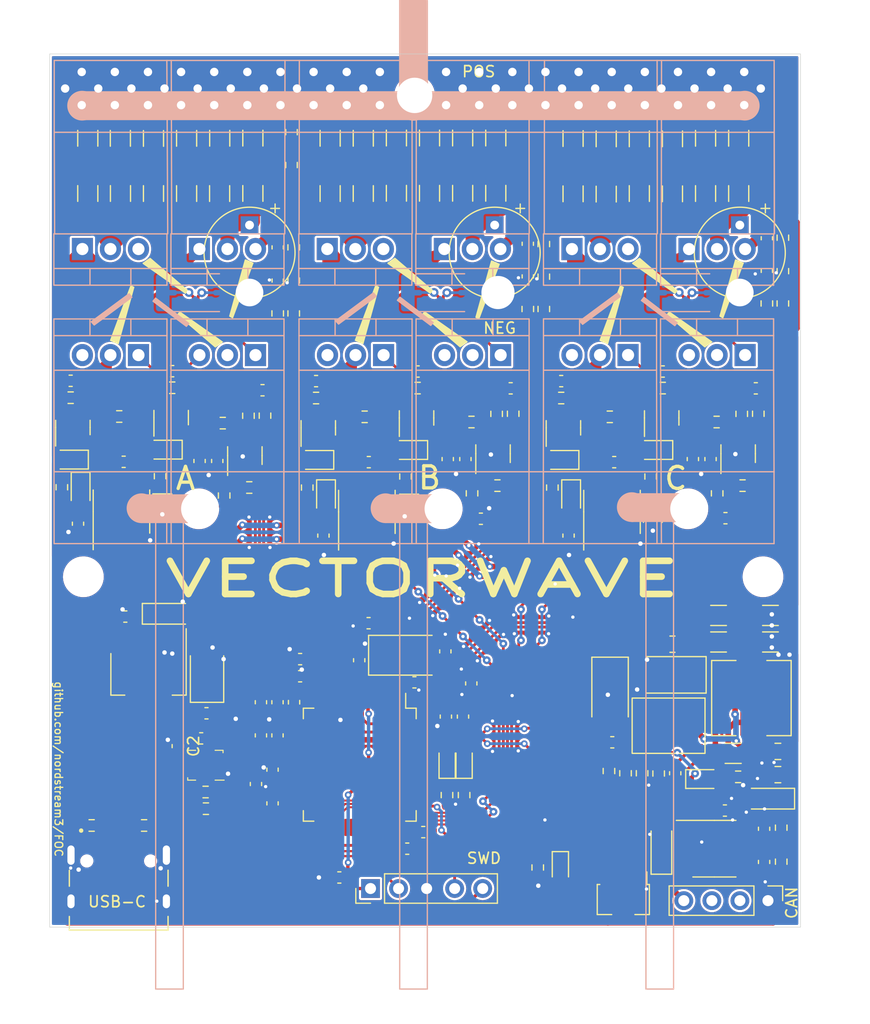
<source format=kicad_pcb>
(kicad_pcb (version 20211014) (generator pcbnew)
  (layers (0 "F.Cu" signal "TOP_signal") (31 "B.Cu" signal "BOTTOM_signal") (34 "B.Paste" user) (35 "F.Paste" user) (36 "B.SilkS" user "B.Silkscreen") (37 "F.SilkS" user "F.Silkscreen") (38 "B.Mask" user) (39 "F.Mask" user) (44 "Edge.Cuts" user))
  (net 0 "")
  (net 1 "/mcu/NRST")
  (net 2 "GND")
  (net 3 "+5V")
  (net 4 "VCC")
  (net 5 "+12V")
  (net 6 "/mcu/CURRENT_1")
  (net 7 "/mcu/CURRENT_2")
  (net 8 "/driver/HS1")
  (net 9 "/mcu/ADC_TEMP")
  (net 10 "V_IN")
  (net 11 "/mcu/CURRENT_3")
  (net 12 "/driver/HS2")
  (net 13 "/driver/HS3")
  (net 14 "/mcu/3.3VA")
  (net 15 "/mcu/PH0")
  (net 16 "/mcu/PH1")
  (net 17 "/driver/L2")
  (net 18 "/mcu/USB_D+")
  (net 19 "/mcu/LED_RED")
  (net 20 "/mcu/USB_D-")
  (net 21 "/mcu/LED_GREEN")
  (net 22 "/mcu/HALL_3")
  (net 23 "/mcu/HALL_2")
  (net 24 "/mcu/HALL_1")
  (net 25 "/mcu/TEMP_MOTOR")
  (net 26 "/mcu/SERVO")
  (net 27 "/mcu/SWDIO")
  (net 28 "/mcu/SWCLK")
  (net 29 "/mcu/CAN_RX")
  (net 30 "/mcu/PB2")
  (net 31 "/mcu/PA15")
  (net 32 "/driver/SENS_1")
  (net 33 "/driver/SENS_2")
  (net 34 "/driver/SENS_3")
  (net 35 "/driver/SENS_SUPPLY")
  (net 36 "/driver/HO1")
  (net 37 "/driver/LO1")
  (net 38 "Net-(R14-Pad2)")
  (net 39 "/driver/HO2")
  (net 40 "/driver/LO2")
  (net 41 "/driver/HO3")
  (net 42 "/driver/LO3")
  (net 43 "/mcu/CAN_TX")
  (net 44 "/driver/H1")
  (net 45 "/driver/L1")
  (net 46 "/driver/H2")
  (net 47 "/driver/H3")
  (net 48 "/driver/L3")
  (net 49 "Net-(C5-Pad1)")
  (net 50 "Net-(C36-Pad1)")
  (net 51 "Net-(C14-Pad1)")
  (net 52 "Net-(C5-Pad2)")
  (net 53 "Net-(D9-Pad1)")
  (net 54 "Net-(D13-Pad2)")
  (net 55 "Net-(D14-Pad2)")
  (net 56 "Net-(D10-Pad2)")
  (net 57 "Net-(D11-Pad2)")
  (net 58 "Net-(D12-Pad2)")
  (net 59 "Net-(D15-Pad2)")
  (net 60 "Net-(D16-Pad1)")
  (net 61 "Net-(D17-Pad1)")
  (net 62 "Net-(D18-Pad1)")
  (net 63 "Net-(J2-PadA5)")
  (net 65 "Net-(J2-PadB5)")
  (net 67 "Net-(R17-Pad2)")
  (net 68 "Net-(R21-Pad1)")
  (net 69 "Net-(R24-Pad1)")
  (net 70 "Net-(C39-Pad1)")
  (net 71 "Net-(R25-Pad1)")
  (net 72 "Net-(C41-Pad2)")
  (net 73 "Net-(R37-Pad1)")
  (net 74 "Net-(C46-Pad2)")
  (net 75 "Net-(C47-Pad1)")
  (net 76 "Net-(R47-Pad1)")
  (net 83 "Net-(C14-Pad2)")
  (net 84 "Net-(C15-Pad1)")
  (net 85 "Net-(C15-Pad2)")
  (net 86 "Net-(C16-Pad2)")
  (net 87 "Net-(C23-Pad1)")
  (net 88 "Net-(C24-Pad1)")
  (net 89 "Net-(C24-Pad2)")
  (net 90 "Net-(C71-Pad1)")
  (net 91 "Net-(C25-Pad1)")
  (net 92 "Net-(C82-Pad1)")
  (net 93 "Net-(C47-Pad2)")
  (net 94 "Net-(C25-Pad2)")
  (net 95 "Net-(C26-Pad1)")
  (net 103 "Net-(C8-Pad1)")
  (net 104 "Net-(C8-Pad2)")
  (net 105 "Net-(C10-Pad2)")
  (net 106 "Net-(C48-Pad1)")
  (net 107 "Net-(C11-Pad2)")
  (net 109 "Net-(C58-Pad1)")
  (net 110 "Net-(C61-Pad1)")
  (net 111 "Net-(C66-Pad1)")
  (net 112 "Net-(C45-Pad1)")
  (net 113 "Net-(C67-Pad2)")
  (net 114 "Net-(C46-Pad1)")
  (net 115 "Net-(C68-Pad1)")
  (net 116 "Net-(C67-Pad1)")
  (net 117 "Net-(C68-Pad2)")
  (net 118 "Net-(C28-Pad1)")
  (net 119 "Net-(C63-Pad2)")
  (net 120 "Net-(C77-Pad1)")
  (net 121 "Net-(C79-Pad1)")
  (net 122 "Net-(C30-Pad1)")
  (net 123 "Net-(C32-Pad1)")
  (net 124 "Net-(C34-Pad1)")
  (net 125 "Net-(C83-Pad2)")
  (net 130 "Net-(C50-Pad1)")
  (net 131 "Net-(C52-Pad1)")
  (net 132 "Net-(C54-Pad1)")
  (net 133 "Net-(C56-Pad1)")
  (net 134 "Net-(C84-Pad1)")
  (net 138 "Net-(C73-Pad1)")
  (net 139 "Net-(C69-Pad1)")
  (net 141 "Net-(C75-Pad1)")
  (net 142 "Net-(C88-Pad1)")
  (net 146 "Net-(C89-Pad1)")
  (net 149 "Net-(C91-Pad1)")
  (net 150 "Net-(C92-Pad1)")
  (net 151 "Net-(R33-Pad1)")
  (net 152 "Net-(R39-Pad1)")
  (net 153 "Net-(R50-Pad1)")
  (net 154 "Net-(R51-Pad1)")
  (footprint "Resistor_SMD:R_0603_1608Metric" (layer "F.Cu") (at 83.425 111.23 90)
    (fp_text reference "R35" hide)
    (fp_text value "4.7R")
  )
  (footprint "Capacitor_SMD:C_1206_3216Metric" (layer "F.Cu") (at 122.5 79.63 -90)
    (fp_text reference "C80" hide)
    (fp_text value "10u @ 50V")
  )
  (footprint "Capacitor_SMD:C_0603_1608Metric" (layer "F.Cu") (at 106.425 101.6)
    (fp_text reference "C66" hide)
    (fp_text value "2.2nF")
  )
  (footprint "Capacitor_SMD:C_0603_1608Metric" (layer "F.Cu") (at 66.95 122.9)
    (fp_text reference "C105" hide)
    (fp_text value "100n")
  )
  (footprint "Capacitor_SMD:C_0603_1608Metric" (layer "F.Cu") (at 88.981125 123.5 180)
    (fp_text reference "C86" hide)
    (fp_text value "100n")
  )
  (footprint "Resistor_SMD:R_0603_1608Metric" (layer "F.Cu") (at 126.5 91.65 -90)
    (fp_text reference "R13" hide)
    (fp_text value "2k")
  )
  (footprint "Diode_SMD:D_SOD-323" (layer "F.Cu") (at 70.6 107.8 180)
    (fp_text reference "D11" hide)
    (fp_text value "1N4148WS")
  )
  (footprint "Diode_SMD:D_SOD-323" (layer "F.Cu") (at 70.3 113.3 -90)
    (fp_text reference "D2" hide)
    (fp_text value "1N4148WS")
  )
  (footprint "Capacitor_SMD:C_1206_3216Metric" (layer "F.Cu") (at 94.5 84.605 -90)
    (fp_text reference "C54" hide)
    (fp_text value "10u @ 50V")
  )
  (footprint "Package_QFP:LQFP-64_10x10mm_P0.5mm" (layer "F.Cu") (at 88.181375 136.3 -90)
    (fp_text reference "U11" hide)
    (fp_text value "STM32F405RGT6")
  )
  (footprint "Capacitor_SMD:C_1206_3216Metric" (layer "F.Cu") (at 113.5 84.63 -90)
    (fp_text reference "C73" hide)
    (fp_text value "10u @ 50V")
  )
  (footprint "Capacitor_SMD:C_0603_1608Metric" (layer "F.Cu") (at 80.281125 136.75 90)
    (fp_text reference "C92" hide)
    (fp_text value "2.2u")
  )
  (footprint "Capacitor_SMD:C_0603_1608Metric" (layer "F.Cu") (at 121.25 140.45)
    (fp_text reference "C88" hide)
    (fp_text value "100p")
  )
  (footprint "Diode_SMD:D_SOD-323" (layer "F.Cu") (at 119.2 137.6)
    (fp_text reference "D5" hide)
    (fp_text value "1N4148WS")
  )
  (footprint "Resistor_SMD:R_0603_1608Metric" (layer "F.Cu") (at 115.625 102.23 180)
    (fp_text reference "R53" hide)
    (fp_text value "4.7k @ 75v")
  )
  (footprint "Resistor_SMD:R_0603_1608Metric" (layer "F.Cu") (at 70.1 110.2 90)
    (fp_text reference "R23" hide)
    (fp_text value "4.7R")
  )
  (footprint "Diode_SMD:D_SOD-323" (layer "F.Cu") (at 114.725 113.33 -90)
    (fp_text reference "D8" hide)
    (fp_text value "1N4148WS")
  )
  (footprint "Capacitor_SMD:C_1206_3216Metric" (layer "F.Cu") (at 69.5 79.645 -90)
    (fp_text reference "C31" hide)
    (fp_text value "10u @ 50V")
  )
  (footprint "Capacitor_Tantalum_SMD:CP_EIA-3216-10_Kemet-I" (layer "F.Cu") (at 125.25 139.375 180)
    (fp_text reference "C19" hide)
    (fp_text value "10u")
  )
  (footprint "Capacitor_SMD:C_0603_1608Metric" (layer "F.Cu") (at 80.75 92.5 -90)
    (fp_text reference "C41" hide)
    (fp_text value "4.7n")
  )
  (footprint "Capacitor_SMD:C_1206_3216Metric" (layer "F.Cu") (at 78.5 84.62 -90)
    (fp_text reference "C36" hide)
    (fp_text value "10u @ 50V")
  )
  (footprint "Resistor_SMD:R_0603_1608Metric" (layer "F.Cu") (at 74.22 138.773411 180)
    (fp_text reference "R1" hide)
    (fp_text value "1k")
  )
  (footprint "Resistor_SMD:R_0603_1608Metric" (layer "F.Cu") (at 105.625 111.23 90)
    (fp_text reference "R48" hide)
    (fp_text value "4.7R")
  )
  (footprint "LED_SMD:LED_0603_1608Metric" (layer "F.Cu") (at 97.631125 136.05 90)
    (fp_text reference "D17" hide)
    (fp_text value "GRN")
  )
  (footprint "LED_SMD:LED_0603_1608Metric" (layer "F.Cu") (at 106.35 145.65 -90)
    (fp_text reference "D18" hide)
    (fp_text value "BLU")
  )
  (footprint "Capacitor_Tantalum_SMD:CP_EIA-3216-10_Kemet-I" (layer "F.Cu") (at 70.8 122.65)
    (fp_text reference "C109" hide)
    (fp_text value "10u")
  )
  (footprint "Capacitor_SMD:C_0805_2012Metric" (layer "F.Cu") (at 126.05 135.1 180)
    (fp_text reference "C17" hide)
    (fp_text value "22u")
  )
  (footprint "Capacitor_SMD:C_1206_3216Metric" (layer "F.Cu") (at 63.55 79.63 -90)
    (fp_text reference "C27" hide)
    (fp_text value "10u @ 50V")
  )
  (footprint "Resistor_SMD:R_0603_1608Metric" (layer "F.Cu") (at 79.6 104.725 -90)
    (fp_text reference "R29" hide)
    (fp_text value "1k")
  )
  (footprint "Custom:TX4130L_ESOP-8" (layer "F.Cu") (at 116.15 132.775 -90)
    (fp_text reference "U5" hide)
    (fp_text value "TX4130L/PW2902")
  )
  (footprint "Custom:CP_Radial_D8.0mm_P5.00mm" (layer "F.Cu") (at 78.2 87.484849 -90)
    (fp_text reference "C38" hide)
    (fp_text value "470u 80V")
  )
  (footprint "Capacitor_SMD:C_0603_1608Metric" (layer "F.Cu") (at 79.375 102.425 180)
    (fp_text reference "C25" hide)
    (fp_text value "100p")
  )
  (footprint "Capacitor_SMD:C_0603_1608Metric" (layer "F.Cu") (at 80.731125 133.65 90)
    (fp_text reference "C96" hide)
    (fp_text value "100n")
  )
  (footprint "Capacitor_SMD:C_0603_1608Metric" (layer "F.Cu") (at 89 108.93)
    (fp_text reference "C8" hide)
    (fp_text value "100n")
  )
  (footprint "Resistor_SMD:R_0603_1608Metric" (layer "F.Cu") (at 100.65 111.0525 180)
    (fp_text reference "R37" hide)
    (fp_text value "30k")
  )
  (footprint "Capacitor_SMD:C_0603_1608Metric" (layer "F.Cu") (at 107.09 115.575 -90)
    (fp_text reference "C13" hide)
    (fp_text value "2.2u")
  )
  (footprint "Diode_SMD:D_SOD-323" (layer "F.Cu") (at 85.125 112.03 -90)
    (fp_text reference "D3" hide)
    (fp_text value "1N4148WS")
  )
  (footprint "Capacitor_SMD:C_0603_1608Metric" (layer "F.Cu") (at 92.481125 143.9)
    (fp_text reference "C91" hide)
    (fp_text value "2.2u")
  )
  (footprint "Capacitor_Tantalum_SMD:CP_EIA-3528-21_Kemet-B" (layer "F.Cu") (at 74.35 128.2 90)
    (fp_text reference "C6" hide)
    (fp_text value "100u")
  )
  (footprint "Capacitor_SMD:C_1206_3216Metric" (layer "F.Cu") (at 110.5 84.68 -90)
    (fp_text reference "C71" hide)
    (fp_text value "10u @ 50V")
  )
  (footprint "Capacitor_SMD:C_1206_3216Metric" (layer "F.Cu") (at 88.5 84.63 -90)
    (fp_text reference "C50" hide)
    (fp_text value "10u @ 50V")
  )
  (footprint "Resistor_SMD:R_0603_1608Metric" (layer "F.Cu") (at 98.35 111.7525 -90)
    (fp_text reference "R33" hide)
    (fp_text value "30k")
  )
  (footprint "Resistor_SMD:R_0603_1608Metric" (layer "F.Cu") (at 104.85 95.075 -90)
    (fp_text reference "R46" hide)
    (fp_text value "10R")
  )
  (footprint "Capacitor_SMD:C_1206_3216Metric" (layer "F.Cu") (at 63.55 84.625 -90)
    (fp_text reference "C26" hide)
    (fp_text value "10u @ 50V")
  )
  (footprint "Resistor_SMD:R_0603_1608Metric" (layer "F.Cu") (at 93.425 102.23 180)
    (fp_text reference "R41" hide)
    (fp_text value "4.7k @ 75v")
  )
  (footprint "Capacitor_SMD:C_0603_1608Metric" (layer "F.Cu") (at 71.2 100.7)
    (fp_text reference "C24" hide)
    (fp_text value "2.2nF")
  )
  (footprint "Resistor_SMD:R_0603_1608Metric" (layer "F.Cu") (at 106.425 103.13 180)
    (fp_text reference "R52" hide)
    (fp_text value "4.7k @ 75v")
  )
  (footprint "Capacitor_SMD:C_0603_1608Metric" (layer "F.Cu") (at 118.35 108.6525 -90)
    (fp_text reference "C62" hide)
    (fp_text value "2.2u")
  )
  (footprint "Capacitor_SMD:C_0603_1608Metric" (layer "F.Cu") (at 79.231125 130.65 -90)
    (fp_text reference "C98" hide)
    (fp_text value "1u")
  )
  (footprint "Capacitor_SMD:C_1206_3216Metric" (layer "F.Cu") (at 100.5 84.605 -90)
    (fp_text reference "C58" hide)
    (fp_text value "10u @ 50V")
  )
  (footprint "Capacitor_SMD:C_0603_1608Metric" (layer "F.Cu") (at 101.85 102.2525 180)
    (fp_text reference "C47" hide)
    (fp_text value "100p")
  )
  (footprint "Resistor_SMD:R_0805_2012Metric" (layer "F.Cu") (at 116.5 125.4)
    (fp_text reference "R11" hide)
    (fp_text value "82k @ 150V")
  )
  (footprint "Capacitor_SMD:C_0603_1608Metric" (layer "F.Cu") (at 79.231125 133.65 90)
    (fp_text reference "C93" hide)
    (fp_text value "2.2u")
  )
  (footprint "Resistor_SMD:R_0603_1608Metric" (layer "F.Cu") (at 115.25 137.1 90)
    (fp_text reference "R18" hide)
    (fp_text value "1k8")
  )
  (footprint "Resistor_SMD:R_0603_1608Metric" (layer "F.Cu") (at 92.325 110.23 90)
    (fp_text reference "R36" hide)
    (fp_text value "4.7R")
  )
  (footprint "Capacitor_SMD:C_0603_1608Metric" (layer "F.Cu") (at 116.75 137.075 -90)
    (fp_text reference "C16" hide)
    (fp_text value "2.2u")
  )
  (footprint "Resistor_SMD:R_0603_1608Metric" (layer "F.Cu") (at 126.35 145.075 90)
    (fp_text reference "R60" hide)
    (fp_text value "100Ω")
  )
  (footprint "Capacitor_SMD:C_1206_3216Metric" (layer "F.Cu") (at 119.5 84.63 -90)
    (fp_text reference "C77" hide)
    (fp_text value "10u @ 50V")
  )
  (footprint "Resistor_SMD:R_0603_1608Metric" (layer "F.Cu") (at 110.825 104.83 180)
    (fp_text reference "R15" hide)
    (fp_text value "2R")
  )
  (footprint "Capacitor_SMD:C_0603_1608Metric" (layer "F.Cu") (at 95.981125 131.95 90)
    (fp_text reference "C107" hide)
    (fp_text value "2.2u")
  )
  (footprint "Resistor_SMD:R_0603_1608Metric" (layer "F.Cu") (at 114.525 110.23 90)
    (fp_text reference "R49" hide)
    (fp_text value "4.7R")
  )
  (footprint "Capacitor_SMD:C_1206_3216Metric" (layer "F.Cu") (at 72.5 84.63 -90)
    (fp_text reference "C32" hide)
    (fp_text value "10u @ 50V")
  )
  (footprint "Diode_SMD:D_SOD-323" (layer "F.Cu") (at 107.325 112.03 -90)
    (fp_text reference "D7" hide)
    (fp_text value "1N4148WS")
  )
  (footprint "Capacitor_SMD:C_0603_1608Metric" (layer "F.Cu") (at 124.8 145.1 -90)
    (fp_text reference "C89" hide)
    (fp_text value "100p")
  )
  (footprint "MountingHole:MountingHole_3.2mm_M3" (layer "F.Cu") (at 117.9 113.15)
    (fp_text reference "H2" hide)
    (fp_text value "MountingHole")
  )
  (footprint "Capacitor_SMD:C_0603_1608Metric" (layer "F.Cu") (at 99.15 114.0525 180)
    (fp_text reference "C43" hide)
    (fp_text value "1n")
  )
  (footprint "Resistor_SMD:R_0603_1608Metric" (layer "F.Cu") (at 122.45 137.4 180)
    (fp_text reference "R20" hide)
    (fp_text value "2k")
  )
  (footprint "Capacitor_SMD:C_1206_3216Metric" (layer "F.Cu") (at 69.5 84.63 -90)
    (fp_text reference "C30" hide)
    (fp_text value "10u @ 50V")
  )
  (footprint "Resistor_SMD:R_0603_1608Metric" (layer "F.Cu") (at 122.85 111.0525 180)
    (fp_text reference "R50" hide)
    (fp_text value "30k")
  )
  (footprint "Capacitor_SMD:C_1206_3216Metric" (layer "F.Cu") (at 120.675 122.8 180)
    (fp_text reference "C9" hide)
    (fp_text value "10u @ 50V")
  )
  (footprint "Capacitor_SMD:C_0603_1608Metric" (layer "F.Cu") (at 93.425 100.73)
    (fp_text reference "C46" hide)
    (fp_text value "2.2nF")
  )
  (footprint "Capacitor_SMD:C_0603_1608Metric" (layer "F.Cu") (at 119.95 108.6525 -90)
    (fp_text reference "C64" hide)
    (fp_text value "100n")
  )
  (footprint "Resistor_SMD:R_1206_3216Metric" (layer "F.Cu") (at 122 135.275 180)
    (fp_text reference "R19" hide)
    (fp_text value "0.1R")
  )
  (footprint "Resistor_SMD:R_0603_1608Metric" (layer "F.Cu") (at 126.5 88.625 90)
    (fp_text reference "R12" hide)
    (fp_text value "56k @ 75V")
  )
  (footprint "Capacitor_SMD:C_0603_1608Metric" (layer "F.Cu") (at 98.281125 128.95 -90)
    (fp_text reference "C87" hide)
    (fp_text value "100n")
  )
  (footprint "Capacitor_SMD:C_1206_3216Metric" (layer "F.Cu") (at 107.5 84.655 -90)
    (fp_text reference "C69" hide)
    (fp_text value "10u @ 50V")
  )
  (footprint "Package_TO_SOT_SMD:SOT-223-3_TabPin2" (layer "F.Cu") (at 69.05 128.1 -90)
    (fp_text reference "U12" hide)
    (fp_text value "AMS1117-3.3")
  )
  (footprint "Capacitor_SMD:C_1206_3216Metric" (layer "F.Cu") (at 78.5 79.615 -90)
    (fp_text reference "C37" hide)
    (fp_text value "10u @ 50V")
  )
  (footprint "Capacitor_SMD:C_1206_3216Metric" (layer "F.Cu") (at 66.5 79.635 -90)
    (fp_text reference "C29" hide)
    (fp_text value "10u @ 50V")
  )
  (footprint "Capacitor_SMD:C_1206_3216Metric" (layer "F.Cu") (at 91.5 84.605 -90)
    (fp_text reference "C52" hide)
    (fp_text value "10u @ 50V")
  )
  (footprint "Capacitor_SMD:C_0603_1608Metric" (layer "F.Cu") (at 124.05 102.2525 180)
    (fp_text reference "C68" hide)
    (fp_text value "100p")
  )
  (footprint "Resistor_SMD:R_0603_1608Metric" (layer "F.Cu") (at 104.3 145.6 90)
    (fp_text reference "R65" hide)
    (fp_text value "20k")
  )
  (footprint "Resistor_SMD:R_0603_1608Metric" (layer "F.Cu") (at 110.75 136.875 90)
    (fp_text reference "R14" hide)
    (fp_text value "1k8")
  )
  (footprint "Diode_SMD:D_SMA" (layer "F.Cu") (at 116.15 128.175 180)
    (fp_text reference "D9" hide)
    (fp_text value "SS210")
  )
  (footprint "Resistor_SMD:R_0603_1608Metric" (layer "F.Cu") (at 113.75 137.075 90)
    (fp_text reference "R17" hide)
    (fp_text value "56k")
  )
  (footprint "Package_TO_SOT_SMD:SOT-89-3" (layer "F.Cu") (at 112.05 148.2 -90)
    (fp_text reference "U10" hide)
    (fp_text value "HT7550")
  )
  (footprint "MountingHole:MountingHole_3.2mm_M3" (layer "F.Cu") (at 95.65 113.15)
    (fp_text reference "H6" hide)
    (fp_text value "MountingHole")
  )
  (footprint "Package_TO_SOT_SMD:SOT-23" (layer "F.Cu") (at 84.425 105.825 90)
    (fp_text reference "Q7" hide)
    (fp_text value "MMBT5401")
  )
  (footprint "Capacitor_SMD:C_0603_1608Metric" (layer "F.Cu") (at 75.275 108.825 90)
    (fp_text reference "C21" hide)
    (fp_text value "100n")
  )
  (footprint "Capacitor_SMD:C_1206_3216Metric" (layer "F.Cu") (at 116.5 79.68 -90)
    (fp_text reference "C76" hide)
    (fp_text value "10u @ 50V")
  )
  (footprint "Capacitor_SMD:C_1206_3216Metric" (layer "F.Cu") (at 113.5 79.68 -90)
    (fp_text reference "C74" hide)
    (fp_text value "10u @ 50V")
  )
  (footprint "Capacitor_SMD:C_0603_1608Metric" (layer "F.Cu") (at 73.675 108.825 90)
    (fp_text reference "C20" hide)
    (fp_text value "2.2u")
  )
  (footprint "Package_LGA:Bosch_LGA-14_3x2.5mm_P0.5mm" (layer "F.Cu") (at 74.2 136.35 180)
    (fp_text reference "U1" hide)
    (fp_text value "BMI160")
  )
  (footprint "Package_SO:SOIC-8_3.9x4.9mm_P1.27mm" (layer "F.Cu") (at 88.825 113.43 90)
    (fp_text reference "U3" hide)
    (fp_text value "IRS21867S")
  )
  (footprint "Diode_SMD:D_SOD-323" (layer "F.Cu") (at 115.025 107.83 180)
    (fp_text reference "D15" hide)
    (fp_text value "1N4148WS")
  )
  (footprint "Capacitor_SMD:C_0603_1608Metric" (layer "F.Cu") (at 125.05 91.625 -90)
    (fp_text reference "C83" hide)
    (fp_text value "4.7n")
  )
  (footprint "Crystal:Crystal_SMD_5032-2Pin_5.0x3.2mm" (layer "F.Cu") (at 92.031125 126.4)
    (fp_text reference "Y1" hide)
    (fp_text value "8MHz Crystal Resonator, X50328MSB2GI")
  )
  (footprint "Resistor_SMD:R_0603_1608Metric" (layer "F.Cu") (at 104.85 92.15 -90)
    (fp_text reference "R9" hide)
    (fp_text value "2k")
  )
  (footprint "Capacitor_SMD:C_0603_1608Metric" (layer "F.Cu") (at 62 101.57)
    (fp_text reference "C23" hide)
    (fp_text value "2.2nF")
  )
  (footprint "TYPE-C-31-M-12:HRO_TYPE-C-31-M-12" (layer "F.Cu") (at 66.35 146.1625)
    (fp_text reference "J2" hide)
    (fp_text value "TYPE-C-31-M-12")
  )
  (footprint "Capacitor_SMD:C_0603_1608Metric" (layer "F.Cu") (at 62.665 114.5 -90)
    (fp_text reference "C3" hide)
    (fp_text value "2.2u")
  )
  (footprint "Package_TO_SOT_SMD:TSOT-23-5" (layer "F.Cu") (at 77.775 108.335 90)
    (fp_text reference "U6" hide)
    (fp_text value "MS8311")
  )
  (footprint "Resistor_SMD:R_0603_1608Metric" (layer "F.Cu") (at 80.75 95.475 -90)
    (fp_text reference "R32" hide)
    (fp_text value "10R")
  )
  (footprint "Capacitor_SMD:C_0603_1608Metric" (layer "F.Cu") (at 125.05 88.675 90)
    (fp_text reference "C82" hide)
    (fp_text value "4.7n")
  )
  (footprint "Capacitor_SMD:C_0603_1608Metric" (layer "F.Cu") (at 111.225 108.93)
    (fp_text reference "C15" hide)
    (fp_text value "100n")
  )
  (footprint "Resistor_SMD:R_0603_1608Metric" (layer "F.Cu") (at 82 82.05 -90)
    (fp_text reference "R6" hide)
    (fp_text value "56k @ 75V")
  )
  (footprint "Package_SO:SOIC-8_3.9x4.9mm_P1.27mm" (layer "F.Cu") (at 111.025 113.43 90)
    (fp_text reference "U4" hide)
    (fp_text value "IRS21867S")
  )
  (footprint "Capacitor_SMD:C_1206_3216Metric" (layer "F.Cu") (at 100.5 79.605 -90)
    (fp_text reference "C59" hide)
    (fp_text value "10u @ 50V")
  )
  (footprint "Capacitor_SMD:C_0603_1608Metric" (layer "F.Cu") (at 103.4 89.175 90)
    (fp_text reference "C61" hide)
    (fp_text value "4.7n")
  )
  (footprint "Package_TO_SOT_SMD:SOT-23" (layer "F.Cu") (at 115.525 104.93 90)
    (fp_text reference "Q14" hide)
    (fp_text value "MMBT5401")
  )
  (footprint "Capacitor_SMD:C_1206_3216Metric" (layer "F.Cu") (at 66.51 84.625 -90)
    (fp_text reference "C28" hide)
    (fp_text value "10u @ 50V")
  )
  (footprint "Capacitor_SMD:C_0603_1608Metric" (layer "F.Cu") (at 121.3 114 180)
    (fp_text reference "C65" hide)
    (fp_text value "1n")
  )
  (footprint "Package_TO_SOT_SMD:SOT-23" (layer "F.Cu") (at 106.625 105.825 90)
    (fp_text reference "Q13" hide)
    (fp_text value "MMBT5401")
  )
  (footprint "Capacitor_SMD:C_0603_1608Metric" (layer "F.Cu") (at 78.781125 138.05 90)
    (fp_text reference "C95" hide)
    (fp_text value "2.2u")
  )
  (footprint "Capacitor_SMD:C_0603_1608Metric" (layer "F.Cu") (at 95.931125 126.05 90)
    (fp_text reference "C104" hide)
    (fp_text value "15p")
  )
  (footprint "Capacitor_SMD:C_0603_1608Metric" (layer "F.Cu") (at 80.281125 139.8 90)
    (fp_text reference "C99" hide)
    (fp_text value "100n")
  )
  (footprint "MountingHole:MountingHole_3.2mm_M3" (layer "F.Cu") (at 124.7 119.3)
    (fp_text reference "H3" hide)
    (fp_text value "MountingHole")
  )
  (footprint "Capacitor_SMD:C_1206_3216Metric" (layer "F.Cu") (at 85.5 79.63 -90)
    (fp_text reference "C49" hide)
    (fp_text value "10u @ 50V")
  )
  (footprint "Resistor_SMD:R_0603_1608Metric" (layer "F.Cu") (at 126.35 142 90)
    (fp_text reference "R59" hide)
    (fp_text value "100Ω")
  )
  (footprint "Resistor_SMD:R_0603_1608Metric" (layer "F.Cu") (at 82 79.075 90)
    (fp_text reference "R7" hide)
    (fp_text value "2k")
  )
  (footprint "Capacitor_SMD:C_1206_3216Metric" (layer "F.Cu") (at 97.5 84.605 -90)
    (fp_text reference "C56" hide)
    (fp_text value "10u @ 50V")
  )
  (footprint "Capacitor_SMD:C_1206_3216Metric" (layer "F.Cu") (at 85.5 84.63 -90)
    (fp_text reference "C48" hide)
    (fp_text value "10u @ 50V")
  )
  (footprint "Capacitor_SMD:C_1206_3216Metric" (layer "F.Cu") (at 75.5 79.625 -90)
    (fp_text reference "C35" hide)
    (fp_text value "10u @ 50V")
  )
  (footprint "Resistor_SMD:R_0603_1608Metric" (layer "F.Cu") (at 122.775 104.5625 -90)
    (fp_text reference "R54" hide)
    (fp_text value "1k")
  )
  (footprint "Package_TO_SOT_SMD:SOT-23" (layer "F.Cu") (at 93.325 104.93 90)
    (fp_text reference "Q8" hide)
    (fp_text value "MMBT5401")
  )
  (footprint "Package_TO_SOT_SMD:TSOT-23-5" (layer "F.Cu") (at 122.45 108.1625 90)
    (fp_text reference "U8" hide)
    (fp_text value "MS8311")
  )
  (footprint "Custom:CP_Radial_D8.0mm_P5.00mm" (layer "F.Cu") (at 122.6 87.484849 -90)
    (fp_text reference "C81" hide)
    (fp_text value "470u 80V")
  )
  (footprint "Resistor_SMD:R_0603_1608Metric" (layer "F.Cu") (at 63.9 141.8 180)
    (fp_text reference "R61" hide)
    (fp_text value "5.1k")
  )
  (footprint "Capacitor_SMD:C_1206_3216Metric" (layer "F.Cu") (at 122.5 84.63 -90)
    (fp_text reference "C79" hide)
    (fp_text value "10u @ 50V")
  )
  (footprint "Resistor_SMD:R_0603_1608Metric" (layer "F.Cu") (at 84.225 103.13 180)
    (fp_text reference "R40" hide)
    (fp_text value "4.7k @ 75v")
  )
  (footprint "Resistor_SMD:R_0603_1608Metric" (layer "F.Cu") (at 112.25 137.075 90)
    (fp_text reference "R16" hide)
    (fp_text value "56k")
  )
  (footprint "Capacitor_SMD:C_0603_1608Metric" (layer "F.Cu") (at 84.89 115.575 -90)
    (fp_text reference "C7" hide)
    (fp_text value "2.2u")
  )
  (footprint "Package_SO:SOIC-8_3.9x4.9mm_P1.27mm" (layer "F.Cu") (at 120.3 143.9)
    (fp_text reference "U9" hide)
    (fp_text value " TJA1050T/CM,118")
  )
  (footprint "MountingHole:MountingHole_3.2mm_M3" (layer "F.Cu") (at 63.15 119.3)
    (fp_text reference "H1" hide)
    (fp_text value "MountingHole")
  )
  (footprint "MountingHole:MountingHole_3.2mm_M3" (layer "F.Cu") (at 93.15 75.75)
    (fp_text reference "H5")
    (fp_text value "MountingHole")
  )
  (footprint "Capacitor_SMD:C_0603_1608Metric" (layer "F.Cu") (at 82.781125 128.3 180)
    (fp_text reference "C22" hide)
    (fp_text value "1n")
  )
  (footprint "Capacitor_SMD:C_1206_3216Metric" (layer "F.Cu") (at 91.5 79.605 -90)
    (fp_text reference "C53" hide)
    (fp_text value "10u @ 50V")
  )
  (footprint "Capacitor_SMD:C_0603_1608Metric" (layer "F.Cu") (at 66.8 108.9)
    (fp_text reference "C5" hide)
    (fp_text value "100n")
  )
  (footprint "Capacitor_SMD:C_0603_1608Metric" (layer "F.Cu") (at 97.75 108.6525 90)
    (fp_text reference "C42" hide)
    (fp_text value "100n")
  )
  (footprint "Capacitor_SMD:C_0603_1608Metric" (layer "F.Cu") (at 93.931125 142.4 180)
    (fp_text reference "C106" hide)
    (fp_text value "2.2u")
  )
  (footprint "Capacitor_SMD:C_0603_1608Metric" (layer "F.Cu") (at 124.8 142.1 90)
    (fp_text reference "C84" hide)
    (fp_text value "4.7n")
  )
  (footprint "Capacitor_SMD:C_0603_1608Metric" (layer "F.Cu") (at 97.531125 131.95 -90)
    (fp_text reference "C103" hide)
    (fp_text value "100n")
  )
  (footprint "LED_SMD:LED_0603_1608Metric" (layer "F.Cu") (at 96.096375 136.05 90)
    (fp_text reference "D16" hide)
    (fp_text value "RED")
  )
  (footprint "Diode_SMD:D_SOD-323" (layer "F.Cu") (at 62.9 111.35 -90)
    (fp_text reference "D1" hide)
    (fp_text value "1N4148WS")
  )
  (footprint "Capacitor_SMD:C_0603_1608Metric" (layer "F.Cu") (at 73.82 133.92)
    (fp_text reference "C1" hide)
    (fp_text value "100n")
  )
  (footprint "Capacitor_Tantalum_SMD:CP_EIA-3216-10_Kemet-I" (layer "F.Cu") (at 115.5 143.9 90)
    (fp_text reference "C90" hide)
    (fp_text value "10u")
  )
  (footprint "Capacitor_SMD:C_1206_3216Metric" (layer "F.Cu") (at 72.5 79.635 -90)
    (fp_text reference "C33" hide)
    (fp_text value "10u @ 50V")
  )
  (footprint "Resistor_SMD:R_0603_1608Metric" (layer "F.Cu") (at 82.2 89.5 90)
    (fp_text reference "R3" hide)
    (fp_text value "56k @ 75V")
  )
  (footprint "Capacitor_SMD:C_1206_3216Metric" (layer "F.Cu") (at 94.5 79.605 -90)
    (fp_text reference "C55" hide)
    (fp_text value "10u @ 50V")
  )
  (footprint "Resistor_SMD:R_0603_1608Metric" (layer "F.Cu") (at 120.5 105.3 180)
    (fp_text reference "R51" hide)
    (fp_text value "62k")
  )
  (footprint "Resistor_SMD:R_0603_1608Metric" (layer "F.Cu") (at 78.1 104.735 -90)
    (fp_text reference "R28" hide)
    (fp_text value "1k")
  )
  (footprint "Resistor_SMD:R_0603_1608Metric" (layer "F.Cu") (at 96.081125 139.05 90)
    (fp_text reference "R63" hide)
    (fp_text value "20k")
  )
  (footprint "Capacitor_SMD:C_0805_2012Metric" (layer "F.Cu") (at 126.05 137.2 180)
    (fp_text reference "C18" hide)
    (fp_text value "22u")
  )
  (footprint "Resistor_SMD:R_0603_1608Metric" (layer "F.Cu") (at 97.631125 139.05 90)
    (fp_text reference "R64" hide)
    (fp_text value "20k")
  )
  (footprint "Capacitor_SMD:C_0603_1608Metric" (layer "F.Cu") (at 111.05 134.275)
    (fp_text reference "C14" hide)
    (fp_text value "2.2u")
  )
  (footprint "Resistor_SMD:R_0603_1608Metric" (layer "F.Cu") (at 68.65 141.8)
    (fp_text reference "R62" hide)
    (fp_text value "5.1k")
  )
  (footprint "Resistor_SMD:R_0603_1608Metric" (layer "F.Cu") (at 104.85 89.2 90)
    (fp_text reference "R8" hide)
    (fp_text value "56k @ 75V")
  )
  (footprint "Resistor_SMD:R_0603_1608Metric" (layer "F.Cu") (at 71.2 102.2 180)
    (fp_text reference "R27" hide)
    (fp_text value "4.7k @ 75v")
  )
  (footprint "Capacitor_SMD:C_1206_3216Metric" (layer "F.Cu") (at 116.5 84.655 -90)
    (fp_text reference "C75" hide)
    (fp_text value "10u @ 50V")
  )
  (footprint "Capacitor_SMD:C_0603_1608Metric" (layer "F.Cu") (at 88.131125 126.85 90)
    (fp_text reference "C101" hide)
    (fp_text value "15p")
  )
  (footprint "Resistor_SMD:R_0603_1608Metric" (layer "F.Cu") (at 100.575 104.5625 -90)
    (fp_text reference "R42" hide)
    (fp_text value "1k")
  )
  (footprint "Resistor_SMD:R_0603_1608Metric" (layer "F.Cu") (at 124.275 104.5525 -90)
    (fp_text reference "R55" hide)
    (fp_text value "1k")
  )
  (footprint "Package_TO_SOT_SMD:SOT-23" (layer "F.Cu") (at 62.2 105.795 90)
    (fp_text reference "Q1" hide)
    (fp_text value "MMBT5401")
  )
  (footprint "Package_TO_SOT_SMD:SOT-23" (layer "F.Cu") (at 71.1 104.9 90)
    (fp_text reference "Q2" hide)
    (fp_text value "MMBT5401")
  )
  (footprint "Capacitor_SMD:C_1206_3216Metric" (layer "F.Cu") (at 125.375 122.8 180)
    (fp_text reference "C10" hide)
    (fp_text value "10u @ 50V")
  )
  (footprint "Capacitor_SMD:C_1206_3216Metric" (layer "F.Cu") (at 97.5 79.605 -90)
    (fp_text reference "C57" hide)
    (fp_text value "10u @ 50V")
  )
  (footprint "Custom:L_6.6x7.2_H5.0_CYA0650_68UH" (layer "F.Cu") (at 123.65 130.275 -90)
    (fp_text reference "CYA0650-68UH1" hide)
    (fp_text value "68uH")
  )
  (footprint "Resistor_SMD:R_0603_1608Metric" (layer "F.Cu") (at 61.2 111.2 90)
    (fp_text reference "R22" hide)
    (fp_text value "4.7R")
  )
  (footprint "Resistor_SMD:R_0603_1608Metric" (layer "F.Cu") (at 62 103.1 180)
    (fp_text reference "R26" hide)
    (fp_text value "4.7k @ 75v")
  )
  (footprint "Connector_PinHeader_2.54mm:PinHeader_1x05_P2.54mm_Vertical" (layer "F.Cu") (at 89.156125 147.504489 90)
    (fp_text reference "P1" hide)
    (fp_text value "SWD")
  )
  (footprint "Resistor_SMD:R_0603_1608Metric" (layer "F.Cu") (at 102.075 104.5525 -90)
    (fp_text reference "R43" hide)
    (fp_text value "1k")
  )
  (footprint "Resistor_SMD:R_0603_1608Metric" (layer "F.Cu") (at 88.625 104.83 180)
    (fp_text reference "R10" hide)
    (fp_text value "2R")
  )
  (footprint "Capacitor_SMD:C_1206_3216Metric" (layer "F.Cu") (at 75.49 84.63 -90)
    (fp_text reference "C34" hide)
    (fp_text value "10u @ 50V")
  )
  (footprint "Package_SO:SOIC-8_3.9x4.9mm_P1.27mm" (layer "F.Cu") (at 66.6 113.4 90)
    (fp_text reference "U2" hide)
    (fp_text value "IRS21867S")
  )
  (footprint "Capacitor_SMD:C_1206_3216Metric" (layer "F.Cu") (at 119.5 79.63 -90)
    (fp_text reference "C78" hide)
    (fp_text value "10u @ 50V")
  )
  (footprint "Package_TO_SOT_SMD:TSOT-23-5" (layer "F.Cu") (at 100.25 108.1625 90)
    (fp_text reference "U7" hide)
    (fp_text value "MS8311")
  )
  (footprint "Diode_SMD:D_SOD-323" (layer "F.Cu") (at 106.525 108.73 180)
    (fp_text reference "D14" hide)
    (fp_text value "1N4148WS")
  )
  (footprint "Resistor_SMD:R_0603_1608Metric" (layer "F.Cu") (at 120.55 111.7525 -90)
    (fp_text reference "R47" hide)
    (fp_text value "30k")
  )
  (footprint "Resistor_SMD:R_0603_1608Metric" (layer "F.Cu") (at 103.4 95.075 -90)
    (fp_text reference "R45" hide)
    (fp_text value "10R")
  )
  (footprint "Capacitor_SMD:C_1206_3216Metric" (layer "F.Cu") (at 110.5 79.68 -90)
    (fp_text reference "C72" hide)
    (fp_text value "10u @ 50V")
  )
  (footprint "Capacitor_SMD:C_1206_3216Metric" (layer "F.Cu") (at 107.5 79.655 -90)
    (fp_text reference "C70" hide)
    (fp_text value "10u @ 50V")
  )
  (footprint "Capacitor_SMD:C_1206_3216Metric" (layer "F.Cu") (at 120.675 125.2)
    (fp_text reference "C11" hide)
    (fp_text value "10u @ 50V")
  )
  (footprint "Capacitor_SMD:C_0603_1608Metric" (layer "F.Cu") (at 74.3 131.65)
    (fp_text reference "C4" hide)
    (fp_text value "2.2u")
  )
  (footprint "Capacitor_SMD:C_0603_1608Metric" (layer "F.Cu") (at 115.625 100.73)
    (fp_text reference "C67" hide)
    (fp_text value "2.2nF")
  )
  (footprint "Connector_PinHeader_2.54mm:PinHeader_1x04_P2.54mm_Vertical" (layer "F.Cu") (at 125.15 148.6 -90)
    (fp_text reference "J1" hide)
    (fp_text value "Conn_01x04_Male")
  )
  (footprint "Capacitor_SMD:C_0603_1608Metric" (layer "F.Cu") (at 84.225 101.6)
    (fp_text reference "C45" hide)
    (fp_text value "2.2nF")
  )
  (footprint "MountingHole:MountingHole_3.2mm_M3" (layer "F.Cu") (at 73.6 113.15)
    (fp_text reference "H4" hide)
    (fp_text value "MountingHole")
  )
  (footprint "Resistor_SMD:R_0603_1608Metric" (layer "F.Cu") (at 125.05 94.575 -90)
    (fp_text reference "R58" hide)
    (fp_text value "10R")
  )
  (footprint "Resistor_SMD:R_0603_1608Metric" (layer "F.Cu") (at 75.775 105.4 180)
    (fp_text reference "R25" hide)
    (fp_text value "62k")
  )
  (footprint "Capacitor_SMD:C_0603_1608Metric" (layer "F.Cu") (at 82.781125 126.75 180)
    (fp_text reference "C85" hide)
    (fp_text value "100n")
  )
  (footprint "Resistor_SMD:R_0603_1608Metric" (layer "F.Cu") (at 82.2 92.5 -90)
    (fp_text reference "R4" hide)
    (fp_text value "2k")
  )
  (footprint "Resistor_SMD:R_0603_1608Metric" (layer "F.Cu") (at 66.4 104.8 180)
    (fp_text reference "R5" hide)
    (fp_text value "2R")
  )
  (footprint "Capacitor_SMD:C_0603_1608Metric" (layer "F.Cu") (at 93.131125 128.85 180)
    (fp_text reference "C108" hide)
    (fp_text value "2.2u")
  )
  (footprint "Capacitor_SMD:C_1206_3216Metric" (layer "F.Cu") (at 125.375 125.2)
    (fp_text reference "C12" hide)
    (fp_text value "10u @ 50V")
  )
  (footprint "Custom:CP_Radial_D8.0mm_P5.00mm" (layer "F.Cu") (at 100.4 87.484849 -90)
    (fp_text reference "C60" hide)
    (fp_text value "470u 80V")
  )
  (footprint "Diode_SMD:D_SOD-323" (layer "F.Cu") (at 84.325 108.73 180)
    (fp_text reference "D12" hide)
    (fp_text value "1N4148WS")
  )
  (footprint "Inductor_SMD:L_0603_1608Metric" (layer "F.Cu") (at 82.231125 130.65 90)
    (fp_text reference "L1" hide)
    (fp_text value "30n")
  )
  (footprint "Resistor_SMD:R_0603_1608Metric" (layer "F.Cu") (at 74.25 140.280456)
    (fp_text reference "R2" hide)
    (fp_text value "1k")
  )
  (footprint "Diode_SMD:D_SMA" (layer "F.Cu") (at 110.85 129.975 -90)
    (fp_text reference "D6" hide)
    (fp_text value "SS210")
  )
  (footprint "Capacitor_SMD:C_0603_1608Metric" (layer "F.Cu") (at 80.75 89.5 90)
    (fp_text reference "C39" hide)
    (fp_text value "4.7n")
  )
  (footprint "Capacitor_SMD:C_0603_1608Metric" (layer "F.Cu") (at 103.4 92.125 -90)
    (fp_text reference "C63" hide)
    (fp_text value "4.7n")
  )
  (footprint "Capacitor_SMD:C_1206_3216Metric" (layer "F.Cu") (at 88.5 79.63 -90)
    (fp_text reference "C51" hide)
    (fp_text value "10u @ 50V")
  )
  (footprint "Capacitor_SMD:C_0603_1608Metric" (layer "F.Cu") (at 96.15 108.6525 90)
    (fp_text reference "C40" hide)
    (fp_text value "2.2u")
  )
  (footprint "Diode_SMD:D_SOD-323" (layer "F.Cu") (at 92.825 107.83 180)
    (fp_text reference "D13" hide)
    (fp_text value "1N4148WS")
  )
  (footprint "Resistor_SMD:R_0603_1608Metric" (layer "F.Cu") (at 126.5 94.575 -90)
    (fp_text reference "R57" hide)
    (fp_text value "10R")
  )
  (footprint "Resistor_SMD:R_0603_1608Metric" (layer "F.Cu") (at 82.2 95.475 -90)
    (fp_text reference "R31" hide)
    (fp_text value "10R")
  )
  (footprint "Capacitor_SMD:C_0603_1608Metric" (layer "F.Cu") (at 71.7 134.62 -90)
    (fp_text reference "C2")
    (fp_text value "100n")
  )
  (footprint "Diode_SMD:D_SOD-323" (layer "F.Cu") (at 92.65 113.33 -90)
    (fp_text reference "D4" hide)
    (fp_text value "1N4148WS")
  )
  (footprint "Capacitor_SMD:C_0603_1608Metric" (layer "F.Cu") (at 86.331125 146.504489)
    (fp_text reference "C94" hide)
    (fp_text value "100n")
  )
  (footprint "Capacitor_SMD:C_0603_1608Metric" (layer "F.Cu") (at 80.731125 130.65 -90)
    (fp_text reference "C100" hide)
    (fp_text value "10n")
  )
  (footprint "Resistor_SMD:R_0603_1608Metric" (layer "F.Cu") (at 78.175 111.225 180)
    (fp_text reference "R24" hide)
    (fp_text value "30k")
  )
  (footprint "Resistor_SMD:R_0603_1608Metric" (layer "F.Cu") (at 98.3 105.3 180)
    (fp_text reference "R39" hide)
    (fp_text value "62k")
  )
  (footprint "Diode_SMD:D_SOD-323" (layer "F.Cu") (at 62.1 108.7 180)
    (fp_text reference "D10" hide)
    (fp_text value "1N4148WS")
  )
  (footprint "Resistor_SMD:R_0603_1608Metric" (layer "F.Cu") (at 75.9 111.95 -90)
    (fp_text reference "R21" hide)
    (fp_text value "30k")
  )
  (footprint "Resistor_SMD:R_2512_6332Metric" (layer "B.Cu") (at 73.3 93.6)
    (fp_text reference "R30" hide)
    (fp_text value "ASR-M-3-0.25F 0.25mR")
  )
  (footprint "Package_TO_SOT_THT:TO-220-3_Vertical" (layer "B.Cu") (at 107.4 89.655)
    (fp_text reference "Q15" hide)
    (fp_text value "CSD19536KCS")
  )
  (footprint "Package_TO_SOT_THT:TO-220-3_Vertical" (layer "B.Cu") (at 78.74 99.245 180)
    (fp_text reference "Q4" hide)
    (fp_text value "CSD19536KCS")
  )
  (footprint "Package_TO_SOT_THT:TO-220-3_Vertical" (layer "B.Cu") (at 68.14 99.245 180)
    (fp_text reference "Q6" hide)
    (fp_text value "CSD19536KCS")
  )
  (footprint "Package_TO_SOT_THT:TO-220-3_Vertical" (layer "B.Cu") (at 63.06 89.65)
    (fp_text reference "Q5" hide)
    (fp_text value "CSD19536KCS")
  )
  (footprint "NetTie:NetTie-2_SMD_Pad0.5mm" (layer "B.Cu") (at 115.3 93.6 180)
    (fp_text reference "NT5" hide)
    (fp_text value "NetTie_2")
  )
  (footprint "Package_TO_SOT_THT:TO-220-3_Vertical" (layer "B.Cu") (at 85.24 89.65)
    (fp_text reference "Q9" hide)
    (fp_text value "CSD19536KCS")
  )
  (footprint "Resistor_SMD:R_2512_6332Metric" (layer "B.Cu") (at 117.7 93.6)
    (fp_text reference "R56" hide)
    (fp_text value "ASR-M-3-0.25F 0.25mR")
  )
  (footprint "NetTie:NetTie-2_SMD_Pad0.5mm" (layer "B.Cu") (at 120.02875 93.6)
    (fp_text reference "NT6" hide)
    (fp_text value "NetTie_2")
  )
  (footprint "Package_TO_SOT_THT:TO-220-3_Vertical" (layer "B.Cu") (at 95.84 89.65)
    (fp_text reference "Q11" hide)
    (fp_text value "CSD19536KCS")
  )
  (footprint "Package_TO_SOT_THT:TO-220-3_Vertical" (layer "B.Cu") (at 100.94 99.245 180)
    (fp_text reference "Q12" hide)
    (fp_text value "CSD19536KCS")
  )
  (footprint "Package_TO_SOT_THT:TO-220-3_Vertical" (layer "B.Cu") (at 112.48 99.24 180)
    (fp_text reference "Q18" hide)
    (fp_text value "CSD19536KCS")
  )
  (footprint "NetTie:NetTie-2_SMD_Pad0.5mm" (layer "B.Cu") (at 70.9 93.6 180)
    (fp_text reference "NT1" hide)
    (fp_text value "NetTie_2")
  )
  (footprint "Package_TO_SOT_THT:TO-220-3_Vertical" (layer "B.Cu") (at 123.08 99.24 180)
    (fp_text reference "Q16" hide)
    (fp_text value "CSD19536KCS")
  )
  (footprint "NetTie:NetTie-2_SMD_Pad0.5mm" (layer "B.Cu") (at 97.82875 93.6)
    (fp_text reference "NT4" hide)
    (fp_text value "NetTie_2")
  )
  (footprint "Resistor_SMD:R_2512_6332Metric" (layer "B.Cu") (at 95.5 93.6)
    (fp_text reference "R44" hide)
    (fp_text value "ASR-M-3-0.25F 0.25mR")
  )
  (footprint "Package_TO_SOT_THT:TO-220-3_Vertical" (layer "B.Cu") (at 90.34 99.245 180)
    (fp_text reference "Q10" hide)
    (fp_text value "CSD19536KCS")
  )
  (footprint "Package_TO_SOT_THT:TO-220-3_Vertical" (layer "B.Cu") (at 118 89.655)
    (fp_text reference "Q17" hide)
    (fp_text value "CSD19536KCS")
  )
  (footprint "NetTie:NetTie-2_SMD_Pad0.5mm" (layer "B.Cu") (at 93.1 93.6 180)
    (fp_text reference "NT3" hide)
    (fp_text value "NetTie_2")
  )
  (footprint "NetTie:NetTie-2_SMD_Pad0.5mm" (layer "B.Cu") (at 75.62875 93.6)
    (fp_text reference "NT2" hide)
    (fp_text value "NetTie_2")
  )
  (footprint "Package_TO_SOT_THT:TO-220-3_Vertical" (layer "B.Cu") (at 73.66 89.65)
    (fp_text reference "Q3" hide)
    (fp_text value "NCEP60T20")
  )
  (gr_poly (pts (xy 100.1 111.15) (xy 98.6 111.1) (xy 98.15 110.65) (xy 99.35 109.8)) (layer "F.Cu") (width 0.2) (fill solid))
  (gr_poly (pts (xy 99.2 107) (xy 98.5 107.8) (xy 96.2 107.8) (xy 97.5 106.5) (xy 97.5 105.3)) (layer "F.Cu") (width 0.2) (fill solid))
  (gr_poly (pts (xy 80.731125 132.85) (xy 79.281125 132.85) (xy 79.281125 131.45) (xy 80.731125 131.45)) (layer "F.Cu") (width 0.2) (fill solid))
  (gr_poly (pts (xy 65.6 100.1) (xy 65.6 104.7) (xy 62.4 104.7) (xy 62.4 104.6) (xy 62.9 104.1) (xy 62.8 101.8) (xy 63.1 101.8) (xy 65.2 99.8)) (layer "F.Cu") (width 0.2) (fill solid))
  (gr_poly (pts (xy 109.55 91.7) (xy 111.8 91.6) (xy 118.083886 89.82961) (xy 116.15 92.05) (xy 106.4 97.65) (xy 107.25 90.9) (xy 107.9 89.8)) (layer "F.Cu") (width 0.2) (fill solid))
  (gr_poly (pts (xy 65.15 91.6) (xy 67.8 91.6) (xy 73.15 90) (xy 71.7 92) (xy 61.25 98.45) (xy 61.45 91.35) (xy 63.05 89.85)) (layer "F.Cu") (width 0.2) (fill solid))
  (gr_poly (pts (xy 97.9 86.13) (xy 97.8 88.03) (xy 89.8 88.03) (xy 88.5 89.33) (xy 87 89.23) (xy 85 86.53) (xy 85 86.03)) (layer "F.Cu") (width 0.2) (fill solid))
  (gr_poly (pts (xy 127.5 126.05) (xy 125.45 126.05) (xy 125.45 122.05) (xy 127.45 122.05)) (layer "F.Cu") (width 0.2) (fill solid))
  (gr_poly (pts (xy 121.95 110.8) (xy 120.7 110.7) (xy 121.55 109.7)) (layer "F.Cu") (width 0.2) (fill solid))
  (gr_poly (pts (xy 76.8 107.2) (xy 76 108) (xy 73.9 108) (xy 75 106.8) (xy 75 105.4)) (layer "F.Cu") (width 0.2) (fill solid))
  (gr_poly (pts (xy 77.45 110.85) (xy 77.2 111.5) (xy 76.2 111.35) (xy 75.7 110.8) (xy 76.9 109.95)) (layer "F.Cu") (width 0.2) (fill solid))
  (gr_poly (pts (xy 87.3 91.45) (xy 90.15 91.45) (xy 95.833886 89.57961) (xy 94 91.95) (xy 84.7 97.75) (xy 84.95 97.05) (xy 85 90.65) (xy 85.733886 89.42961)) (layer "F.Cu") (width 0.2) (fill solid))
  (gr_poly (pts (xy 109.9 100.2) (xy 109.9 104.7) (xy 106.7 104.7) (xy 107.3 104.1) (xy 107.3 101.8) (xy 108.7 100.5) (xy 109.3 99.9)) (layer "F.Cu") (width 0.2) (fill solid))
  (gr_rect (start 124.275 125.9) (end 121.775 122.1) (layer "F.Cu") (width 0.2) (fill solid))
  (gr_poly (pts (xy 75.6 87.93) (xy 67.5 87.93) (xy 66.4 89.43) (xy 65 89.43) (xy 62.8 86.13) (xy 74.7 86.13)) (layer "F.Cu") (width 0.2) (fill solid))
  (gr_poly (pts (xy 119.9 105.5) (xy 121.4 107) (xy 120.7 107.8) (xy 118.5 107.8) (xy 119.7 106.5) (xy 119.7 105.4)) (layer "F.Cu") (width 0.2) (fill solid))
  (gr_poly (pts (xy 87.8 100.2) (xy 87.8 104.7) (xy 85.7 104.7) (xy 84.55 104.75) (xy 85.05 104.25) (xy 85.2 101.9) (xy 86.7 100.5) (xy 87.3 99.9)) (layer "F.Cu") (width 0.2) (fill solid))
  (gr_poly (pts (xy 122.1 86.43) (xy 119.8 88.03) (xy 112.4 88.03) (xy 110.6 89.13) (xy 109.3 89.13) (xy 106.8 86.13) (xy 115 85.93)) (layer "F.Cu") (width 0.2) (fill solid))
  (gr_line (start 60.5 116.3) (end 125.7 116.3) (layer "B.SilkS") (width 0.12))
  (gr_line (start 71.15 88.277) (end 71.11 72.588) (layer "B.SilkS") (width 0.12))
  (gr_circle (center 73.514504 113.1) (end 74.8 113.1) (layer "B.SilkS") (width 0.12) (fill solid))
  (gr_line (start 71.08 100.616) (end 71.1 116.3) (layer "B.SilkS") (width 0.12))
  (gr_line (start 82.69 88.272) (end 82.71 72.588) (layer "B.SilkS") (width 0.12))
  (gr_poly (pts (xy 113.923227 94.026864) (xy 116.923227 96.316864) (xy 116.713227 96.576864) (xy 113.693227 94.306864)) (layer "B.SilkS") (width 0.12) (fill solid))
  (gr_line (start 81.39 88.277) (end 81.41 72.588) (layer "B.SilkS") (width 0.12))
  (gr_rect (start 68.414504 111.9) (end 73.6 114.385496) (layer "B.SilkS") (width 0.12) (fill solid))
  (gr_line (start 70.72 100.616) (end 70.7 116.3) (layer "B.SilkS") (width 0.12))
  (gr_line (start 60.5 109.8) (end 125.7 109.8) (layer "B.SilkS") (width 0.12))
  (gr_line (start 104.82 100.611) (end 104.8 116.3) (layer "B.SilkS") (width 0.12))
  (gr_line (start 115.13 88.272) (end 115.11 72.588) (layer "B.SilkS") (width 0.12))
  (gr_line (start 93.29 88.272) (end 93.31 72.588) (layer "B.SilkS") (width 0.12))
  (gr_poly (pts (xy 111.763227 93.946864) (xy 108.363227 96.456864) (xy 108.103227 96.166864) (xy 111.523227 93.636864)) (layer "B.SilkS") (width 0.12) (fill solid))
  (gr_line (start 103.52 100.616) (end 103.5 116.3) (layer "B.SilkS") (width 0.12))
  (gr_circle (center 68.414504 113.1) (end 69.7 113.1) (layer "B.SilkS") (width 0.12) (fill solid))
  (gr_rect (start 91.8 113.1) (end 94.3 156.6) (layer "B.SilkS") (width 0.12) (fill none))
  (gr_poly (pts (xy 69.69 94.09) (xy 72.69 96.38) (xy 72.48 96.64) (xy 69.46 94.37)) (layer "B.SilkS") (width 0.12) (fill solid))
  (gr_line (start 92.93 88.272) (end 92.91 72.588) (layer "B.SilkS") (width 0.12))
  (gr_line (start 125.73 88.272) (end 125.71 79.088) (layer "B.SilkS") (width 0.12))
  (gr_line (start 81.32 100.616) (end 81.3 116.3) (layer "B.SilkS") (width 0.12))
  (gr_line (start 60.51 79.088) (end 60.51 72.588) (layer "B.SilkS") (width 0.12))
  (gr_line (start 115.42 100.611) (end 115.5 116.3) (layer "B.SilkS") (width 0.12))
  (gr_circle (center 63.035496 76.68) (end 64.320992 76.68) (layer "B.SilkS") (width 0.12) (fill solid))
  (gr_line (start 60.48 100.616) (end 60.5 116.3) (layer "B.SilkS") (width 0.12))
  (gr_rect (start 112.814504 111.8) (end 118 114.285496) (layer "B.SilkS") (width 0.12) (fill solid))
  (gr_circle (center 95.614504 113.1) (end 96.9 113.1) (layer "B.SilkS") (width 0.12) (fill solid))
  (gr_poly (pts (xy 91.823227 94.006864) (xy 94.823227 96.296864) (xy 94.613227 96.556864) (xy 91.593227 94.286864)) (layer "B.SilkS") (width 0.12) (fill solid))
  (gr_circle (center 117.914504 113) (end 119.2 113) (layer "B.SilkS") (width 0.12) (fill solid))
  (gr_circle (center 112.814504 113) (end 114.1 113) (layer "B.SilkS") (width 0.12) (fill solid))
  (gr_circle (center 93.05 76.694504) (end 91.8 76.394504) (layer "B.SilkS") (width 0.12) (fill none))
  (gr_line (start 115.49 88.272) (end 115.51 72.588) (layer "B.SilkS") (width 0.12))
  (gr_line (start 103.53 88.272) (end 103.51 72.688) (layer "B.SilkS") (width 0.12))
  (gr_line (start 125.71 79.088) (end 60.51 79.088) (layer "B.SilkS") (width 0.12))
  (gr_line (start 82.68 100.616) (end 82.7 116.2) (layer "B.SilkS") (width 0.12))
  (gr_poly (pts (xy 67.53 94.01) (xy 64.13 96.52) (xy 63.87 96.23) (xy 67.29 93.7)) (layer "B.SilkS") (width 0.12) (fill solid))
  (gr_line (start 60.55 88.277) (end 60.51 79.088) (layer "B.SilkS") (width 0.12))
  (gr_rect (start 90.514504 111.9) (end 95.7 114.385496) (layer "B.SilkS") (width 0.12) (fill solid))
  (gr_line (start 125.66 100.611) (end 125.7 109.8) (layer "B.SilkS") (width 0.12))
  (gr_line (start 92.92 100.616) (end 92.9 116.3) (layer "B.SilkS") (width 0.12))
  (gr_circle (center 90.514504 113.1) (end 91.8 113.1) (layer "B.SilkS") (width 0.12) (fill solid))
  (gr_line (start 125.73 88.272) (end 125.71 72.588) (layer "B.SilkS") (width 0.12))
  (gr_line (start 93.28 100.616) (end 93.3 116.3) (layer "B.SilkS") (width 0.12))
  (gr_poly (pts (xy 89.663227 93.926864) (xy 86.263227 96.436864) (xy 86.003227 96.146864) (xy 89.423227 93.616864)) (layer "B.SilkS") (width 0.12) (fill solid))
  (gr_line (start 115.06 100.611) (end 115.1 116.3) (layer "B.SilkS") (width 0.12))
  (gr_line (start 125.7 109.8) (end 125.7 116.3) (layer "B.SilkS") (width 0.12))
  (gr_line (start 125.71 72.588) (end 60.51 72.588) (layer "B.SilkS") (width 0.12))
  (gr_line (start 70.79 88.277) (end 70.71 72.588) (layer "B.SilkS") (width 0.12))
  (gr_line (start 104.89 88.272) (end 104.91 72.588) (layer "B.SilkS") (width 0.12))
  (gr_rect (start 63.05 77.93) (end 123.05 75.43) (layer "B.SilkS") (width 0.12) (fill solid))
  (gr_line (start 60.48 100.616) (end 60.5 109.8) (layer "B.SilkS") (width 0.12))
  (gr_circle (center 123.05 76.68) (end 124.335496 76.68) (layer "B.SilkS") (width 0.12) (fill solid))
  (gr_rect (start 114.1 113.1) (end 116.6 156.6) (layer "B.SilkS") (width 0.12) (fill none))
  (gr_rect (start 94.3 76.68) (end 91.8 67.18) (layer "B.SilkS") (width 0.12) (fill solid))
  (gr_rect (start 69.7 113.1) (end 72.2 156.6) (layer "B.SilkS") (width 0.12) (fill none))
  (gr_poly (pts (xy 109.95 97.91) (xy 111.79 92.98) (xy 112.04 93.12) (xy 110.63 98.2)) (layer "F.SilkS") (width 0.12) (fill solid))
  (gr_poly (pts (xy 122.9 90.93) (xy 121.06 95.86) (xy 120.81 95.72) (xy 122.22 90.64)) (layer "F.SilkS") (width 0.12) (fill solid))
  (gr_poly (pts (xy 87.79 97.9) (xy 89.63 92.97) (xy 89.88 93.11) (xy 88.47 98.19)) (layer "F.SilkS") (width 0.12) (fill solid))
  (gr_poly (pts (xy 78.5 90.93) (xy 76.66 95.86) (xy 76.41 95.72) (xy 77.82 90.64)) (layer "F.SilkS") (width 0.12) (fill solid))
  (gr_poly (pts (xy 65.62 97.91) (xy 67.46 92.98) (xy 67.71 93.12) (xy 66.3 98.2)) (layer "F.SilkS") (width 0.12) (fill solid))
  (gr_poly (pts (xy 91.365979 90.493744) (xy 94.77 93.41) (xy 94.57 93.63) (xy 90.74 90.94)) (layer "F.SilkS") (width 0.12) (fill solid))
  (gr_poly (pts (xy 119.428128 98.497941) (xy 116.024107 95.581685) (xy 116.224107 95.361685) (xy 120.054107 98.051685)) (layer "F.SilkS") (width 0.12) (fill solid))
  (gr_poly (pts (xy 75.098128 98.497941) (xy 71.694107 95.581685) (xy 71.894107 95.361685) (xy 75.724107 98.051685)) (layer "F.SilkS") (width 0.12) (fill solid))
  (gr_poly (pts (xy 69.195979 90.503744) (xy 72.6 93.42) (xy 72.4 93.64) (xy 68.57 90.95)) (layer "F.SilkS") (width 0.12) (fill solid))
  (gr_poly (pts (xy 113.525979 90.503744) (xy 116.93 93.42) (xy 116.73 93.64) (xy 112.9 90.95)) (layer "F.SilkS") (width 0.12) (fill solid))
  (gr_poly (pts (xy 100.8 91.03) (xy 98.96 95.96) (xy 98.71 95.82) (xy 100.12 90.74)) (layer "F.SilkS") (width 0.12) (fill solid))
  (gr_poly (pts (xy 97.268128 98.487941) (xy 93.864107 95.571685) (xy 94.064107 95.351685) (xy 97.894107 98.041685)) (layer "F.SilkS") (width 0.12) (fill solid))
  (gr_rect (start 60.1 72) (end 128.1 151) (layer "Edge.Cuts") (width 0.05) (fill none))
  (gr_text "CAN" (at 127.3 148.8 90) (layer "F.SilkS") (effects (font (size 1 1))))
  (gr_text "A" (at 72.4 110.4) (layer "F.SilkS") (effects (font (size 2 2) (thickness 0.3))))
  (gr_text "POS" (at 98.95 73.6) (layer "F.SilkS") (effects (font (size 1 1))))
  (gr_text "USB-C" (at 66.2 148.7) (layer "F.SilkS") (effects (font (size 1 1))))
  (gr_text "NEG" (at 100.85 96.8) (layer "F.SilkS") (effects (font (size 1 1))))
  (gr_text "B" (at 94.5 110.35) (layer "F.SilkS") (effects (font (size 2 2) (thickness 0.3))))
  (gr_text "github.com/nordstream3/FOC" (at 60.9 136.7 -90) (layer "F.SilkS") (effects (font (size 0.7 0.7) (thickness 0.12))))
  (gr_text "VECTORWAVE" (at 93.85 119.5) (layer "F.SilkS") (effects (font (size 3 5) (thickness 0.6))))
  (gr_text "C" (at 116.8 110.4) (layer "F.SilkS") (effects (font (size 2 2) (thickness 0.3))))
  (segment (start 86.811125 146.504489) (end 86.811125 146.462204) (width 0.3) (layer "F.Cu") (net 1))
  (segment (start 87.811125 147.504489) (end 89.156125 147.504489) (width 0.3) (layer "F.Cu") (net 1))
  (segment (start 87.106125 145.175) (end 87.131125 145.15) (width 0.3048) (layer "F.Cu") (net 1))
  (segment (start 88.931375 131.647) (end 88.931375 130.625) (width 0.3048) (layer "F.Cu") (net 1))
  (segment (start 88.981125 135.2) (end 88.981125 137.18028) (width 0.3048) (layer "F.Cu") (net 1))
  (segment (start 88.981125 137.18028) (end 87.131125 139.03028) (width 0.3048) (layer "F.Cu") (net 1))
  (segment (start 88.982875 131.6985) (end 88.931375 131.647) (width 0.3048) (layer "F.Cu") (net 1))
  (segment (start 86.811125 146.504489) (end 87.811125 147.504489) (width 0.3) (layer "F.Cu") (net 1))
  (segment (start 87.106125 147.04) (end 87.106125 145.175) (width 0.3048) (layer "F.Cu") (net 1))
  (via (at 88.982875 131.6985) (size 0.6) (drill 0.3) (layers "F.Cu" "B.Cu") (net 1))
  (via (at 87.131125 139.03028) (size 0.6) (drill 0.3) (layers "F.Cu" "B.Cu") (net 1))
  (via (at 88.981125 135.2) (size 0.6) (drill 0.3) (layers "F.Cu" "B.Cu") (net 1))
  (via (at 87.131125 145.15) (size 0.6) (drill 0.3) (layers "F.Cu" "B.Cu") (net 1))
  (segment (start 88.981125 135.2) (end 88.981125 131.70025) (width 0.3048) (layer "B.Cu") (net 1))
  (segment (start 88.981125 131.70025) (end 88.982875 131.6985) (width 0.3048) (layer "B.Cu") (net 1))
  (segment (start 87.131125 145.15) (end 87.131125 139.03028) (width 0.3048) (layer "B.Cu") (net 1))
  (segment (start 76.925 132.125) (end 76.95 132.15) (width 0.508) (layer "F.Cu") (net 2))
  (segment (start 124.415151 95.4) (end 122.6 93.584849) (width 0.889) (layer "F.Cu") (net 2))
  (segment (start 82.506375 133.05) (end 80.906125 133.05) (width 0.3048) (layer "F.Cu") (net 2))
  (segment (start 113.3 129.025) (end 114.15 128.175) (width 0.508) (layer "F.Cu") (net 2))
  (segment (start 97.5 78.13) (end 100.5 78.13) (width 1.27) (layer "F.Cu") (net 2))
  (segment (start 113.5 78.205) (end 116.5 78.205) (width 1.27) (layer "F.Cu") (net 2))
  (segment (start 122.9 138.15) (end 122.9 137.775) (width 0.508) (layer "F.Cu") (net 2))
  (segment (start 121.95 141.3) (end 121.95 140.525) (width 0.508) (layer "F.Cu") (net 2))
  (segment (start 78.5 78.14) (end 82.26 78.14) (width 1.27) (layer "F.Cu") (net 2))
  (segment (start 124.6 135.6) (end 125.1 135.1) (width 0.508) (layer "F.Cu") (net 2))
  (segment (start 104.212752 92.346728) (end 104.841024 92.975) (width 0.508) (layer "F.Cu") (net 2))
  (segment (start 114.2 126.8) (end 114.2 128.125) (width 0.508) (layer "F.Cu") (net 2))
  (segment (start 83.131125 128) (end 83.156125 128) (width 0.508) (layer "F.Cu") (net 2))
  (segment (start 96.7225 110) (end 96.15 109.4275) (width 0.5) (layer "F.Cu") (net 2))
  (segment (start 102.55 92.25) (end 102.034849 92.25) (width 0.508) (layer "F.Cu") (net 2))
  (segment (start 96.9 110) (end 96.7225 110) (width 0.5) (layer "F.Cu") (net 2))
  (segment (start 80.731125 132.875) (end 80.656125 132.875) (width 0.508) (layer "F.Cu") (net 2))
  (segment (start 107.5 78.18) (end 110.475 78.18) (width 1.27) (layer "F.Cu") (net 2))
  (segment (start 72.15 122.65) (end 72.15 121.55) (width 0.508) (layer "F.Cu") (net 2))
  (segment (start 70.67 148.6625) (end 70.572489 148.564989) (width 0.5) (layer "F.Cu") (net 2))
  (segment (start 70.15 145.552784) (end 70.452784 145.25) (width 0.3) (layer "F.Cu") (net 2))
  (segment (start 79.481125 136.575) (end 78.781125 137.275) (width 0.508) (layer "F.Cu") (net 2))
  (segment (start 125.05 95.4) (end 124.415151 95.4) (width 0.889) (layer "F.Cu") (net 2))
  (segment (start 119.5 78.155) (end 122.5 78.155) (width 1.27) (layer "F.Cu") (net 2))
  (segment (start 122.775 141.995) (end 122.645 141.995) (width 0.508) (layer "F.Cu") (net 2))
  (segment (start 84.481125 146.504489) (end 85.556125 146.504489) (width 0.508) (layer "F.Cu") (net 2))
  (segment (start 94.236125 147.504489) (end 93.256125 146.524489) (width 0.508) (layer "F.Cu") (net 2))
  (segment (start 78.49 78.15) (end 78.5 78.14) (width 1.27) (layer "F.Cu") (net 2))
  (segment (start 107.275 116.35) (end 107.09 116.35) (width 0.5) (layer "F.Cu") (net 2))
  (segment (start 79.481125 136.55) (end 79.481125 136.575) (width 0.508) (layer "F.Cu") (net 2))
  (segment (start 97.75 109.4275) (end 97.4725 109.4275) (width 0.508) (layer "F.Cu") (net 2))
  (segment (start 85.5 78.155) (end 88.5 78.155) (width 1.27) (layer "F.Cu") (net 2))
  (segment (start 119.1 110) (end 119.3775 110) (width 0.508) (layer "F.Cu") (net 2))
  (segment (start 75.275 109.6) (end 73.675 109.6) (width 0.5) (layer "F.Cu") (net 2))
  (segment (start 69.2 116) (end 68.63 116) (width 0.5) (layer "F.Cu") (net 2))
  (segment (start 82 80.0375) (end 82 78.4) (width 0.25) (layer "F.Cu") (net 2))
  (segment (start 70.35 114.35) (end 70.3 114.35) (width 0.25) (layer "F.Cu") (net 2))
  (segment (start 73.265 133.845) (end 71.7 133.845) (width 0.25) (layer "F.Cu") (net 2))
  (segment (start 66.5 78.16) (end 69.49 78.16) (width 1.27) (layer "F.Cu") (net 2))
  (segment (start 80.656125 132.875) (end 79.981125 132.2) (width 0.508) (layer "F.Cu") (net 2))
  (segment (start 63.075 141.8) (end 63.075 143.5425) (width 0.508) (layer "F.Cu") (net 2))
  (segment (start 76.925 131.25) (end 76.925 132.125) (width 0.508) (layer "F.Cu") (net 2))
  (segment (start 100.25 109.3) (end 100.25 108.433129) (width 0.5) (layer "F.Cu") (net 2))
  (segment (start 90.73 115.765) (end 90.73 115.905) (width 0.5) (layer "F.Cu") (net 2))
  (segment (start 97.4725 109.4275) (end 96.9 110) (width 0.508) (layer "F.Cu") (net 2))
  (segment (start 74.775 110.1) (end 75.275 109.6) (width 0.508) (layer "F.Cu") (net 2))
  (segment (start 68.505 115.735) (end 68.505 115.875) (width 0.5) (layer "F.Cu") (net 2))
  (segment (start 119.1 110) (end 118.9225 110) (width 0.5) (layer "F.Cu") (net 2))
  (segment (start 92.25 113.8305) (end 92.25 113.98) (width 0.5) (layer "F.Cu") (net 2))
  (segment (start 112.93 116.135) (end 112.93 115.905) (width 0.25) (layer "F.Cu") (net 2))
  (segment (start 76.252059 137.118756) (end 76.233303 137.1) (width 0.25) (layer "F.Cu") (net 2))
  (segment (start 114.002213 138.152213) (end 113.75 137.9) (width 0.3048) (layer "F.Cu") (net 2))
  (segment (start 91.5 78.13) (end 94.5 78.13) (width 1.27) (layer "F.Cu") (net 2))
  (segment (start 69.5 78.17) (end 72.49 78.17) (width 1.27) (layer "F.Cu") (net 2))
  (segment (start 70.5 126.15) (end 71.35 125.3) (width 0.508) (layer "F.Cu") (net 2))
  (segment (start 85.485 78.14) (end 85.5 78.155) (width 1.27) (layer "F.Cu") (net 2))
  (segment (start 62.610479 145.364384) (end 62.610479 144.057021) (width 0.5) (layer "F.Cu") (net 2))
  (segment (start 74.175 110.1) (end 73.675 109.6) (width 0.5) (layer "F.Cu") (net 2))
  (segment (start 79.481125 136.55) (end 80.056125 135.975) (width 0.508) (layer "F.Cu") (net 2))
  (segment (start 81.931125 126.775) (end 82.106125 126.95) (width 0.508) (layer "F.Cu") (net 2))
  (segment (start 87.956125 123.75) (end 88.206125 123.5) (width 0.508) (layer "F.Cu") (net 2))
  (segment (start 73.7 135.3375) (end 73.7 134.28) (width 0.25) (layer "F.Cu") (net 2))
  (segment (start 68.505 116.105) (end 68.505 115.875) (width 0.25) (layer "F.Cu") (net 2))
  (segment (start 125.1 135.1) (end 125.1 135.5) (width 0.508) (layer "F.Cu") (net 2))
  (segment (start 62 145.65) (end 62 148.6325) (width 0.508) (layer "F.Cu") (net 2))
  (segment (start 82.956125 127.7) (end 83.556125 128.3) (width 0.508) (layer "F.Cu") (net 2))
  (segment (start 70.15 145.6735) (end 70.089521 145.613021) (width 0.5) (layer "F.Cu") (net 2))
  (segment (start 84.932849 117.33) (end 84.932849 116.392849) (width 0.5) (layer "F.Cu") (net 2))
  (segment (start 69.755 143.5675) (end 70.67 144.4825) (width 0.5) (layer "F.Cu") (net 2))
  (segment (start 70.8 134.05) (end 71.495 134.05) (width 0.508) (layer "F.Cu") (net 2))
  (segment (start 75.5 78.15) (end 78.49 78.15) (width 1.27) (layer "F.Cu") (net 2))
  (segment (start 69.6 143.5675) (end 69.755 143.5675) (width 0.5) (layer "F.Cu") (net 2))
  (segment (start 68.63 116) (end 68.505 115.875) (width 0.5) (layer "F.Cu") (net 2))
  (segment (start 93.856375 133.05) (end 94.958143 133.05) (width 0.3) (layer "F.Cu") (net 2))
  (segment (start 113.325 116.3) (end 112.93 115.905) (width 0.508) (layer "F.Cu") (net 2))
  (segment (start 79.231125 131.425) (end 80.731125 131.425) (width 0.508) (layer "F.Cu") (net 2))
  (segment (start 123.445 141.325) (end 122.775 141.995) (width 0.508) (layer "F.Cu") (net 2))
  (segment (start 125.7 136.1) (end 124.8 137) (width 0.508) (layer "F.Cu") (net 2))
  (segment (start 61.825 115.275) (end 62.665 115.275) (width 0.5) (layer "F.Cu") (net 2))
  (segment (start 93.256125 143.9) (end 93.256125 143.85) (width 0.5) (layer "F.Cu") (net 2))
  (segment (start 70.572489 144.580011) (end 70.67 144.4825) (width 0.5) (layer "F.Cu") (net 2))
  (segment (start 121.85 139.2) (end 122.9 138.15) (width 0.508) (layer "F.Cu") (net 2))
  (segment (start 71.2 126.25) (end 71.35 126.1) (width 0.508) (layer "F.Cu") (net 2))
  (segment (start 82 78.4) (end 82.26 78.14) (width 0.25) (layer "F.Cu") (net 2))
  (segment (start 125.5 124.7) (end 125.5 125.7) (width 0.508) (layer "F.Cu") (net 2))
  (segment (start 119.3775 110) (end 119.95 109.4275) (width 0.508) (layer "F.Cu") (net 2))
  (segment (start 76.233303 137.1) (end 75.4625 137.1) (width 0.25) (layer "F.Cu") (net 2))
  (segment (start 125.5 122.7) (end 125.5 123.7) (width 0.508) (layer "F.Cu") (net 2))
  (segment (start 124.8 137) (end 124.8 141.325) (width 0.508) (layer "F.Cu") (net 2))
  (segment (start 113.3 129.5) (end 113.3 129.025) (width 0.508) (layer "F.Cu") (net 2))
  (segment (start 66.495 78.155) (end 66.5 78.16) (width 1.27) (layer "F.Cu") (net 2))
  (segment (start 119.15 143.3) (end 117.86 143.3) (width 0.508) (layer "F.Cu") (net 2))
  (segment (start 78.781125 137.275) (end 78.781125 137.525) (width 0.3048) (layer "F.Cu") (net 2))
  (segment (start 80.281125 139.025) (end 80.281125 138.907341) (width 0.3048) (layer "F.Cu") (net 2))
  (segment (start 71.006 148.6625) (end 70.67 148.6625) (width 0.3) (layer "F.Cu") (net 2))
  (segment (start 94.5 78.13) (end 97.5 78.13) (width 1.27) (layer "F.Cu") (net 2))
  (segment (start 72.15 124.15) (end 71.35 124.95) (width 0.508) (layer "F.Cu") (net 2))
  (segment (start 115.45 142.6) (end 115.5 142.55) (width 0.508) (layer "F.Cu") (net 2))
  (segment (start 78.2 93.75) (end 78.2 93.584849) (width 0.889) (layer "F.Cu") (net 2))
  (segment (start 82.26 78.14) (end 85.485 78.14) (width 1.27) (layer "F.Cu") (net 2))
  (segment (start 70.67 144.4825) (end 70.515 144.4825) (width 0.5) (layer "F.Cu") (net 2))
  (segment (start 80.906125 133.05) (end 80.731125 132.875) (width 0.3048) (layer "F.Cu") (net 2))
  (segment (start 104.3 146.425) (end 104.3 147.2) (width 0.508) (layer "F.Cu") (net 2))
  (segment (start 99.925 114.0525) (end 99.925 113.125) (width 0.5) (layer "F.Cu") (net 2))
  (segment (start 62.720861 145.474766) (end 62.610479 145.364384) (width 0.5) (layer "F.Cu") (net 2))
  (segment (start 93.5308 129.549675) (end 93.5308 129.225325) (width 0.508) (layer "F.Cu") (net 2))
  (segment (start 116.5 78.205) (end 119.45 78.205) (width 1.27) (layer "F.Cu") (net 2))
  (segment (start 78.434849 93.35) (end 78.2 93.584849) (width 0.25) (layer "F.Cu") (net 2))
  (segment (start 74.5 110.1) (end 74.775 110.1) (width 0.508) (layer "F.Cu") (net 2))
  (segment (start 126.5 122.45) (end 126.85 122.8) (width 0.508) (layer "F.Cu") (net 2))
  (segment (start 85.075 116.35) (end 84.89 116.35) (width 0.5) (layer "F.Cu") (net 2))
  (segment (start 93.5308 129.225325) (end 93.906125 128.85) (width 0.508) (layer "F.Cu") (net 2))
  (segment (start 81.831125 125.85) (end 81.831125 126.575) (width 0.508) (layer "F.Cu") (net 2))
  (segment (start 66.7 122.25) (end 66.175 122.775) (width 0.508) (layer "F.Cu") (net 2))
  (segment (start 95.931125 125.275) (end 95.931125 124.5) (width 0.508) (layer "F.Cu") (net 2))
  (segment (start 125.5 123.7) (end 125.5 124.7) (width 0.508) (layer "F.Cu") (net 2))
  (segment (start 98.256125 129.95) (end 98.481125 129.725) (width 0.508) (layer "F.Cu") (net 2))
  (segment (start 92.804855 133.329396) (end 92.804855 134.373841) (width 0.3) (layer "F.Cu") (net 2))
  (segment (start 88.654623 125.35) (end 88.654623 125.551502) (width 0.508) (layer "F.Cu") (net 2))
  (segment (start 103.4 95.9) (end 104.85 95.9) (width 0.889) (layer "F.Cu") (net 2))
  (segment (start 77.775 108.605651) (end 77.584581 108.415232) (width 0.5) (layer "F.Cu") (net 2))
  (segment (start 125.5 123.85) (end 126.85 125.2) (width 0.508) (layer "F.Cu") (net 2))
  (segment (start 80.281125 138.907341) (end 79.657514 138.28373) (width 0.3048) (layer "F.Cu") (net 2))
  (segment (start 70.3 113.65) (end 70.3 114.35) (width 0.5) (layer "F.Cu") (net 2))
  (segment (start 78.781125 137) (end 78.781125 137.275) (width 0.25) (layer "F.Cu") (net 2))
  (segment (start 69.8125 148.6625) (end 69.8 148.65) (width 0.508) (layer "F.Cu") (net 2))
  (segment (start 70.15 145.6735) (end 70.15 145.552784) (width 0.3) (layer "F.Cu") (net 2))
  (segment (start 74.5 110.1) (end 74.175 110.1) (width 0.5) (layer "F.Cu") (net 2))
  (segment (start 74.85 125.7) (end 74.85 125.75) (width 0.508) (layer "F.Cu") (net 2))
  (segment (start 80.731125 131.425) (end 80.731125 132.875) (width 0.508) (layer "F.Cu") (net 2))
  (segment (start 86.431375 132.24975) (end 86.431375 130.625) (width 0.3048) (layer "F.Cu") (net 2))
  (segment (start 62.03 144.4825) (end 62.185 144.4825) (width 0.5) (layer "F.Cu") (net 2))
  (segment (start 95.233143 132.775) (end 95.207643 132.8005) (width 0.5) (layer "F.Cu") (net 2))
  (segment (start 75.49 78.16) (end 75.5 78.15) (width 1.27) (layer "F.Cu") (net 2))
  (segment (start 100.25 108.433129) (end 100.058057 108.241186) (width 0.5) (layer "F.Cu") (net 2))
  (segment (start 81.6 92.7) (end 81.6 92.725) (width 0.508) (layer "F.Cu") (net 2))
  (segment (start 96.856125 139.875) (end 97.631125 139.875) (width 0.508) (layer "F.Cu") (net 2))
  (segment (start 90.855 115.905) (end 90.73 115.905) (width 0.5) (layer "F.Cu") (net 2))
  (segment (start 114.45 142.6) (end 115.45 142.6) (width 0.508) (layer "F.Cu") (net 2))
  (segment (start 124 91.9) (end 124 92.184849) (width 0.508) (layer "F.Cu") (net 2))
  (segment (start 71.35 126.1) (end 71.35 124.95) (width 0.508) (layer "F.Cu") (net 2))
  (segment (start 62.185 144.4825) (end 63.1 143.5675) (width 0.5) (layer "F.Cu") (net 2))
  (segment (start 122.025 139.525) (end 121.85 139.35) (width 0.508) (layer "F.Cu") (net 2))
  (segment (start 122.45 109.3) (end 122.45 108.45) (width 0.5) (layer "F.Cu") (net 2))
  (segment (start 126.5 92.4) (end 125.9 91.8) (width 0.508) (layer "F.Cu") (net 2))
  (segment (start 126 125.2) (end 125.5 124.7) (width 0.508) (layer "F.Cu") (net 2))
  (segment (start 80.056125 135.975) (end 80.281125 135.975) (width 0.508) (layer "F.Cu") (net 2))
  (segment (start 87.581125 123.75) (end 87.956125 123.75) (width 0.508) (layer "F.Cu") (net 2))
  (segment (start 69.49 78.16) (end 69.5 78.17) (width 1.27) (layer "F.Cu") (net 2))
  (segment (start 103.015151 95.9) (end 100.7 93.584849) (width 0.889) (layer "F.Cu") (net 2))
  (segment (start 126.85 122.8) (end 126.85 125.2) (width 1.27) (layer "F.Cu") (net 2))
  (segment (start 110.475 78.18) (end 110.5 78.205) (width 1.27) (layer "F.Cu") (net 2))
  (segment (start 66.175 122.775) (end 66.175 122.9) (width 0.508) (layer "F.Cu") (net 2))
  (segment (start 71.495 134.05) (end 71.7 133.845) (width 0.508) (layer "F.Cu") (net 2))
  (segment (start 119.45 78.205) (end 119.5 78.155) (width 1.27) (layer "F.Cu") (net 2))
  (segment (start 91.475 78.155) (end 91.5 78.13) (width 1.27) (layer "F.Cu") (net 2))
  (segment (start 79.981125 132.2) (end 79.956125 132.2) (width 0.25) (layer "F.Cu") (net 2))
  (segment (start 84.932849 116.392849) (end 84.89 116.35) (width 0.5) (layer "F.Cu") (net 2))
  (segment (start 121.85 139.35) (end 121.85 139.2) (width 0.508) (layer "F.Cu") (net 2))
  (segment (start 81.6 92.725) (end 82.2 93.325) (width 0.508) (layer "F.Cu") (net 2))
  (segment (start 74.85 125.75) (end 75.85 126.75) (width 0.508) (layer "F.Cu") (net 2))
  (segment (start 104.3 147.2) (end 104.35 147.25) (width 0.508) (layer "F.Cu") (net 2))
  (segment (start 92.981014 134.55) (end 93.856375 134.55) (width 0.3) (layer "F.Cu") (net 2))
  (segment (start 125.5 122.7) (end 126.75 122.7) (width 0.508) (layer "F.Cu") (net 2))
  (segment (start 102.034849 92.25) (end 100.7 93.584849) (width 0.508) (layer "F.Cu") (net 2))
  (segment (start 124.8 141.325) (end 123.445 141.325) (width 0.508) (layer "F.Cu") (net 2))
  (segment (start 118.35 109.4275) (end 119.95 109.4275) (width 0.5) (layer "F.Cu") (net 2))
  (segment (start 80.731125 132.875) (end 79.231125 132.875) (width 0.508) (layer "F.Cu") (net 2))
  (segment (start 103.4 95.9) (end 103.015151 95.9) (width 0.889) (layer "F.Cu") (net 2))
  (segment (start 97.431125 129.95) (end 98.256125 129.95) (width 0.508) (layer "F.Cu") (net 2))
  (segment (start 69.575 141.8) (end 69.575 141.775) (width 0.3048) (layer "F.Cu") (net 2))
  (segment (start 104.841024 92.975) (end 104.85 92.975) (width 0.508) (layer "F.Cu") (net 2))
  (segment (start 114.15 147.15) (end 113.55 146.55) (width 0.508) (layer "F.Cu") (net 2))
  (segment (start 96.15 109.4275) (end 97.75 109.4275) (width 0.5) (layer "F.Cu") (net 2))
  (segment (start 77.775 109.4725) (end 77.775 108.605651) (width 0.5) (layer "F.Cu") (net 2))
  (segment (start 72.15 122.65) (end 72.15 124.15) (width 0.508) (layer "F.Cu") (net 2))
  (segment (start 107.45 78.13) (end 107.5 78.18) (width 1.27) (layer "F.Cu") (net 2))
  (segment (start 118.9225 110) (end 118.35 109.4275) (width 0.5) (layer "F.Cu") (net 2))
  (segment (start 63.075 143.5425) (end 63.1 143.5675) (width 0.508) (layer "F.Cu") (net 2))
  (segment (start 122.45 108.45) (end 122.2 108.2) (width 0.5) (layer "F.Cu") (net 2))
  (segment (start 93.256125 146.524489) (end 93.256125 143.9) (width 0.508) (layer "F.Cu") (net 2))
  (segment (start 114.2 128.125) (end 114.15 128.175) (width 0.508) (layer "F.Cu") (net 2))
  (segment (start 70.089521 145.613021) (end 70.089521 144.057021) (width 0.5) (layer "F.Cu") (net 2))
  (segment (start 122.025 140.45) (end 122.025 139.525) (width 0.508) (layer "F.Cu") (net 2))
  (segment (start 117.86 143.3) (end 117.825 143.265) (width 0.508) (layer "F.Cu") (net 2))
  (segment (start 100.5 78.13) (end 107.45 78.13) (width 1.27) (layer "F.Cu") (net 2))
  (segment (start 88.654623 125.551502) (end 88.131125 126.075) (width 0.508) (layer "F.Cu") (net 2))
  (segment (start 107.09 117.287151) (end 107.132849 117.33) (width 0.5) (layer "F.Cu") (net 2))
  (segment (start 70.67 148.6625) (end 69.8125 148.6625) (width 0.508) (layer "F.Cu") (net 2))
  (segment (start 124 92.184849) (end 122.6 93.584849) (width 0.508) (layer "F.Cu") (net 2))
  (segment (start 125.1 135.5) (end 125.7 136.1) (width 0.508) (layer "F.Cu") (net 2))
  (segment (start 126.5 95.4) (end 125.05 95.4) (width 0.889) (layer "F.Cu") (net 2))
  (segment (start 69.6 141.825) (end 69.6 143.5675) (width 0.5) (layer "F.Cu") (net 2))
  (segment (start 91.25 116.3) (end 90.855 115.905) (width 0.5) (layer "F.Cu") (net 2))
  (segment (start 107.09 116.35) (end 107.09 117.287151) (width 0.5) (layer "F.Cu") (net 2))
  (segment (start 122.9 137.775) (end 123.275 137.4) (width 0.508) (layer "F.Cu") (net 2))
  (segment (start 82 78.25) (end 81.95 78.2) (width 0.25) (layer "F.Cu") (net 2))
  (segment (start 123.35 137.4) (end 124.6 136.15) (width 0.508) (layer "F.Cu") (net 2))
  (segment (start 124.145979 139.375) (end 123.9 139.375) (width 0.508) (layer "F.Cu") (net 2))
  (segment (start 97.231125 132.775) (end 95.233143 132.775) (width 0.5) (layer "F.Cu") (net 2))
  (segment (start 82.2 96.3) (end 80.75 96.3) (width 0.889) (layer "F.Cu") (net 2))
  (segment (start 114.725 114.38) (end 114.725 115.13) (width 0.5) (layer "F.Cu") (net 2))
  (segment (start 124.6 136.15) (end 124.6 135.6) (width 0.508) (layer "F.Cu") (net 2))
  (segment (start 113.6 116.3) (end 113.325 116.3) (width 0.508) (layer "F.Cu") (net 2))
  (segment (start 78.981125 137.396085) (end 78.981125 137.275) (width 0.5) (layer "F.Cu") (net 2))
  (segment (start 113.765137 137.9) (end 113.75 137.9) (width 0.5) (layer "F.Cu") (net 2))
  (segment (start 71.35 125.3) (end 71.35 124.95) (width 0.508) (layer "F.Cu") (net 2))
  (segment (start 112.93 115.765) (end 112.93 115.905) (width 0.5) (layer "F.Cu") (net 2))
  (segment (start 69.575 141.8) (end 69.6 141.825) (width 0.5) (layer "F.Cu") (net 2))
  (segment (start 122.645 141.995) (end 121.95 141.3) (width 0.508) (layer "F.Cu") (net 2))
  (segment (start 80.75 96.3) (end 78.2 93.75) (width 0.889) (layer "F.Cu") (net 2))
  (segment (start 125.5 123.7) (end 125.5 123.85) (width 0.508) (layer "F.Cu") (net 2))
  (segment (start 86.431125 132.25) (end 86.431375 132.24975) (width 0.3048) (layer "F.Cu") (net 2))
  (segment (start 62.720861 145.793673) (end 62.720861 145.474766) (width 0.5) (layer "F.Cu") (net 2))
  (segment (start 79.231125 132.875) (end 79.231125 131.425) (width 0.508) (layer "F.Cu") (net 2))
  (segment (start 114.349091 138.152213) (end 114.002213 138.152213) (width 0.3048) (layer "F.Cu") (net 2))
  (segment (start 63.55 78.155) (end 66.495 78.155) (width 1.27) (layer "F.Cu") (net 2))
  (segment (start 94.706125 142.4) (end 94.831125 142.4) (width 0.3) (layer "F.Cu") (net 2))
  (segment (start 92.804855 134.373841) (end 92.981014 134.55) (width 0.3) (layer "F.Cu") (net 2))
  (segment (start 72.49 78.17) (end 72.5 78.16) (width 1.27) (layer "F.Cu") (net 2))
  (segment (start 92.25 113.98) (end 92.65 114.38) (width 0.5) (layer "F.Cu") (net 2))
  (segment (start 61.8 115.25) (end 61.825 115.275) (width 0.5) (layer "F.Cu") (net 2))
  (segment (start 114.15 147.55) (end 114.15 147.15) (width 0.508) (layer "F.Cu") (net 2))
  (segment (start 73.7 134.28) (end 73.265 133.845) (width 0.25) (layer "F.Cu") (net 2))
  (segment (start 96.081125 139.875) (end 96.856125 139.875) (width 0.508) (layer "F.Cu") (net 2))
  (segment (start 126.75 122.7) (end 126.85 122.8) (width 0.508) (layer "F.Cu") (net 2))
  (segment (start 110.5 78.205) (end 113.5 78.205) (width 1.27) (layer "F.Cu") (net 2))
  (segment (start 93.084251 133.05) (end 92.804855 133.329396) (width 0.3) (layer "F.Cu") (net 2))
  (segment (start 74.2 135.3375) (end 73.7 135.3375) (width 0.25) (layer "F.Cu") (net 2))
  (segment (start 63.1 143.5675) (end 62.610479 144.057021) (width 0.5) (layer "F.Cu") (net 2))
  (segment (start 123.275 137.4) (end 123.35 137.4) (width 0.508) (layer "F.Cu") (net 2))
  (segment (start 72.5 78.16) (end 75.49 78.16) (width 1.27) (layer "F.Cu") (net 2))
  (segment (start 70.089521 144.057021) (end 69.6 143.5675) (width 0.5) (layer "F.Cu") (net 2))
  (segment (start 94.958143 133.05) (end 95.207643 132.8005) (width 0.3) (layer "F.Cu") (net 2))
  (segment (start 62 148.6325) (end 62.03 148.6625) (width 0.508) (layer "F.Cu") (net 2))
  (segment (start 93.856375 133.05) (end 93.084251 133.05) (width 0.3) (layer "F.Cu") (net 2))
  (segment (start 126.5 92.475) (end 126.5 92.4) (width 0.508) (layer "F.Cu") (net 2))
  (segment (start 88.5 78.155) (end 91.475 78.155) (width 1.27) (layer "F.Cu") (net 2))
  (segment (start 99.925 113.125) (end 99.9 113.1) (width 0.5) (layer "F.Cu") (net 2))
  (segment (start 121.95 140.525) (end 122.025 140.45) (width 0.508) (layer "F.Cu") (net 2))
  (via (at 99 76.63) (size 1.524) (drill 0.762) (layers "F.Cu" "B.Cu") (net 2))
  (via (at 114.349091 138.152213) (size 0.6) (drill 0.3) (layers "F.Cu" "B.Cu") (net 2))
  (via (at 82.931125 127.7) (size 0.8) (drill 0.4) (layers "F.Cu" "B.Cu") (net 2))
  (via (at 102.535665 132.4) (size 0.7) (drill 0.3) (layers "F.Cu" "B.Cu") (net 2))
  (via (at 118.5 75.13) (size 1.524) (drill 0.762) (layers "F.Cu" "B.Cu") (net 2))
  (via (at 123.186594 140.598428) (size 0.7) (drill 0.3) (layers "F.Cu" "B.Cu") (net 2))
  (via (at 126.1 126.35) (size 0.8) (drill 0.4) (layers "F.Cu" "B.Cu") (net 2))
  (via (at 124.838443 140.299522) (size 0.7) (drill 0.3) (layers "F.Cu" "B.Cu") (net 2))
  (via (at 125.5 123.7) (size 0.8) (drill 0.4) (layers "F.Cu" "B.Cu") (net 2))
  (via (at 79.481125 136.55) (size 0.8) (drill 0.4) (layers "F.Cu" "B.Cu") (net 2))
  (via (at 69.8 148.65) (size 0.6) (drill 0.3) (layers "F.Cu" "B.Cu") (net 2))
  (via (at 125.7 136.1) (size 0.7) (drill 0.3) (layers "F.Cu" "B.Cu") (net 2))
  (via (at 100.203105 132.35) (size 0.7) (drill 0.3) (layers "F.Cu" "B.Cu") (net 2))
  (via (at 105 73.63) (size 1.524) (drill 0.762) (layers "F.Cu" "B.Cu") (net 2))
  (via (at 123 76.63) (size 1.524) (drill 0.762) (layers "F.Cu" "B.Cu") (net 2))
  (via (at 79.5 75.13) (size 1.524) (drill 0.762) (layers "F.Cu" "B.Cu") (net 2))
  (via (at 111 73.63) (size 1.524) (drill 0.762) (layers "F.Cu" "B.Cu") (net 2))
  (via (at 90 73.63) (size 1.524) (drill 0.762) (layers "F.Cu" "B.Cu") (net 2))
  (via (at 122.9 138.15) (size 0.8) (drill 0.4) (layers "F.Cu" "B.Cu") (net 2))
  (via (at 100.058057 108.241186) (size 0.8) (drill 0.4) (layers "F.Cu" "B.Cu") (net 2))
  (via (at 97.431125 129.95) (size 0.7) (drill 0.3) (layers "F.Cu" "B.Cu") (net 2))
  (via (at 97.381125 127.65) (size 0.7) (drill 0.3) (layers "F.Cu" "B.Cu") (net 2))
  (via (at 74.85 125.7) (size 0.8) (drill 0.4) (layers "F.Cu" "B.Cu") (net 2))
  (via (at 102 76.63) (size 1.524) (drill 0.762) (layers "F.Cu" "B.Cu") (net 2))
  (via (at 93.605475 121.625) (size 0.7) (drill 0.3) (layers "F.Cu" "B.Cu") (net 2))
  (via (at 70.3 113.65) (size 0.8) (drill 0.4) (layers "F.Cu" "B.Cu") (net 2))
  (via (at 86.431125 132.25) (size 0.8) (drill 0.4) (layers "F.Cu" "B.Cu") (net 2))
  (via (at 97.224309 120.343184) (size 0.7) (drill 0.3) (layers "F.Cu" "B.Cu") (net 2))
  (via (at 69 76.63) (size 1.524) (drill 0.762) (layers "F.Cu" "B.Cu") (net 2))
  (via (at 77.584581 108.415232) (size 0.8) (drill 0.4) (layers "F.Cu" "B.Cu") (net 2))
  (via (at 125.9 91.8) (size 0.6) (drill 0.3) (layers "F.Cu" "B.Cu") (net 2))
  (via (at 61.5 75.13) (size 1.524) (drill 0.762) (layers "F.Cu" "B.Cu") (net 2))
  (via (at 96.9 110) (size 0.8) (drill 0.4) (layers "F.Cu" "B.Cu") (net 2))
  (via (at 66 76.63) (size 1.524) (drill 0.762) (layers "F.Cu" "B.Cu") (net 2))
  (via (at 78 76.63) (size 1.524) (drill 0.762) (layers "F.Cu" "B.Cu") (net 2))
  (via (at 70.8 134.05) (size 0.8) (drill 0.4) (layers "F.Cu" "B.Cu") (net 2))
  (via (at 114 73.63) (size 1.524) (drill 0.762) (layers "F.Cu" "B.Cu") (net 2))
  (via (at 113.3 129.5) (size 0.8) (drill 0.4) (layers "F.Cu" "B.Cu") (net 2))
  (via (at 76.95 132.15) (size 0.8) (drill 0.4) (layers "F.Cu" "B.Cu") (net 2))
  (via (at 70.5 75.13) (size 1.524) (drill 0.762) (layers "F.Cu" "B.Cu") (net 2))
  (via (at 63 73.63) (size 1.524) (drill 0.762) (layers "F.Cu" "B.Cu") (net 2))
  (via (at 112.5 75.13) (size 1.524) (drill 0.762) (layers "F.Cu" "B.Cu") (net 2))
  (via (at 97.041155 118.26003) (size 0.6) (drill 0.3) (layers "F.Cu" "B.Cu") (net 2))
  (via (at 92.25 113.8305) (size 0.8) (drill 0.4) (layers "F.Cu" "B.Cu") (net 2))
  (via (at 98.163954 119.332829) (size 0.6) (drill 0.3) (layers "F.Cu" "B.Cu") (net 2))
  (via (at 100.056125 117.475) (size 0.6) (drill 0.3) (layers "F.Cu" "B.Cu") (net 2))
  (via (at 69 73.63) (size 1.524) (drill 0.762) (layers "F.Cu" "B.Cu") (net 2))
  (via (at 69.2 116) (size 0.8) (drill 0.4) (layers "F.Cu" "B.Cu") (net 2))
  (via (at 99.931125 123.24935) (size 0.7) (drill 0.3) (layers "F.Cu" "B.Cu") (net 2))
  (via (at 71.2 126.25) (size 0.8) (drill 0.4) (layers "F.Cu" "B.Cu") (net 2))
  (via (at 78 73.63) (size 1.524) (drill 0.762) (layers "F.Cu" "B.Cu") (net 2))
  (via (at 121.95 141.3) (size 0.7) (drill 0.3) (layers "F.Cu" "B.Cu") (net 2))
  (via (at 79.981125 132.2) (size 0.8) (drill 0.4) (layers "F.Cu" "B.Cu") (net 2))
  (via (at 99.9 113.1) (size 0.8) (drill 0.4) (layers "F.Cu" "B.Cu") (net 2))
  (via (at 87 76.63) (size 1.524) (drill 0.762) (layers "F.Cu" "B.Cu") (net 2))
  (via (at 95.207643 132.8005) (size 0.8) (drill 0.4) (layers "F.Cu" "B.Cu") (net 2))
  (via (at 75.85 126.75) (size 0.8) (drill 0.4) (layers "F.Cu" "B.Cu") (net 2))
  (via (at 81.831125 125.85) (size 0.8) (drill 0.4) (layers "F.Cu" "B.Cu") (net 2))
  (via (at 81 73.63) (size 1.524) (drill 0.762) (layers "F.Cu" "B.Cu") (net 2))
  (via (at 76.252059 137.118756) (size 0.8) (drill 0.4) (layers "F.Cu" "B.Cu") (net 2))
  (via (at 99 73.63) (size 1.524) (drill 0.762) (layers "F.Cu" "B.Cu") (net 2))
  (via (at 100.203105 135.1) (size 0.7) (drill 0.3) (layers "F.Cu" "B.Cu") (net 2))
  (via (at 96.0058 119.224675) (size 0.7) (drill 0.3) (layers "F.Cu" "B.Cu") (net 2))
  (via (at 125.5 122.7) (size 0.8) (drill 0.4) (layers "F.Cu" "B.Cu") (net 2))
  (via (at 84.932849 117.33) (size 0.8) (drill 0.4) (layers "F.Cu" "B.Cu") (net 2))
  (via (at 85.5 75.13) (size 1.524) (drill 0.762) (layers "F.Cu" "B.Cu") (net 2))
  (via (at 122.2 108.2) (size 0.8) (drill 0.4) (layers "F.Cu" "B.Cu") (net 2))
  (via (at 115.5 75.13) (size 1.524) (drill 0.762) (layers "F.Cu" "B.Cu") (net 2))
  (via (at 91.25 116.3) (size 0.8) (drill 0.4) (layers "F.Cu" "B.Cu") (net 2))
  (via (at 61.8 115.25) (size 0.8) (drill 0.4) (layers "F.Cu" "B.Cu") (net 2))
  (via (at 127.1 126.35) (size 0.8) (drill 0.4) (layers "F.Cu" "B.Cu") (net 2))
  (via (at 104.95 141.3) (size 0.7) (drill 0.3) (layers "F.Cu" "B.Cu") (net 2))
  (via (at 98.831125 126.9) (size 0.7) (drill 0.3) (layers "F.Cu" "B.Cu") (net 2))
  (via (at 102.535665 135.05) (size 0.7) (drill 0.3) (layers "F.Cu" "B.Cu") (net 2))
  (via (at 80 92.45) (size 0.6) (drill 0.3) (layers "F.Cu" "B.Cu") (net 2))
  (via (at 102.121882 122.7485) (size 0.7) (drill 0.3) (layers "F.Cu" "B.Cu") (net 2))
  (via (at 121.85 139.35) (size 0.7) (drill 0.3) (layers "F.Cu" "B.Cu") (net 2))
  (via (at 97.5 75.13) (size 1.524) (drill 0.762) (layers "F.Cu" "B.Cu") (net 2))
  (via (at 114.45 142.6) (size 0.7) (drill 0.3) (layers "F.Cu" "B.Cu") (net 2))
  (via (at 102.179625 124.4515) (size 0.7) (drill 0.3) (layers "F.Cu" "B.Cu") (net 2))
  (via (at 120 73.63) (size 1.524) (drill 0.762) (layers "F.Cu" "B.Cu") (net 2))
  (via (at 79.657514 138.28373) (size 0.6) (drill 0.3) (layers "F.Cu" "B.Cu") (net 2))
  (via (at 105.282625 124.4515) (size 0.7) (drill 0.3) (layers "F.Cu" "B.Cu") (net 2))
  (via (at 119.15 143.3) (size 0.7) (drill 0.3) (layers "F.Cu" "B.Cu") (net 2))
  (via (at 121.5 75.13) (size 1.524) (drill 0.762) (layers "F.Cu" "B.Cu") (net 2))
  (via (at 87 73.63) (size 1.524) (drill 0.762) (layers "F.Cu" "B.Cu") (net 2))
  (via (at 104.35 147.25) (size 0.8) (drill 0.4) (layers "F.Cu" "B.Cu") (net 2))
  (via (at 80.05 116.65) (size 0.6) (drill 0.3) (layers "F.Cu" "B.Cu") (net 2))
  (via (at 81 76.63) (size 1.524) (drill 0.762) (layers "F.Cu" "B.Cu") (net 2))
  (via (at 74.5 110.1) (size 0.8) (drill 0.4) (layers "F.Cu" "B.Cu") (net 2))
  (via (at 92.681125 123.05) (size 0.7) (drill 0.3) (layers "F.Cu" "B.Cu") (net 2))
  (via (at 124 91.9) (size 0.6) (drill 0.3) (layers "F.Cu" "B.Cu") (net 2))
  (via (at 125.5 124.7) (size 0.8) (drill 0.4) (layers "F.Cu" "B.Cu") (net 2))
  (via (at 108 76.63) (size 1.524) (drill 0.762) (layers "F.Cu" "B.Cu") (net 2))
  (via (at 101.981125 130.05) (size 0.7) (drill 0.3) (layers "F.Cu" "B.Cu") (net 2))
  (via (at 114.15 147.55) (size 0.7) (drill 0.3) (layers "F.Cu" "B.Cu") (net 2))
  (via (at 70.15 145.6735) (size 0.8) (drill 0.4) (layers "F.Cu" "B.Cu") (net 2))
  (via (at 105.3 122.848516) (size 0.7) (drill 0.3) (layers "F.Cu" "B.Cu") (net 2))
  (via (at 110.65 129.975) (size 0.8) (drill 0.4) (layers "F.Cu" "B.Cu") (net 2))
  (via (at 114.725 115.13) (size 0.8) (drill 0.4) (layers "F.Cu" "B.Cu") (net 2))
  (via (at 72.15 121.55) (size 0.8) (drill 0.4) (layers "F.Cu" "B.Cu") (net 2))
  (via (at 107.132849 117.33) (size 0.8) (drill 0.4) (layers "F.Cu" "B.Cu") (net 2))
  (via (at 81.6 92.7) (size 0.6) (drill 0.3) (layers "F.Cu" "B.Cu") (net 2))
  (via (at 78.15 113.9) (size 0.6) (drill 0.3) (layers "F.Cu" "B.Cu") (net 2))
  (via (at 87.581125 123.75) (size 0.6) (drill 0.3) (layers "F.Cu" "B.Cu") (net 2))
  (via (at 114.2 126.8) (size 0.8) (drill 0.4) (layers "F.Cu" "B.Cu") (net 2))
  (via (at 125.5 125.7) (size 0.8) (drill 0.4) (layers "F.Cu" "B.Cu") (net 2))
  (via (at 100.5 75.13) (size 1.524) (drill 0.762) (layers "F.Cu" "B.Cu") (net 2))
  (via (at 66 73.63) (size 1.524) (drill 0.762) (layers "F.Cu" "B.Cu") (net 2))
  (via (at 84.481125 146.504489) (size 0.8) (drill 0.4) (layers "F.Cu" "B.Cu") (net 2))
  (via (at 73.5 75.13) (size 1.524) (drill 0.762) (layers "F.Cu" "B.Cu") (net 2))
  (via (at 105.881125 119.95) (size 0.7) (drill 0.3) (layers "F.Cu" "B.Cu") (net 2))
  (via (at 88.5 75.13) (size 1.524) (drill 0.762) (layers "F.Cu" "B.Cu") (net 2))
  (via (at 97.580475 125.6) (size 0.7) (drill 0.3) (layers "F.Cu" "B.Cu") (net 2))
  (via (at 124.6 136.15) (size 0.7) (drill 0.3) (layers "F.Cu" "B.Cu") (net 2))
  (via (at 70.5 126.15) (size 0.8) (drill 0.4) (layers "F.Cu" "B.Cu") (net 2))
  (via (at 88.654623 125.35) (size 0.8) (drill 0.4) (layers "F.Cu" "B.Cu") (net 2))
  (via (at 96 73.63) (size 1.524) (drill 0.762) (layers "F.Cu" "B.Cu") (net 2))
  (via (at 120 76.63) (size 1.524) (drill 0.762) (layers "F.Cu" "B.Cu") (net 2))
  (via (at 66.7 122.25) (size 0.8) (drill 0.4) (layers "F.Cu" "B.Cu") (net 2))
  (via (at 109.5 75.13) (size 1.524) (drill 0.762) (layers "F.Cu" "B.Cu") (net 2))
  (via (at 124.5 75.13) (size 1.524) (drill 0.762) (layers "F.Cu" "B.Cu") (net 2))
  (via (at 104.212752 92.346728) (size 0.6) (drill 0.3) (layers "F.Cu" "B.Cu") (net 2))
  (via (at 117 73.63) (size 1.524) (drill 0.762) (layers "F.Cu" "B.Cu") (net 2))
  (via (at 64.5 75.13) (size 1.524) (drill 0.762) (layers "F.Cu" "B.Cu") (net 2))
  (via (at 72 73.63) (size 1.524) (drill 0.762) (layers "F.Cu" "B.Cu") (net 2))
  (via (at 102.55 92.25) (size 0.6) (drill 0.3) (layers "F.Cu" "B.Cu") (net 2))
  (via (at 119.1 110) (size 0.8) (drill 0.4) (layers "F.Cu" "B.Cu") (net 2))
  (via (at 75 73.63) (size 1.524) (drill 0.762) (layers "F.Cu" "B.Cu") (net 2))
  (via (at 75 76.63) (size 1.524) (drill 0.762) (layers "F.Cu" "B.Cu") (net 2))
  (via (at 95.931125 124.5) (size 0.6) (drill 0.3) (layers "F.Cu" "B.Cu") (net 2))
  (via (at 107.481125 122.95) (size 0.7) (drill 0.3) (layers "F.Cu" "B.Cu") (net 2))
  (via (at 96.856125 139.875) (size 0.6) (drill 0.3) (layers "F.Cu" "B.Cu") (net 2))
  (via (at 108 73.63) (size 1.524) (drill 0.762) (layers "F.Cu" "B.Cu") (net 2))
  (via (at 93.5308 129.549675) (size 0.7) (drill 0.3) (layers "F.Cu" "B.Cu") (net 2))
  (via (at 94.794483 122.814008) (size 0.7) (drill 0.3) (layers "F.Cu" "B.Cu") (net 2))
  (via (at 103.5 75.13) (size 1.524) (drill 0.762) (layers "F.Cu" "B.Cu") (net 2))
  (via (at 72 76.63) (size 1.524) (drill 0.762) (layers "F.Cu" "B.Cu") (net 2))
  (via (at 106.5 75.13) (size 1.524) (drill 0.762) (layers "F.Cu" "B.Cu") (net 2))
  (via (at 62.720861 145.793673) (size 0.8) (drill 0.4) (layers "F.Cu" "B.Cu") (net 2))
  (via (at 102 73.63) (size 1.524) (drill 0.762) (layers "F.Cu" "B.Cu") (net 2))
  (via (at 101.199626 124.517851) (size 0.7) (drill 0.3) (layers "F.Cu" "B.Cu") (net 2))
  (via (at 62 145.65) (size 0.6) (drill 0.3) (layers "F.Cu" "B.Cu") (net 2))
  (via (at 117 76.63) (size 1.524) (drill 0.762) (layers "F.Cu" "B.Cu") (net 2))
  (via (at 84 73.63) (size 1.524) (drill 0.762) (layers "F.Cu" "B.Cu") (net 2))
  (via (at 124.9 146.9) (size 0.7) (drill 0.3) (layers "F.Cu" "B.Cu") (net 2))
  (via (at 96 76.63) (size 1.524) (drill 0.762) (layers "F.Cu" "B.Cu") (net 2))
  (via (at 98.956125 116.325) (size 0.6) (drill 0.3) (layers "F.Cu" "B.Cu") (net 2))
  (via (at 123 73.63) (size 1.524) (drill 0.762) (layers "F.Cu" "B.Cu") (net 2))
  (via (at 124.2 137.55) (size 0.7) (drill 0.3) (layers "F.Cu" "B.Cu") (net 2))
  (via (at 76.5 75.13) (size 1.524) (drill 0.762) (layers "F.Cu" "B.Cu") (net 2))
  (via (at 67.5 75.13) (size 1.524) (drill 0.762) (layers "F.Cu" "B.Cu") (net 2))
  (via (at 114 76.63) (size 1.524) (drill 0.762) (layers "F.Cu" "B.Cu") (net 2))
  (via (at 105 76.63) (size 1.524) (drill 0.762) (layers "F.Cu" "B.Cu") (net 2))
  (via (at 90 76.63) (size 1.524) (drill 0.762) (layers "F.Cu" "B.Cu") (net 2))
  (via (at 111 76.63) (size 1.524) (drill 0.762) (layers "F.Cu" "B.Cu") (net 2))
  (via (at 63 76.63) (size 1.524) (drill 0.762) (layers "F.Cu" "B.Cu") (net 2))
  (via (at 84 76.63) (size 1.524) (drill 0.762) (layers "F.Cu" "B.Cu") (net 2))
  (via (at 82.5 75.13) (size 1.524) (drill 0.762) (layers "F.Cu" "B.Cu") (net 2))
  (via (at 80.02802 113.9) (size 0.6) (drill 0.3) (layers "F.Cu" "B.Cu") (net 2))
  (via (at 113.6 116.3) (size 0.8) (drill 0.4) (layers "F.Cu" "B.Cu") (net 2))
  (via (at 78.17198 116.65) (size 0.6) (drill 0.3) (layers "F.Cu" "B.Cu") (net 2))
  (segment (start 80 92.45) (end 79.334849 92.45) (width 0.508) (layer "B.Cu") (net 2))
  (segment (start 79.334849 92.45) (end 78.2 93.584849) (width 0.508) (layer "B.Cu") (net 2))
  (segment (start 106.4625 146.55) (end 106.35 146.4375) (width 0.3048) (layer "F.Cu") (net 3))
  (segment (start 111.1 145.25) (end 115.5 145.25) (width 0.508) (layer "F.Cu") (net 3))
  (segment (start 110.55 145.8) (end 111.1 145.25) (width 0.508) (layer "F.Cu") (net 3))
  (segment (start 66.605129 147.005451) (end 78.436576 147.005451) (width 0.3048) (layer "F.Cu") (net 3))
  (segment (start 78.436576 147.005451) (end 81.081125 149.65) (width 0.3048) (layer "F.Cu") (net 3))
  (segment (start 110.55 146.55) (end 110.55 145.8) (width 0.508) (layer "F.Cu") (net 3))
  (segment (start 63.9 143.5675) (end 63.9 144.300322) (width 0.3048) (layer "F.Cu") (net 3))
  (segment (start 63.9 144.300322) (end 66.605129 147.005451) (width 0.3048) (layer "F.Cu") (net 3))
  (segment (start 107.45 149.65) (end 110.55 146.55) (width 0.3048) (layer "F.Cu") (net 3))
  (segment (start 115.5 145.25) (end 116.215 144.535) (width 0.508) (layer "F.Cu") (net 3))
  (segment (start 115.5 146.57) (end 117.53 148.6) (width 0.508) (layer "F.Cu") (net 3))
  (segment (start 110.55 146.55) (end 106.4625 146.55) (width 0.3048) (layer "F.Cu") (net 3))
  (segment (start 116.215 144.535) (end 117.825 144.535) (width 0.508) (layer "F.Cu") (net 3))
  (segment (start 81.081125 149.65) (end 107.45 149.65) (width 0.3048) (layer "F.Cu") (net 3))
  (segment (start 115.5 145.25) (end 115.5 146.57) (width 0.508) (layer "F.Cu") (net 3))
  (segment (start 97.181125 131.175) (end 97.231125 131.225) (width 0.508) (layer "F.Cu") (net 4))
  (segment (start 93.546479 112.053521) (end 93.55 112.05) (width 0.508) (layer "F.Cu") (net 4))
  (segment (start 95.981125 131.175) (end 95.131855 131.175) (width 0.5) (layer "F.Cu") (net 4))
  (segment (start 71.45 110.275) (end 73.675 108.05) (width 0.508) (layer "F.Cu") (net 4))
  (segment (start 74.35 133.87) (end 74.3 133.92) (width 0.25) (layer "F.Cu") (net 4))
  (segment (start 75.0275 105.4) (end 74.95 105.4) (width 0.25) (layer "F.Cu") (net 4))
  (segment (start 73.7 137.3625) (end 73.7 138.468411) (width 0.25) (layer "F.Cu") (net 4))
  (segment (start 75.4 129.4375) (end 75.4 133.115) (width 0.508) (layer "F.Cu") (net 4))
  (segment (start 99.3 107.025) (end 97.575 105.3) (width 0.25) (layer "F.Cu") (net 4))
  (segment (start 121.5 107.025) (end 119.775 105.3) (width 0.25) (layer "F.Cu") (net 4))
  (segment (start 115.85 112.55) (end 115.85 110.3775) (width 0.508) (layer "F.Cu") (net 4))
  (segment (start 74.95 105.4) (end 74.95 106.775) (width 0.25) (layer "F.Cu") (net 4))
  (segment (start 75.275 108.05) (end 75.9725 108.05) (width 0.25) (layer "F.Cu") (net 4))
  (segment (start 93.156125 142.4) (end 92.356375 142.4) (width 0.5) (layer "F.Cu") (net 4))
  (segment (start 75.9725 108.05) (end 76.825 107.1975) (width 0.25) (layer "F.Cu") (net 4))
  (segment (start 74.7 135.3375) (end 74.7 134.025) (width 0.25) (layer "F.Cu") (net 4))
  (segment (start 119.775 105.3) (end 119.675 105.3) (width 0.25) (layer "F.Cu") (net 4))
  (segment (start 83.981125 132.55) (end 83.981125 133.3) (width 0.3048) (layer "F.Cu") (net 4))
  (segment (start 91.481125 134.05) (end 92.181125 133.35) (width 0.508) (layer "F.Cu") (net 4))
  (segment (start 71.45 120.65) (end 71.45 110.275) (width 0.508) (layer "F.Cu") (net 4))
  (segment (start 115.85 110.3775) (end 118.35 107.8775) (width 0.508) (layer "F.Cu") (net 4))
  (segment (start 73.9625 131.25) (end 74.3 131.5875) (width 0.508) (layer "F.Cu") (net 4))
  (segment (start 74.7 134.025) (end 74.595 133.92) (width 0.3) (layer "F.Cu") (net 4))
  (segment (start 69.05 131.25) (end 73.9625 131.25) (width 0.508) (layer "F.Cu") (net 4))
  (segment (start 118.35 107.8775) (end 119.95 107.8775) (width 0.25) (layer "F.Cu") (net 4))
  (segment (start 71.55 115.95) (end 71.5 116) (width 0.508) (layer "F.Cu") (net 4))
  (segment (start 81.981375 140.575) (end 82.506375 140.05) (width 0.3048) (layer "F.Cu") (net 4))
  (segment (start 99.956125 118.375) (end 100.775 118.375) (width 0.508) (layer "F.Cu") (net 4))
  (segment (start 108.427822 113.1) (end 115.3 113.1) (width 0.508) (layer "F.Cu") (net 4))
  (segment (start 78.781125 139.075) (end 80.281125 140.575) (width 0.3048) (layer "F.Cu") (net 4))
  (segment (start 92.356125 128.85) (end 91.931375 129.27475) (width 0.3048) (layer "F.Cu") (net 4))
  (segment (start 73.7 138.468411) (end 73.395 138.773411) (width 0.25) (layer "F.Cu") (net 4))
  (segment (start 73.395 138.773411) (end 73.395 140.250456) (width 0.25) (layer "F.Cu") (net 4))
  (segment (start 98.4475 107.8775) (end 99.3 107.025) (width 0.25) (layer "F.Cu") (net 4))
  (segment (start 69.45 122.65) (end 71.45 120.65) (width 0.508) (layer "F.Cu") (net 4))
  (segment (start 79.481125 134.425) (end 79.381125 134.325) (width 0.25) (layer "F.Cu") (net 4))
  (segment (start 71.905 135.6) (end 72.9375 135.6) (width 0.25) (layer "F.Cu") (net 4))
  (segment (start 93.546479 110.481021) (end 96.15 107.8775) (width 0.508) (layer "F.Cu") (net 4))
  (segment (start 95.981125 131.175) (end 97.181125 131.175) (width 0.508) (layer "F.Cu") (net 4))
  (segment (start 83.981125 133.3) (end 83.681125 133.6) (width 0.3048) (layer "F.Cu") (net 4))
  (segment (start 80.281125 140.575) (end 81.981375 140.575) (width 0.3048) (layer "F.Cu") (net 4))
  (segment (start 86.381022 113.05) (end 93.25 113.05) (width 0.508) (layer "F.Cu") (net 4))
  (segment (start 97.475 105.3) (end 97.475 106.5525) (width 0.25) (layer "F.Cu") (net 4))
  (segment (start 82.506375 133.55) (end 81.606125 133.55) (width 0.3048) (layer "F.Cu") (net 4))
  (segment (start 84.131125 134.05) (end 91.481125 134.05) (width 0.508) (layer "F.Cu") (net 4))
  (segment (start 97.970614 148.85) (end 99.316125 147.504489) (width 0.3048) (layer "F.Cu") (net 4))
  (segment (start 80.75 114.65) (end 82.35 114.65) (width 0.508) (layer "F.Cu") (net 4))
  (segment (start 79.576125 134.13) (end 79.381125 134.325) (width 0.3) (layer "F.Cu") (net 4))
  (segment (start 93.546479 112.753521) (end 93.546479 110.481021) (width 0.508) (layer "F.Cu") (net 4))
  (segment (start 93.156125 142.4) (end 95.5 144.743875) (width 0.3048) (layer "F.Cu") (net 4))
  (segment (start 80.281125 140.575) (end 80.281125 140.325) (width 0.25) (layer "F.Cu") (net 4))
  (segment (start 78.781125 138.825) (end 78.781125 139.075) (width 0.3048) (layer "F.Cu") (net 4))
  (segment (start 73.395 140.250456) (end 73.425 140.280456) (width 0.25) (layer "F.Cu") (net 4))
  (segment (start 119.675 105.3) (end 119.675 106.5525) (width 0.25) (layer "F.Cu") (net 4))
  (segment (start 106.750511 112.399489) (end 107.727311 112.399489) (width 0.508) (layer "F.Cu") (net 4))
  (segment (start 93.546479 114.446479) (end 93.546479 112.053521) (width 0.508) (layer "F.Cu") (net 4))
  (segment (start 96.521308 115.253521) (end 94.353521 115.253521) (width 0.508) (layer "F.Cu") (net 4))
  (segment (start 119.95 107.8775) (end 120.6475 107.8775) (width 0.25) (layer "F.Cu") (net 4))
  (segment (start 97.75 107.8775) (end 98.4475 107.8775) (width 0.25) (layer "F.Cu") (net 4))
  (segment (start 92.356375 142.4) (end 92.030895 142.07452) (width 0.5) (layer "F.Cu") (net 4))
  (segment (start 82.868625 131.4375) (end 83.981125 132.55) (width 0.3048) (layer "F.Cu") (net 4))
  (segment (start 96.15 107.8775) (end 97.75 107.8775) (width 0.25) (layer "F.Cu") (net 4))
  (segment (start 100.775 118.375) (end 106.750511 112.399489) (width 0.508) (layer "F.Cu") (net 4))
  (segment (start 95.5 144.743875) (end 95.5 148.15) (width 0.3048) (layer "F.Cu") (net 4))
  (segment (start 82.231125 131.4375) (end 82.868625 131.4375) (width 0.3048) (layer "F.Cu") (net 4))
  (segment (start 81.606125 133.55) (end 80.731125 134.425) (width 0.3048) (layer "F.Cu") (net 4))
  (segment (start 69.45 124.55) (end 69.05 124.95) (width 0.508) (layer "F.Cu") (net 4))
  (segment (start 92.030895 142.07452) (end 92.030895 141.975) (width 0.5) (layer "F.Cu") (net 4))
  (segment (start 75.4 133.15) (end 76.675 134.425) (width 0.508) (layer "F.Cu") (net 4))
  (segment (start 85.681022 112.35) (end 86.381022 113.05) (width 0.508) (layer "F.Cu") (net 4))
  (segment (start 93.25 113.05) (end 93.546479 112.753521) (width 0.508) (layer "F.Cu") (net 4))
  (segment (start 74.95 106.775) (end 73.675 108.05) (width 0.25) (layer "F.Cu") (net 4))
  (segment (start 91.931375 129.27475) (end 91.931375 130.625) (width 0.3048) (layer "F.Cu") (net 4))
  (segment (start 79.231125 134.425) (end 79.202315 134.425) (width 0.508) (layer "F.Cu") (net 4))
  (segment (start 75.4 133.115) (end 75.4 133.15) (width 0.508) (layer "F.Cu") (net 4))
  (segment (start 95.5 148.15) (end 96.2 148.85) (width 0.3048) (layer "F.Cu") (net 4))
  (segment (start 97.475 106.5525) (end 96.15 107.8775) (width 0.25) (layer "F.Cu") (net 4))
  (segment (start 96.524829 115.25) (end 96.521308 115.253521) (width 0.508) (layer "F.Cu") (net 4))
  (segment (start 96.2 148.85) (end 97.970614 148.85) (width 0.3048) (layer "F.Cu") (net 4))
  (segment (start 82.35 114.65) (end 84.65 112.35) (width 0.508) (layer "F.Cu") (net 4))
  (segment (start 69.45 122.65) (end 69.45 124.55) (width 0.508) (layer "F.Cu") (net 4))
  (segment (start 83.631125 133.55) (end 82.506375 133.55) (width 0.3048) (layer "F.Cu") (net 4))
  (segment (start 73.675 108.05) (end 75.275 108.05) (width 0.25) (layer "F.Cu") (net 4))
  (segment (start 96.831125 115.25) (end 96.524829 115.25) (width 0.508) (layer "F.Cu") (net 4))
  (segment (start 94.353521 115.253521) (end 93.546479 114.446479) (width 0.508) (layer "F.Cu") (net 4))
  (segment (start 84.65 112.35) (end 85.681022 112.35) (width 0.508) (layer "F.Cu") (net 4))
  (segment (start 75.4 133.115) (end 74.595 133.92) (width 0.508) (layer "F.Cu") (net 4))
  (segment (start 76.2 115.95) (end 71.55 115.95) (width 0.508) (layer "F.Cu") (net 4))
  (segment (start 77.55 114.6) (end 76.2 115.95) (width 0.508) (layer "F.Cu") (net 4))
  (segment (start 107.727311 112.399489) (end 108.427822 113.1) (width 0.508) (layer "F.Cu") (net 4))
  (segment (start 79.231125 134.425) (end 80.731125 134.425) (width 0.508) (layer "F.Cu") (net 4))
  (segment (start 80.65 114.75) (end 80.75 114.65) (width 0.3048) (layer "F.Cu") (net 4))
  (segment (start 115.3 113.1) (end 115.85 112.55) (width 0.508) (layer "F.Cu") (net 4))
  (segment (start 78.981125 138.872285) (end 78.981125 138.825) (width 0.3) (layer "F.Cu") (net 4))
  (segment (start 76.675 134.425) (end 79.231125 134.425) (width 0.508) (layer "F.Cu") (net 4))
  (segment (start 119.675 106.5525) (end 118.35 107.8775) (width 0.25) (layer "F.Cu") (net 4))
  (segment (start 120.6475 107.8775) (end 121.5 107.025) (width 0.25) (layer "F.Cu") (net 4))
  (segment (start 71.7 135.395) (end 71.905 135.6) (width 0.25) (layer "F.Cu") (net 4))
  (segment (start 83.681125 133.6) (end 84.131125 134.05) (width 0.508) (layer "F.Cu") (net 4))
  (segment (start 97.575 105.3) (end 97.475 105.3) (width 0.25) (layer "F.Cu") (net 4))
  (segment (start 98.056125 116.475) (end 96.831125 115.25) (width 0.508) (layer "F.Cu") (net 4))
  (segment (start 83.681125 133.6) (end 83.631125 133.55) (width 0.3048) (layer "F.Cu") (net 4))
  (segment (start 95.131855 131.175) (end 93.856375 132.45048) (width 0.5) (layer "F.Cu") (net 4))
  (segment (start 76.825 107.1975) (end 75.0275 105.4) (width 0.25) (layer "F.Cu") (net 4))
  (via (at 98.056125 116.475) (size 0.6) (drill 0.3) (layers "F.Cu" "B.Cu") (net 4))
  (via (at 99.956125 118.375) (size 0.6) (drill 0.3) (layers "F.Cu" "B.Cu") (net 4))
  (via (at 80.65 114.65) (size 0.6) (drill 0.3) (layers "F.Cu" "B.Cu") (net 4))
  (via (at 77.55 114.6) (size 0.6) (drill 0.3) (layers "F.Cu" "B.Cu") (net 4))
  (segment (start 77.8 114.65) (end 80.4 114.65) (width 0.508) (layer "B.Cu") (net 4))
  (segment (start 98.156125 116.575) (end 99.906125 118.325) (width 0.508) (layer "B.Cu") (net 4))
  (segment (start 60.6 117.95) (end 62 116.55) (width 0.508) (layer "F.Cu") (net 5))
  (segment (start 86.92 115.905) (end 86.92 115.593416) (width 0.3048) (layer "F.Cu") (net 5))
  (segment (start 110.65 150.6) (end 125.611022 150.6) (width 0.508) (layer "F.Cu") (net 5))
  (segment (start 67.725 122.9) (end 67.725 123.975) (width 0.508) (layer "F.Cu") (net 5))
  (segment (start 64.02 116.55) (end 64.695 115.875) (width 0.508) (layer "F.Cu") (net 5))
  (segment (start 121.55 133.075) (end 121.55 137.325) (width 0.5) (layer "F.Cu") (net 5))
  (segment (start 80.75 115.9) (end 83.79 115.9) (width 0.508) (layer "F.Cu") (net 5))
  (segment (start 72.79448 125.988831) (end 73.163831 125.61948) (width 0.508) (layer "F.Cu") (net 5))
  (segment (start 121.425 137.6) (end 120.25 137.6) (width 0.5) (layer "F.Cu") (net 5))
  (segment (start 91.25 114.1) (end 93.15 116) (width 0.508) (layer "F.Cu") (net 5))
  (segment (start 73.75 119.65) (end 77.55 115.85) (width 0.508) (layer "F.Cu") (net 5))
  (segment (start 87.3 114.8) (end 88 114.1) (width 0.508) (layer "F.Cu") (net 5))
  (segment (start 73.163831 125.61948) (end 73.18052 125.61948) (width 0.508) (layer "F.Cu") (net 5))
  (segment (start 61.7 150.6) (end 60.6 149.5) (width 0.508) (layer "F.Cu") (net 5))
  (segment (start 112.25 138.4) (end 112.25 137.9) (width 0.3048) (layer "F.Cu") (net 5))
  (segment (start 125.611022 150.6) (end 127.45 148.761022) (width 0.508) (layer "F.Cu") (net 5))
  (segment (start 106.35 114.85) (end 107.731125 114.85) (width 0.508) (layer "F.Cu") (net 5))
  (segment (start 88 114.1) (end 91.25 114.1) (width 0.508) (layer "F.Cu") (net 5))
  (segment (start 122.15 132.475) (end 121.55 133.075) (width 0.5) (layer "F.Cu") (net 5))
  (segment (start 80.65 115.8) (end 80.75 115.9) (width 0.3048) (layer "F.Cu") (net 5))
  (segment (start 127.45 148.761022) (end 127.45 134.65) (width 0.508) (layer "F.Cu") (net 5))
  (segment (start 112.05 146.6375) (end 112.05 149.2) (width 0.508) (layer "F.Cu") (net 5))
  (segment (start 62.665 113.845) (end 64.695 115.875) (width 0.3048) (layer "F.Cu") (net 5))
  (segment (start 99.031125 119.25) (end 101.95 119.25) (width 0.508) (layer "F.Cu") (net 5))
  (segment (start 70.35 118.8) (end 67.725 121.425) (width 0.508) (layer "F.Cu") (net 5))
  (segment (start 93.15 116) (end 95.781125 116) (width 0.508) (layer "F.Cu") (net 5))
  (segment (start 73.18052 125.61948) (end 73.75 125.05) (width 0.508) (layer "F.Cu") (net 5))
  (segment (start 67.725 123.975) (end 66.75 124.95) (width 0.508) (layer "F.Cu") (net 5))
  (segment (start 126.525 139.45) (end 126.6 139.375) (width 0.508) (layer "F.Cu") (net 5))
  (segment (start 73.75 125.05) (end 73.75 119.65) (width 0.508) (layer "F.Cu") (net 5))
  (segment (start 95.781125 116) (end 97.131125 117.35) (width 0.508) (layer "F.Cu") (net 5))
  (segment (start 83.79 115.9) (end 84.89 114.8) (width 0.508) (layer "F.Cu") (net 5))
  (segment (start 107.325 113.08) (end 107.325 114.565) (width 0.3048) (layer "F.Cu") (net 5))
  (segment (start 85.125 114.565) (end 84.89 114.8) (width 0.25) (layer "F.Cu") (net 5))
  (segment (start 127.45 134.65) (end 125.275 132.475) (width 0.508) (layer "F.Cu") (net 5))
  (segment (start 125.275 132.475) (end 123.65 132.475) (width 0.508) (layer "F.Cu") (net 5))
  (segment (start 112.6 138.75) (end 112.25 138.4) (width 0.3048) (layer "F.Cu") (net 5))
  (segment (start 107.325 114.565) (end 107.09 114.8) (width 0.3048) (layer "F.Cu") (net 5))
  (segment (start 120.25 137.6) (end 119.1 138.75) (width 0.3048) (layer "F.Cu") (net 5))
  (segment (start 101.95 119.25) (end 106.35 114.85) (width 0.508) (layer "F.Cu") (net 5))
  (segment (start 84.89 114.8) (end 87.3 114.8) (width 0.508) (layer "F.Cu") (net 5))
  (segment (start 70.35 115.5) (end 70.35 118.8) (width 0.508) (layer "F.Cu") (net 5))
  (segment (start 121.55 137.325) (end 121.625 137.4) (width 0.5) (layer "F.Cu") (net 5))
  (segment (start 107.09 114.8) (end 108.015 114.8) (width 0.508) (layer "F.Cu") (net 5))
  (segment (start 97.231125 117.314874) (end 97.231125 117.45) (width 0.3048) (layer "F.Cu") (net 5))
  (segment (start 65.664732 114.45) (end 69.3 114.45) (width 0.508) (layer "F.Cu") (net 5))
  (segment (start 66.75 124.95) (end 69 127.2) (width 0.508) (layer "F.Cu") (net 5))
  (segment (start 62.665 113.725) (end 62.665 113.845) (width 0.3048) (layer "F.Cu") (net 5))
  (segment (start 108.015 114.8) (end 109.12 115.905) (width 0.508) (layer "F.Cu") (net 5))
  (segment (start 64.695 115.419732) (end 65.664732 114.45) (width 0.508) (layer "F.Cu") (net 5))
  (segment (start 69.3 114.45) (end 70.35 115.5) (width 0.508) (layer "F.Cu") (net 5))
  (segment (start 64.695 115.875) (end 64.695 115.419732) (width 0.508) (layer "F.Cu") (net 5))
  (segment (start 112.05 149.2) (end 110.65 150.6) (width 0.508) (layer "F.Cu") (net 5))
  (segment (start 107.225 114.665) (end 107.09 114.8) (width 0.25) (layer "F.Cu") (net 5))
  (segment (start 85.125 113.08) (end 85.125 114.565) (width 0.25) (layer "F.Cu") (net 5))
  (segment (start 123.65 132.475) (end 122.15 132.475) (width 0.5) (layer "F.Cu") (net 5))
  (segment (start 77.4 115.9) (end 77.55 115.75) (width 0.3048) (layer "F.Cu") (net 5))
  (segment (start 110.65 150.6) (end 61.7 150.6) (width 0.508) (layer "F.Cu") (net 5))
  (segment (start 67.725 121.425) (end 67.725 122.9) (width 0.508) (layer "F.Cu") (net 5))
  (segment (start 71.6 127.2) (end 72.79448 126.00552) (width 0.508) (layer "F.Cu") (net 5))
  (segment (start 69 127.2) (end 71.6 127.2) (width 0.508) (layer "F.Cu") (net 5))
  (segment (start 72.79448 126.00552) (end 72.79448 125.988831) (width 0.508) (layer "F.Cu") (net 5))
  (segment (start 60.6 149.5) (end 60.6 117.95) (width 0.508) (layer "F.Cu") (net 5))
  (segment (start 127 138.975) (end 126.6 139.375) (width 0.5) (layer "F.Cu") (net 5))
  (segment (start 119.1 138.75) (end 112.6 138.75) (width 0.3048) (layer "F.Cu") (net 5))
  (segment (start 62 116.55) (end 64.02 116.55) (width 0.508) (layer "F.Cu") (net 5))
  (segment (start 121.625 137.4) (end 121.425 137.6) (width 0.5) (layer "F.Cu") (net 5))
  (via (at 97.131125 117.35) (size 0.6) (drill 0.3) (layers "F.Cu" "B.Cu") (net 5))
  (via (at 80.65 115.9) (size 0.6) (drill 0.3) (layers "F.Cu" "B.Cu") (net 5))
  (via (at 99.031125 119.25) (size 0.6) (drill 0.3) (layers "F.Cu" "B.Cu") (net 5))
  (via (at 77.55 115.85) (size 0.6) (drill 0.3) (layers "F.Cu" "B.Cu") (net 5))
  (segment (start 77.8 115.9) (end 80.4 115.9) (width 0.508) (layer "B.Cu") (net 5))
  (segment (start 98.981125 119.2) (end 97.231125 117.45) (width 0.508) (layer "B.Cu") (net 5))
  (segment (start 84.331125 130.625) (end 84.431375 130.625) (width 0.25) (layer "F.Cu") (net 6))
  (segment (start 75.9 112.775) (end 78.075 112.775) (width 0.25) (layer "F.Cu") (net 6))
  (segment (start 78.72348 113.42348) (end 78.72348 117.07652) (width 0.25) (layer "F.Cu") (net 6))
  (segment (start 84.431375 130.60025) (end 84.431375 130.625) (width 0.25) (layer "F.Cu") (net 6))
  (segment (start 78.72348 117.07652) (end 77.65 118.15) (width 0.25) (layer "F.Cu") (net 6))
  (segment (start 78.075 112.775) (end 78.72348 113.42348) (width 0.25) (layer "F.Cu") (net 6))
  (segment (start 77.65 123.943875) (end 84.331125 130.625) (width 0.25) (layer "F.Cu") (net 6))
  (segment (start 77.65 118.15) (end 77.65 123.943875) (width 0.25) (layer "F.Cu") (net 6))
  (segment (start 98.375 114.0525) (end 99.507636 115.185136) (width 0.25) (layer "F.Cu") (net 7))
  (segment (start 87.781125 122.35) (end 86.281125 123.85) (width 0.25) (layer "F.Cu") (net 7))
  (segment (start 93.731125 122.35) (end 87.781125 122.35) (width 0.25) (layer "F.Cu") (net 7))
  (segment (start 98.375 112.6025) (end 98.35 112.5775) (width 0.25) (layer "F.Cu") (net 7))
  (segment (start 99.507636 115.185136) (end 99.507636 116.606646) (width 0.25) (layer "F.Cu") (net 7))
  (segment (start 98.375 114.0525) (end 98.375 114.175) (width 0.25) (layer "F.Cu") (net 7))
  (segment (start 86.281125 129.237981) (end 86.931375 129.888231) (width 0.25) (layer "F.Cu") (net 7))
  (segment (start 86.931375 129.888231) (end 86.931375 130.625) (width 0.25) (layer "F.Cu") (net 7))
  (segment (start 98.375 114.0525) (end 98.375 112.6025) (width 0.25) (layer "F.Cu") (net 7))
  (segment (start 99.507636 116.606646) (end 93.764282 122.35) (width 0.25) (layer "F.Cu") (net 7))
  (segment (start 86.281125 123.85) (end 86.281125 129.237981) (width 0.25) (layer "F.Cu") (net 7))
  (segment (start 62.775 101.57) (end 62.775 103.05) (width 0.25) (layer "F.Cu") (net 8))
  (segment (start 62.2 104.7575) (end 65.4325 104.7575) (width 0.25) (layer "F.Cu") (net 8))
  (segment (start 65.475 104.8) (end 65.555 104.72) (width 0.25) (layer "F.Cu") (net 8))
  (segment (start 80.75 88.725) (end 79.665 88.725) (width 0.889) (layer "F.Cu") (net 8))
  (segment (start 63.275 101.57) (end 62.775 101.57) (width 0.25) (layer "F.Cu") (net 8))
  (segment (start 82.15 88.725) (end 82.2 88.675) (width 0.889) (layer "F.Cu") (net 8))
  (segment (start 62.825 104.1325) (end 62.2 104.7575) (width 0.25) (layer "F.Cu") (net 8))
  (segment (start 65.4325 104.7575) (end 65.475 104.8) (width 0.25) (layer "F.Cu") (net 8))
  (segment (start 65.53 99.315) (end 65.6 99.245) (width 0.5) (layer "F.Cu") (net 8))
  (segment (start 65.6 104.675) (end 65.6 99.245) (width 0.25) (layer "F.Cu") (net 8))
  (segment (start 65.6 99.245) (end 63.275 101.57) (width 0.25) (layer "F.Cu") (net 8))
  (segment (start 80.75 88.725) (end 82.15 88.725) (width 0.889) (layer "F.Cu") (net 8))
  (segment (start 62.775 103.05) (end 62.825 103.1) (width 0.25) (layer "F.Cu") (net 8))
  (segment (start 65.475 104.8) (end 65.6 104.675) (width 0.25) (layer "F.Cu") (net 8))
  (segment (start 62.825 103.1) (end 62.825 104.1325) (width 0.25) (layer "F.Cu") (net 8))
  (segment (start 79.665 88.725) (end 78.74 89.65) (width 0.889) (layer "F.Cu") (net 8))
  (segment (start 76.1 87.427349) (end 74.872651 86.2) (width 1.27) (layer "F.Cu") (net 10))
  (segment (start 97.5 86.08) (end 100.5 86.08) (width 1.27) (layer "F.Cu") (net 10))
  (segment (start 119.5 87.025) (end 120.54 88.065) (width 1.27) (layer "F.Cu") (net 10))
  (segment (start 82.225 82.875) (end 85.455 86.105) (width 0.25) (layer "F.Cu") (net 10))
  (segment (start 82 82.875) (end 82.225 82.875) (width 0.25) (layer "F.Cu") (net 10))
  (segment (start 76.2 87.427349) (end 77.167651 87.427349) (width 1.27) (layer "F.Cu") (net 10))
  (segment (start 107.5 86.13) (end 110.475 86.13) (width 1.27) (layer "F.Cu") (net 10))
  (segment (start 99.15 87.43) (end 100.5 86.08) (width 1.27) (layer "F.Cu") (net 10))
  (segment (start 110.5 86.155) (end 113.45 86.155) (width 1.27) (layer "F.Cu") (net 10))
  (segment (start 98.4 87.43) (end 97.5 86.53) (width 1.27) (layer "F.Cu") (net 10))
  (segment (start 76.2 89.65) (end 76.2 87.427349) (width 1.27) (layer "F.Cu") (net 10))
  (segment (start 127.77548 87.22548) (end 127.77548 96.82452) (width 0.5) (layer "F.Cu") (net 10))
  (segment (start 119.2 120.5) (end 119.2 122.8) (width 0.5) (layer "F.Cu") (net 10))
  (segment (start 98.4 87.43) (end 99.15 87.43) (width 1.27) (layer "F.Cu") (net 10))
  (segment (start 69.495 86.1) (end 69.5 86.105) (width 1.27) (layer "F.Cu") (net 10))
  (segment (start 116.5 86.13) (end 119.475 86.13) (width 1.27) (layer "F.Cu") (net 10))
  (segment (start 113.5 86.105) (end 116.475 86.105) (width 1.27) (layer "F.Cu") (net 10))
  (segment (start 127.1 112.6) (end 119.2 120.5) (width 0.5) (layer "F.Cu") (net 10))
  (segment (start 110.475 86.13) (end 110.5 86.155) (width 1.27) (layer "F.Cu") (net 10))
  (segment (start 65.61 89.64) (end 65.6 89.65) (width 1.27) (layer "F.Cu") (net 10))
  (segment (start 113.45 86.155) (end 113.5 86.105) (width 1.27) (layer "F.Cu") (net 10))
  (segment (start 78.49 86.105) (end 78.5 86.095) (width 1.27) (layer "F.Cu") (net 10))
  (segment (start 119.5 86.105) (end 119.5 87.025) (width 1.27) (layer "F.Cu") (net 10))
  (segment (start 98.4 87.43) (end 98.4 86.98) (width 1.27) (layer "F.Cu") (net 10))
  (segment (start 91.475 86.105) (end 91.5 86.08) (width 1.27) (layer "F.Cu") (net 10))
  (segment (start 74.872651 86.2) (end 72.595 86.2) (width 1.27) (layer "F.Cu") (net 10))
  (segment (start 98.4 89.63) (end 98.38 89.65) (width 1.27) (layer "F.Cu") (net 10))
  (segment (start 98.41 87.42) (end 98.4 87.43) (width 1.27) (layer "F.Cu") (net 10))
  (segment (start 119.225 125.225) (end 119.2 125.2) (width 1.27) (layer "F.Cu") (net 10))
  (segment (start 88.5 86.105) (end 91.475 86.105) (width 1.27) (layer "F.Cu") (net 10))
  (segment (start 87.79 89.64) (end 87.78 89.65) (width 1.27) (layer "F.Cu") (net 10))
  (segment (start 119.2 122.2) (end 119.2 122.8) (width 0.5) (layer "F.Cu") (net 10))
  (segment (start 120.54 88.065) (end 122.5 86.105) (width 1.27) (layer "F.Cu") (net 10))
  (segment (start 94.5 86.08) (end 97.5 86.08) (width 1.27) (layer "F.Cu") (net 10))
  (segment (start 119 125.4) (end 117.4125 125.4) (width 1.27) (layer "F.Cu") (net 10))
  (segment (start 98.4 86.98) (end 97.5 86.08) (width 1.27) (layer "F.Cu") (net 10))
  (segment (start 120.54 89.655) (end 120.54 88.065) (width 1.27) (layer "F.Cu") (net 10))
  (segment (start 69.5 86.105) (end 72.5 86.105) (width 1.27) (layer "F.Cu") (net 10))
  (segment (start 122.5 86.105) (end 122.5 86.155) (width 0.5) (layer "F.Cu") (net 10))
  (segment (start 66.51 86.1) (end 69.495 86.1) (width 1.27) (layer "F.Cu") (net 10))
  (segment (start 122.5 86.105) (end 126.655 86.105) (width 0.5) (layer "F.Cu") (net 10))
  (segment (start 116.15 126.95) (end 116.15 132.775) (width 0.508) (layer "F.Cu") (net 10))
  (segment (start 72.595 86.2) (end 72.5 86.105) (width 1.27) (layer "F.Cu") (net 10))
  (segment (start 120.6 89.595) (end 120.54 89.655) (width 1.27) (layer "F.Cu") (net 10))
  (segment (start 98.4 87.43) (end 98.4 89.63) (width 1.27) (layer "F.Cu") (net 10))
  (segment (start 85.5 86.105) (end 88.5 86.105) (width 1.27) (layer "F.Cu") (net 10))
  (segment (start 97.5 86.53) (end 97.5 86.08) (width 1.27) (layer "F.Cu") (net 10))
  (segment (start 119.2 125.2) (end 119 125.4) (width 1.27) (layer "F.Cu") (net 10))
  (segment (start 78.5 86.095) (end 78.5 87.184849) (width 1.27) (layer "F.Cu") (net 10))
  (segment (start 85.455 86.105) (end 85.5 86.105) (width 0.25) (layer "F.Cu") (net 10))
  (segment (start 91.5 86.08) (end 94.5 86.08) (width 1.27) (layer "F.Cu") (net 10))
  (segment (start 126.655 86.105) (end 127.77548 87.22548) (width 0.5) (layer "F.Cu") (net 10))
  (segment (start 75.585 86.2) (end 78.395 86.2) (width 1.27) (layer "F.Cu") (net 10))
  (segment (start 63.55 86.1) (end 66.51 86.1) (width 1.27) (layer "F.Cu") (net 10))
  (segment (start 119.5 86.105) (end 122.5 86.105) (width 1.27) (layer "F.Cu") (net 10))
  (segment (start 117.4125 125.4) (end 117.4125 125.6875) (width 0.508) (layer "F.Cu") (net 10))
  (segment (start 119.475 86.13) (end 119.5 86.105) (width 1.27) (layer "F.Cu") (net 10))
  (segment (start 119.2 122.8) (end 119.2 125.2) (width 1.27) (layer "F.Cu") (net 10))
  (segment (start 117.4125 125.6875) (end 116.15 126.95) (width 0.508) (layer "F.Cu") (net 10))
  (segment (start 116.475 86.105) (end 116.5 86.13) (width 1.27) (layer "F.Cu") (net 10))
  (segment (start 78.5 87.184849) (end 78.2 87.484849) (width 1.27) (layer "F.Cu") (net 10))
  (segment (start 127.1 97.5) (end 127.1 112.6) (width 0.5) (layer "F.Cu") (net 10))
  (segment (start 76.2 87.427349) (end 76.1 87.427349) (width 1.27) (layer "F.Cu") (net 10))
  (segment (start 127.77548 96.82452) (end 127.1 97.5) (width 0.5) (layer "F.Cu") (net 10))
  (segment (start 72.5 86.105) (end 78.49 86.105) (width 1.27) (layer "F.Cu") (net 10))
  (segment (start 91.431141 132.6) (end 88.881125 132.6) (width 0.25) (layer "F.Cu") (net 11))
  (segment (start 120.525 114) (end 113.525 121) (width 0.25) (layer "F.Cu") (net 11))
  (segment (start 88.881125 132.6) (end 88.431375 132.15025) (width 0.25) (layer "F.Cu") (net 11))
  (segment (start 88.431375 132.15025) (end 88.431375 130.625) (width 0.25) (layer "F.Cu") (net 11))
  (segment (start 108.580459 121) (end 106.130443 123.450016) (width 0.25) (layer "F.Cu") (net 11))
  (segment (start 120.55 113.975) (end 120.55 112.5775) (width 0.25) (layer "F.Cu") (net 11))
  (segment (start 113.525 121) (end 108.580459 121) (width 0.25) (layer "F.Cu") (net 11))
  (segment (start 106.130443 123.450016) (end 100.581125 123.450016) (width 0.25) (layer "F.Cu") (net 11))
  (segment (start 120.525 114) (end 120.55 113.975) (width 0.25) (layer "F.Cu") (net 11))
  (segment (start 100.581125 123.450016) (end 91.431141 132.6) (width 0.25) (layer "F.Cu") (net 11))
  (segment (start 85 103.08) (end 85.05 103.13) (width 0.25) (layer "F.Cu") (net 12))
  (segment (start 104.825 88.4) (end 104.85 88.375) (width 0.889) (layer "F.Cu") (net 12))
  (segment (start 84.425 104.7875) (end 87.6575 104.7875) (width 0.25) (layer "F.Cu") (net 12))
  (segment (start 87.8 99.245) (end 87.8 104.83) (width 0.25) (layer "F.Cu") (net 12))
  (segment (start 85 101.6) (end 85 103.08) (width 0.25) (layer "F.Cu") (net 12))
  (segment (start 85.05 104.1625) (end 84.425 104.7875) (width 0.25) (layer "F.Cu") (net 12))
  (segment (start 102.17 88.4) (end 100.92 89.65) (width 0.889) (layer "F.Cu") (net 12))
  (segment (start 103.4 88.4) (end 102.17 88.4) (width 0.889) (layer "F.Cu") (net 12))
  (segment (start 87.6575 104.7875) (end 87.7 104.83) (width 0.25) (layer "F.Cu") (net 12))
  (segment (start 87.8 99.245) (end 85.445 101.6) (width 0.25) (layer "F.Cu") (net 12))
  (segment (start 85.05 103.13) (end 85.05 104.1625) (width 0.25) (layer "F.Cu") (net 12))
  (segment (start 85.445 101.6) (end 85 101.6) (width 0.25) (layer "F.Cu") (net 12))
  (segment (start 103.4 88.4) (end 104.825 88.4) (width 0.889) (layer "F.Cu") (net 12))
  (segment (start 87.7 104.83) (end 87.78 104.75) (width 0.25) (layer "F.Cu") (net 12))
  (segment (start 87.7 104.83) (end 87.825 104.705) (width 0.25) (layer "F.Cu") (net 12))
  (segment (start 107.2 101.6) (end 107.2 103.08) (width 0.25) (layer "F.Cu") (net 13))
  (segment (start 123.244258 89.655) (end 123.08 89.655) (width 0.889) (layer "F.Cu") (net 13))
  (segment (start 109.9 104.83) (end 109.98 104.75) (width 0.25) (layer "F.Cu") (net 13))
  (segment (start 125.05 87.9) (end 126.4 87.9) (width 0.889) (layer "F.Cu") (net 13))
  (segment (start 106.625 104.7875) (end 109.8575 104.7875) (width 0.25) (layer "F.Cu") (net 13))
  (segment (start 123.08 89.655) (end 123.385 89.96) (width 0.5) (layer "F.Cu") (net 13))
  (segment (start 109.9 104.83) (end 110.025 104.705) (width 0.25) (layer "F.Cu") (net 13))
  (segment (start 124.999258 87.9) (end 123.244258 89.655) (width 0.889) (layer "F.Cu") (net 13))
  (segment (start 109.94 99.24) (end 109.94 104.77) (width 0.25) (layer "F.Cu") (net 13))
  (segment (start 107.25 104.1625) (end 106.625 104.7875) (width 0.25) (layer "F.Cu") (net 13))
  (segment (start 107.58 101.6) (end 107.2 101.6) (width 0.25) (layer "F.Cu") (net 13))
  (segment (start 126.4 87.9) (end 126.5 87.8) (width 0.889) (layer "F.Cu") (net 13))
  (segment (start 109.8575 104.7875) (end 109.9 104.83) (width 0.25) (layer "F.Cu") (net 13))
  (segment (start 109.94 104.77) (end 110 104.83) (width 0.25) (layer "F.Cu") (net 13))
  (segment (start 109.94 99.24) (end 107.58 101.6) (width 0.25) (layer "F.Cu") (net 13))
  (segment (start 107.2 103.08) (end 107.25 103.13) (width 0.25) (layer "F.Cu") (net 13))
  (segment (start 107.25 103.13) (end 107.25 104.1625) (width 0.25) (layer "F.Cu") (net 13))
  (segment (start 82.231125 129.8625) (end 84.418625 132.05) (width 0.3048) (layer "F.Cu") (net 14))
  (segment (start 80.731125 129.875) (end 82.218625 129.875) (width 0.3048) (layer "F.Cu") (net 14))
  (segment (start 84.418625 132.05) (end 85.631125 132.05) (width 0.3048) (layer "F.Cu") (net 14))
  (segment (start 85.631125 132.05) (end 85.931375 131.74975) (width 0.3048) (layer "F.Cu") (net 14))
  (segment (start 82.218625 129.875) (end 82.231125 129.8625) (width 0.3048) (layer "F.Cu") (net 14))
  (segment (start 85.931375 131.74975) (end 85.931375 130.625) (width 0.3048) (layer "F.Cu") (net 14))
  (segment (start 79.231125 129.875) (end 80.731125 129.875) (width 0.3048) (layer "F.Cu") (net 14))
  (segment (start 89.431375 130.625) (end 89.431375 127.14975) (width 0.3) (layer "F.Cu") (net 15))
  (segment (start 88.956125 127.625) (end 88.131125 127.625) (width 0.3) (layer "F.Cu") (net 15))
  (segment (start 89.431375 127.14975) (end 88.956125 127.625) (width 0.3) (layer "F.Cu") (net 15))
  (segment (start 89.931375 130.625) (end 89.931375 129.59975) (width 0.3) (layer "F.Cu") (net 16))
  (segment (start 89.931375 129.59975) (end 92.401125 127.13) (width 0.3) (layer "F.Cu") (net 16))
  (segment (start 95.626125 127.13) (end 95.931125 126.825) (width 0.3) (layer "F.Cu") (net 16))
  (segment (start 92.401125 127.13) (end 95.626125 127.13) (width 0.3) (layer "F.Cu") (net 16))
  (segment (start 100.804616 137.026509) (end 100.804616 127.973491) (width 0.25) (layer "F.Cu") (net 17))
  (segment (start 85.431375 141.289285) (end 85.431375 141.975) (width 0.1778) (layer "F.Cu") (net 17))
  (segment (start 93.481125 120.65) (end 89.46 116.628875) (width 0.25) (layer "F.Cu") (net 17))
  (segment (start 92.381125 139.85) (end 86.87066 139.85) (width 0.1778) (layer "F.Cu") (net 17))
  (segment (start 98.581125 139.25) (end 98.581125 140.25) (width 0.1778) (layer "F.Cu") (net 17))
  (segment (start 95.681125 122.85) (end 97.531125 124.7) (width 0.25) (layer "F.Cu") (net 17))
  (segment (start 98.181125 140.65) (end 93.181125 140.65) (width 0.1778) (layer "F.Cu") (net 17))
  (segment (start 93.181125 140.65) (end 92.381125 139.85) (width 0.1778) (layer "F.Cu") (net 17))
  (segment (start 100.804616 127.973491) (end 99.681125 126.85) (width 0.25) (layer "F.Cu") (net 17))
  (segment (start 86.87066 139.85) (end 85.431375 141.289285) (width 0.1778) (layer "F.Cu") (net 17))
  (segment (start 98.581125 140.25) (end 98.181125 140.65) (width 0.1778) (layer "F.Cu") (net 17))
  (segment (start 98.581125 139.25) (end 100.804616 137.026509) (width 0.25) (layer "F.Cu") (net 17))
  (segment (start 89.46 116.628875) (end 89.46 115.905) (width 0.25) (layer "F.Cu") (net 17))
  (via (at 99.681125 126.85) (size 0.7) (drill 0.3) (layers "F.Cu" "B.Cu") (net 17))
  (via (at 93.481125 120.65) (size 0.7) (drill 0.3) (layers "F.Cu" "B.Cu") (net 17))
  (via (at 97.531125 124.7) (size 0.7) (drill 0.3) (layers "F.Cu" "B.Cu") (net 17))
  (via (at 95.681125 122.85) (size 0.7) (drill 0.3) (layers "F.Cu" "B.Cu") (net 17))
  (segment (start 95.681125 122.85) (end 93.481125 120.65) (width 0.25) (layer "B.Cu") (net 17))
  (segment (start 99.681125 126.85) (end 97.531125 124.7) (width 0.25) (layer "B.Cu") (net 17))
  (segment (start 90.431375 143.21795) (end 90.431375 141.975) (width 0.2) (layer "F.Cu") (net 18))
  (segment (start 79.504594 146.626531) (end 81.556125 144.575) (width 0.2) (layer "F.Cu") (net 18))
  (segment (start 68.36924 146.626531) (end 79.504594 146.626531) (width 0.2) (layer "F.Cu") (net 18))
  (segment (start 81.556125 144.575) (end 89.074325 144.575) (width 0.2) (layer "F.Cu") (net 18))
  (segment (start 66.1 144.357291) (end 68.36924 146.626531) (width 0.2) (layer "F.Cu") (net 18))
  (segment (start 66.1 143.5675) (end 66.1 144.357291) (width 0.2) (layer "F.Cu") (net 18))
  (segment (start 89.074325 144.575) (end 90.431375 143.21795) (width 0.2) (layer "F.Cu") (net 18))
  (segment (start 96.096375 135.205) (end 96.096375 135.2625) (width 0.3) (layer "F.Cu") (net 19))
  (segment (start 95.883875 135.05) (end 96.096375 135.2625) (width 0.254) (layer "F.Cu") (net 19))
  (segment (start 93.856375 135.05) (end 95.883875 135.05) (width 0.254) (layer "F.Cu") (net 19))
  (segment (start 96.096375 135.2625) (end 95.883395 135.04952) (width 0.3) (layer "F.Cu") (net 19))
  (segment (start 88.887925 144.125) (end 89.931375 143.08155) (width 0.2) (layer "F.Cu") (net 20))
  (segment (start 66.6 144.395522) (end 68.504489 146.300011) (width 0.2) (layer "F.Cu") (net 20))
  (segment (start 66.6 143.5675) (end 66.6 144.395522) (width 0.2) (layer "F.Cu") (net 20))
  (segment (start 68.504489 146.300011) (end 79.231114 146.300011) (width 0.2) (layer "F.Cu") (net 20))
  (segment (start 81.406125 144.125) (end 88.887925 144.125) (width 0.2) (layer "F.Cu") (net 20))
  (segment (start 79.231114 146.300011) (end 81.406125 144.125) (width 0.2) (layer "F.Cu") (net 20))
  (segment (start 89.931375 143.08155) (end 89.931375 141.975) (width 0.2) (layer "F.Cu") (net 20))
  (segment (start 96.843625 136.05) (end 93.856375 136.05) (width 0.254) (layer "F.Cu") (net 21))
  (segment (start 97.631125 135.2625) (end 96.843625 136.05) (width 0.254) (layer "F.Cu") (net 21))
  (segment (start 90.681125 143.55) (end 90.681125 146.489489) (width 0.254) (layer "F.Cu") (net 27))
  (segment (start 90.931375 141.975) (end 90.931375 143.29975) (width 0.254) (layer "F.Cu") (net 27))
  (segment (start 90.681125 146.489489) (end 91.696125 147.504489) (width 0.254) (layer "F.Cu") (net 27))
  (segment (start 90.931375 143.29975) (end 90.681125 143.55) (width 0.254) (layer "F.Cu") (net 27))
  (segment (start 96.776125 143.41848) (end 96.776125 148.04) (width 0.254) (layer "F.Cu") (net 28))
  (segment (start 95.097866 140.05) (end 93.856375 140.05) (width 0.254) (layer "F.Cu") (net 28))
  (segment (start 95.182466 140.1346) (end 95.097866 140.05) (width 0.254) (layer "F.Cu") (net 28))
  (segment (start 95.582625 142.22498) (end 96.776125 143.41848) (width 0.254) (layer "F.Cu") (net 28))
  (via (at 95.182466 140.1346) (size 0.6) (drill 0.3) (layers "F.Cu" "B.Cu") (net 28))
  (via (at 95.582625 142.22498) (size 0.6) (drill 0.3) (layers "F.Cu" "B.Cu") (net 28))
  (segment (start 95.582625 140.534759) (end 95.582625 142.22498) (width 0.254) (layer "B.Cu") (net 28))
  (segment (start 95.182466 140.1346) (end 95.582625 140.534759) (width 0.254) (layer "B.Cu") (net 28))
  (segment (start 112.581125 143.9) (end 118.767831 143.9) (width 0.254) (layer "F.Cu") (net 29))
  (segment (start 119.25 144.382169) (end 119.25 145.1) (width 0.254) (layer "F.Cu") (net 29))
  (segment (start 118.767831 143.9) (end 119.25 144.382169) (width 0.254) (layer "F.Cu") (net 29))
  (segment (start 99.731125 134.4) (end 99.381125 134.05) (width 0.254) (layer "F.Cu") (net 29))
  (segment (start 118.545 145.805) (end 117.825 145.805) (width 0.254) (layer "F.Cu") (net 29))
  (segment (start 119.25 145.1) (end 118.545 145.805) (width 0.254) (layer "F.Cu") (net 29))
  (segment (start 103.081125 134.4) (end 112.581125 143.9) (width 0.254) (layer "F.Cu") (net 29))
  (segment (start 99.381125 134.05) (end 93.856375 134.05) (width 0.254) (layer "F.Cu") (net 29))
  (via (at 103.081125 134.4) (size 0.6) (drill 0.3) (layers "F.Cu" "B.Cu") (net 29))
  (via (at 99.731125 134.4) (size 0.6) (drill 0.3) (layers "F.Cu" "B.Cu") (net 29))
  (segment (start 99.731125 134.4) (end 103.081125 134.4) (width 0.254) (layer "B.Cu") (net 29))
  (segment (start 75.045 138.773411) (end 75.976589 138.773411) (width 0.1778) (layer "F.Cu") (net 30))
  (segment (start 80.713552 135.30958) (end 81.281125 135.877153) (width 0.1778) (layer "F.Cu") (net 30))
  (segment (start 79.44042 135.30958) (end 80.713552 135.30958) (width 0.1778) (layer "F.Cu") (net 30))
  (segment (start 74.8 138.528411) (end 75.045 138.773411) (width 0.25) (layer "F.Cu") (net 30))
  (segment (start 75.045 138.773411) (end 75.05 138.773411) (width 0.1778) (layer "F.Cu") (net 30))
  (segment (start 81.281125 137.65) (end 81.681125 138.05) (width 0.1778) (layer "F.Cu") (net 30))
  (segment (start 74.7 137.3625) (end 74.8 137.4625) (width 0.25) (layer "F.Cu") (net 30))
  (segment (start 75.976589 138.773411) (end 79.44042 135.30958) (width 0.1778) (layer "F.Cu") (net 30))
  (segment (start 81.281125 135.877153) (end 81.281125 137.65) (width 0.1778) (layer "F.Cu") (net 30))
  (segment (start 74.8 137.4625) (end 74.8 138.528411) (width 0.25) (layer "F.Cu") (net 30))
  (segment (start 81.681125 138.05) (end 82.506375 138.05) (width 0.1778) (layer "F.Cu") (net 30))
  (segment (start 75.075 140.280456) (end 76.294544 141.5) (width 0.1778) (layer "F.Cu") (net 31))
  (segment (start 75.075 140.280456) (end 74.2 139.405456) (width 0.25) (layer "F.Cu") (net 31))
  (segment (start 82.45 141.5) (end 84.40432 139.54568) (width 0.1778) (layer "F.Cu") (net 31))
  (segment (start 84.40432 139.54568) (end 93.852055 139.54568) (width 0.1778) (layer "F.Cu") (net 31))
  (segment (start 76.294544 141.5) (end 82.45 141.5) (width 0.1778) (layer "F.Cu") (net 31))
  (segment (start 74.2 139.405456) (end 74.2 137.3625) (width 0.25) (layer "F.Cu") (net 31))
  (segment (start 93.852055 139.54568) (end 93.856375 139.55) (width 0.1778) (layer "F.Cu") (net 31))
  (segment (start 83.580026 126.75) (end 84.931375 128.101349) (width 0.25) (layer "F.Cu") (net 32))
  (segment (start 81.45 98.45) (end 81.45 109.888545) (width 0.25) (layer "F.Cu") (net 32))
  (segment (start 83.556125 126.75) (end 83.580026 126.75) (width 0.25) (layer "F.Cu") (net 32))
  (segment (start 79.1 122.197498) (end 83.556125 126.653623) (width 0.25) (layer "F.Cu") (net 32))
  (segment (start 84.931375 128.101349) (end 84.931375 130.625) (width 0.25) (layer "F.Cu") (net 32))
  (segment (start 83.55 96.35) (end 81.45 98.45) (width 0.25) (layer "F.Cu") (net 32))
  (segment (start 83.556125 126.653623) (end 83.556125 126.75) (width 0.25) (layer "F.Cu") (net 32))
  (segment (start 79.1 112.238545) (end 79.1 122.197498) (width 0.25) (layer "F.Cu") (net 32))
  (segment (start 83.55 93.025) (end 83.55 96.35) (width 0.25) (layer "F.Cu") (net 32))
  (segment (start 82.2 91.675) (end 83.55 93.025) (width 0.25) (layer "F.Cu") (net 32))
  (segment (start 81.45 109.888545) (end 79.1 112.238545) (width 0.25) (layer "F.Cu") (net 32))
  (segment (start 82.2 90.325) (end 82.2 91.675) (width 0.889) (layer "F.Cu") (net 32))
  (segment (start 104.85 90.025) (end 104.85 91.325) (width 0.889) (layer "F.Cu") (net 33))
  (segment (start 106.00784 96.44216) (end 104 98.45) (width 0.25) (layer "F.Cu") (net 33))
  (segment (start 87.431375 129.855751) (end 87.431375 130.625) (width 0.25) (layer "F.Cu") (net 33))
  (segment (start 92.966843 123.75) (end 89.181125 123.75) (width 0.25) (layer "F.Cu") (net 33))
  (segment (start 104 112.716827) (end 93 123.716827) (width 0.25) (layer "F.Cu") (net 33))
  (segment (start 89.181125 123.75) (end 87.081125 125.85) (width 0.25) (layer "F.Cu") (net 33))
  (segment (start 87.081125 129.505501) (end 87.431375 129.855751) (width 0.25) (layer "F.Cu") (net 33))
  (segment (start 106.00784 92.48284) (end 106.00784 96.44216) (width 0.25) (layer "F.Cu") (net 33))
  (segment (start 93 123.716827) (end 93 123.75) (width 0.25) (layer "F.Cu") (net 33))
  (segment (start 87.081125 125.85) (end 87.081125 129.505501) (width 0.25) (layer "F.Cu") (net 33))
  (segment (start 104.85 91.325) (end 106.00784 92.48284) (width 0.25) (layer "F.Cu") (net 33))
  (segment (start 104 98.45) (end 104 112.716827) (width 0.25) (layer "F.Cu") (net 33))
  (segment (start 126.5 90.825) (end 127.22652 91.55152) (width 0.25) (layer "F.Cu") (net 34))
  (segment (start 96.381125 129.85) (end 94.931125 129.85) (width 0.25) (layer "F.Cu") (net 34))
  (segment (start 94.931125 129.85) (end 91.431125 133.35) (width 0.25) (layer "F.Cu") (net 34))
  (segment (start 126.05 96.963545) (end 126.05 111.5) (width 0.25) (layer "F.Cu") (net 34))
  (segment (start 114.4 123.15) (end 108.8 123.15) (width 0.25) (layer "F.Cu") (net 34))
  (segment (start 101.016827 123.85) (end 98.081125 126.785702) (width 0.25) (layer "F.Cu") (net 34))
  (segment (start 108.1 123.85) (end 101.016827 123.85) (width 0.25) (layer "F.Cu") (net 34))
  (segment (start 126.5 89.45) (end 126.5 90.825) (width 0.889) (layer "F.Cu") (net 34))
  (segment (start 91.431125 133.35) (end 88.631125 133.35) (width 0.25) (layer "F.Cu") (net 34))
  (segment (start 127.22652 91.55152) (end 127.22652 95.787025) (width 0.25) (layer "F.Cu") (net 34))
  (segment (start 98.081125 128.15) (end 96.381125 129.85) (width 0.25) (layer "F.Cu") (net 34))
  (segment (start 87.931375 132.65025) (end 87.931375 130.625) (width 0.25) (layer "F.Cu") (net 34))
  (segment (start 126.05 111.5) (end 114.4 123.15) (width 0.25) (layer "F.Cu") (net 34))
  (segment (start 98.081125 126.785702) (end 98.081125 128.15) (width 0.25) (layer "F.Cu") (net 34))
  (segment (start 108.8 123.15) (end 108.1 123.85) (width 0.25) (layer "F.Cu") (net 34))
  (segment (start 127.22652 95.787025) (end 126.05 96.963545) (width 0.25) (layer "F.Cu") (net 34))
  (segment (start 88.631125 133.35) (end 87.931375 132.65025) (width 0.25) (layer "F.Cu") (net 34))
  (segment (start 79.476509 113.423491) (end 79.476509 120.376509) (width 0.25) (layer "F.Cu") (net 35))
  (segment (start 79.476509 120.376509) (end 84.3 125.2) (width 0.25) (layer "F.Cu") (net 35))
  (segment (start 82.05 98.75) (end 82.05 110.85) (width 0.25) (layer "F.Cu") (net 35))
  (segment (start 84.35 96.45) (end 82.05 98.75) (width 0.25) (layer "F.Cu") (net 35))
  (segment (start 82.05 110.85) (end 79.476509 113.423491) (width 0.25) (layer "F.Cu") (net 35))
  (segment (start 81 83.35) (end 83.4 85.75) (width 0.25) (layer "F.Cu") (net 35))
  (segment (start 83.4 91.95) (end 84.35 92.9) (width 0.25) (layer "F.Cu") (net 35))
  (segment (start 85.431375 126.331375) (end 85.431375 130.625) (width 0.25) (layer "F.Cu") (net 35))
  (segment (start 83.75 124.65) (end 85.431375 126.331375) (width 0.25) (layer "F.Cu") (net 35))
  (segment (start 83.4 85.75) (end 83.4 91.95) (width 0.25) (layer "F.Cu") (net 35))
  (segment (start 82 81.225) (end 81 82.225) (width 0.25) (layer "F.Cu") (net 35))
  (segment (start 84.35 92.9) (end 84.35 96.45) (width 0.25) (layer "F.Cu") (net 35))
  (segment (start 81 82.225) (end 81 83.35) (width 0.25) (layer "F.Cu") (net 35))
  (segment (start 65.114552 112.15152) (end 65.965 111.301072) (width 0.25) (layer "F.Cu") (net 36))
  (segment (start 63.927165 111.7) (end 64.378685 112.15152) (width 0.25) (layer "F.Cu") (net 36))
  (segment (start 65.965 111.301072) (end 65.965 110.925) (width 0.25) (layer "F.Cu") (net 36))
  (segment (start 64.378685 112.15152) (end 65.114552 112.15152) (width 0.25) (layer "F.Cu") (net 36))
  (segment (start 65.965 110.925) (end 65.965 111.477849) (width 0.5) (layer "F.Cu") (net 36))
  (segment (start 61.055 112.025) (end 61.38 111.7) (width 0.25) (layer "F.Cu") (net 36))
  (segment (start 61.38 111.7) (end 63.927165 111.7) (width 0.25) (layer "F.Cu") (net 36))
  (segment (start 70.1 111.025) (end 68.605 111.025) (width 0.25) (layer "F.Cu") (net 37))
  (segment (start 68.605 111.025) (end 68.505 110.925) (width 0.25) (layer "F.Cu") (net 37))
  (segment (start 112.7 134.01) (end 112.7 135.8) (width 0.3) (layer "F.Cu") (net 38))
  (segment (start 113.3 133.41) (end 112.7 134.01) (width 0.3) (layer "F.Cu") (net 38))
  (segment (start 112.7 135.8) (end 112.25 136.25) (width 0.3) (layer "F.Cu") (net 38))
  (segment (start 110.75 136.05) (end 112.05 136.05) (width 0.3) (layer "F.Cu") (net 38))
  (segment (start 113.65 133.41) (end 113.3 133.41) (width 0.3) (layer "F.Cu") (net 38))
  (segment (start 112.05 136.05) (end 112.25 136.25) (width 0.3) (layer "F.Cu") (net 38))
  (segment (start 86.65 112.3) (end 87.9 112.3) (width 0.25) (layer "F.Cu") (net 39))
  (segment (start 88.19 112.01) (end 88.19 110.955) (width 0.25) (layer "F.Cu") (net 39))
  (segment (start 87.9 112.3) (end 88.19 112.01) (width 0.25) (layer "F.Cu") (net 39))
  (segment (start 83.28 112.055) (end 83.635 111.7) (width 0.25) (layer "F.Cu") (net 39))
  (segment (start 88.19 110.955) (end 88.19 111.507849) (width 0.5) (layer "F.Cu") (net 39))
  (segment (start 86.05 111.7) (end 86.65 112.3) (width 0.25) (layer "F.Cu") (net 39))
  (segment (start 83.635 111.7) (end 86.05 111.7) (width 0.25) (layer "F.Cu") (net 39))
  (segment (start 90.83 111.055) (end 90.73 110.955) (width 0.25) (layer "F.Cu") (net 40))
  (segment (start 92.325 111.055) (end 90.83 111.055) (width 0.25) (layer "F.Cu") (net 40))
  (segment (start 110.39 111.331072) (end 110.39 110.955) (width 0.25) (layer "F.Cu") (net 41))
  (segment (start 105.785 111.75) (end 108.25 111.75) (width 0.25) (layer "F.Cu") (net 41))
  (segment (start 108.68152 112.18152) (end 109.539552 112.18152) (width 0.25) (layer "F.Cu") (net 41))
  (segment (start 105.48 112.055) (end 105.785 111.75) (width 0.25) (layer "F.Cu") (net 41))
  (segment (start 108.25 111.75) (end 108.68152 112.18152) (width 0.25) (layer "F.Cu") (net 41))
  (segment (start 109.539552 112.18152) (end 110.39 111.331072) (width 0.25) (layer "F.Cu") (net 41))
  (segment (start 110.39 110.955) (end 110.39 111.507849) (width 0.5) (layer "F.Cu") (net 41))
  (segment (start 114.525 111.055) (end 113.03 111.055) (width 0.25) (layer "F.Cu") (net 42))
  (segment (start 113.03 111.055) (end 112.93 110.955) (width 0.25) (layer "F.Cu") (net 42))
  (segment (start 117.13 141.3) (end 117.825 141.995) (width 0.254) (layer "F.Cu") (net 43))
  (segment (start 103.15 133) (end 104.05 133) (width 0.254) (layer "F.Cu") (net 43))
  (segment (start 99.231125 133.55) (end 93.856375 133.55) (width 0.254) (layer "F.Cu") (net 43))
  (segment (start 112.35 141.3) (end 117.13 141.3) (width 0.254) (layer "F.Cu") (net 43))
  (segment (start 99.731125 133.05) (end 99.231125 133.55) (width 0.254) (layer "F.Cu") (net 43))
  (segment (start 104.05 133) (end 112.35 141.3) (width 0.254) (layer "F.Cu") (net 43))
  (via (at 99.731125 133.05) (size 0.6) (drill 0.3) (layers "F.Cu" "B.Cu") (net 43))
  (via (at 103.081125 133.05) (size 0.6) (drill 0.3) (layers "F.Cu" "B.Cu") (net 43))
  (segment (start 103.081125 133.05) (end 99.731125 133.05) (width 0.254) (layer "B.Cu") (net 43))
  (segment (start 62.25 132.6) (end 62.25 123.75) (width 0.25) (layer "F.Cu") (net 44))
  (segment (start 87.543144 143.6) (end 73.25 143.6) (width 0.25) (layer "F.Cu") (net 44))
  (segment (start 88.431375 142.711769) (end 87.543144 143.6) (width 0.25) (layer "F.Cu") (net 44))
  (segment (start 88.431375 141.975) (end 88.431375 142.711769) (width 0.25) (layer "F.Cu") (net 44))
  (segment (start 65.965 120.035) (end 65.965 115.875) (width 0.25) (layer "F.Cu") (net 44))
  (segment (start 73.25 143.6) (end 62.25 132.6) (width 0.25) (layer "F.Cu") (net 44))
  (segment (start 62.25 123.75) (end 65.965 120.035) (width 0.25) (layer "F.Cu") (net 44))
  (segment (start 63.55 132.55) (end 63.55 123.65) (width 0.25) (layer "F.Cu") (net 45))
  (segment (start 67.235 119.965) (end 67.235 115.875) (width 0.25) (layer "F.Cu") (net 45))
  (segment (start 82.35 142.45) (end 73.45 142.45) (width 0.25) (layer "F.Cu") (net 45))
  (segment (start 84.931375 141.975) (end 84.931375 141.081375) (width 0.25) (layer "F.Cu") (net 45))
  (segment (start 84.5 140.65) (end 84.15 140.65) (width 0.25) (layer "F.Cu") (net 45))
  (segment (start 73.45 142.45) (end 63.55 132.55) (width 0.25) (layer "F.Cu") (net 45))
  (segment (start 84.931375 141.081375) (end 84.5 140.65) (width 0.25) (layer "F.Cu") (net 45))
  (segment (start 84.15 140.65) (end 82.35 142.45) (width 0.25) (layer "F.Cu") (net 45))
  (segment (start 63.55 123.65) (end 67.235 119.965) (width 0.25) (layer "F.Cu") (net 45))
  (segment (start 88.931375 141.975) (end 88.931375 141.289285) (width 0.1778) (layer "F.Cu") (net 46))
  (segment (start 88.19 115.632165) (end 88.19 115.905) (width 0.25) (layer "F.Cu") (net 46))
  (segment (start 89.76202 140.45864) (end 92.089765 140.45864) (width 0.1778) (layer "F.Cu") (net 46))
  (segment (start 92.981125 141.35) (end 96.581125 141.35) (width 0.1778) (layer "F.Cu") (net 46))
  (segment (start 99.399295 141.45) (end 100.29021 140.559085) (width 0.25) (layer "F.Cu") (net 46))
  (segment (start 88.931375 141.289285) (end 89.76202 140.45864) (width 0.1778) (layer "F.Cu") (net 46))
  (segment (start 88.19 115.905) (end 88.19 115.493573) (width 0.3) (layer "F.Cu") (net 46))
  (segment (start 89.143685 114.67848) (end 88.19 115.632165) (width 0.25) (layer "F.Cu") (net 46))
  (segment (start 88.19 115.905) (end 88.19 116.316427) (width 0.3) (layer "F.Cu") (net 46))
  (segment (start 94.981125 118.631125) (end 91.28152 114.93152) (width 0.25) (layer "F.Cu") (net 46))
  (segment (start 99.031125 123.2) (end 97.131125 121.3) (width 0.25) (layer "F.Cu") (net 46))
  (segment (start 96.681125 141.45) (end 99.399295 141.45) (width 0.1778) (layer "F.Cu") (net 46))
  (segment (start 91.046315 114.67848) (end 89.143685 114.67848) (width 0.25) (layer "F.Cu") (net 46))
  (segment (start 91.28152 114.93152) (end 91.28152 114.913685) (width 0.25) (layer "F.Cu") (net 46))
  (segment (start 96.581125 141.35) (end 96.681125 141.45) (width 0.1778) (layer "F.Cu") (net 46))
  (segment (start 91.28152 114.913685) (end 91.046315 114.67848) (width 0.25) (layer "F.Cu") (net 46))
  (segment (start 101.181125 125.35) (end 101.181125 137.760394) (width 0.25) (layer "F.Cu") (net 46))
  (segment (start 88.19 115.31) (end 88.19 115.905) (width 0.25) (layer "F.Cu") (net 46))
  (segment (start 101.181125 137.760394) (end 99.336322 139.605197) (width 0.25) (layer "F.Cu") (net 46))
  (segment (start 92.089765 140.45864) (end 92.981125 141.35) (width 0.1778) (layer "F.Cu") (net 46))
  (segment (start 94.981125 119.15) (end 94.981125 118.631125) (width 0.25) (layer "F.Cu") (net 46))
  (via (at 99.031125 123.2) (size 0.7) (drill 0.3) (layers "F.Cu" "B.Cu") (net 46))
  (via (at 97.131125 121.3) (size 0.7) (drill 0.3) (layers "F.Cu" "B.Cu") (net 46))
  (via (at 99.336322 139.605197) (size 0.7) (drill 0.3) (layers "F.Cu" "B.Cu") (net 46))
  (via (at 94.981125 119.15) (size 0.7) (drill 0.3) (layers "F.Cu" "B.Cu") (net 46))
  (via (at 101.181125 125.35) (size 0.7) (drill 0.3) (layers "F.Cu" "B.Cu") (net 46))
  (via (at 100.29021 140.559085) (size 0.7) (drill 0.3) (layers "F.Cu" "B.Cu") (net 46))
  (segment (start 100.29021 140.559085) (end 99.336322 139.605197) (width 0.25) (layer "B.Cu") (net 46))
  (segment (start 97.131125 121.3) (end 94.981125 119.15) (width 0.25) (layer "B.Cu") (net 46))
  (segment (start 101.181125 125.35) (end 101.181125 125.55) (width 0.25) (layer "B.Cu") (net 46))
  (segment (start 101.181125 125.35) (end 99.031125 123.2) (width 0.25) (layer "B.Cu") (net 46))
  (segment (start 104.681125 125.05) (end 103.831125 125.9) (width 0.25) (layer "F.Cu") (net 47))
  (segment (start 112.10548 114.60548) (end 111.313448 114.60548) (width 0.25) (layer "F.Cu") (net 47))
  (segment (start 91.971545 140.8) (end 92.881125 141.70958) (width 0.1778) (layer "F.Cu") (net 47))
  (segment (start 102.332636 131.798489) (end 102.28651 131.798489) (width 0.25) (layer "F.Cu") (net 47))
  (segment (start 89.431375 141.975) (end 89.431375 141.289285) (width 0.1778) (layer "F.Cu") (net 47))
  (segment (start 89.431375 141.289285) (end 89.92066 140.8) (width 0.1778) (layer "F.Cu") (net 47))
  (segment (start 100.781125 141.45) (end 100.681125 141.55) (width 0.25) (layer "F.Cu") (net 47))
  (segment (start 102.931125 136.296126) (end 102.931125 139.3) (width 0.25) (layer "F.Cu") (net 47))
  (segment (start 101.934154 132.150845) (end 101.934154 135.299155) (width 0.25) (layer "F.Cu") (net 47))
  (segment (start 107.8 119.15) (end 110.41233 119.15) (width 0.25) (layer "F.Cu") (net 47))
  (segment (start 110.39 115.905) (end 110.39 115.493573) (width 0.3) (layer "F.Cu") (net 47))
  (segment (start 103.831125 125.9) (end 103.831125 130.3) (width 0.25) (layer "F.Cu") (net 47))
  (segment (start 89.92066 140.8) (end 91.971545 140.8) (width 0.1778) (layer "F.Cu") (net 47))
  (segment (start 111.313448 114.60548) (end 110.39 115.528928) (width 0.25) (layer "F.Cu") (net 47))
  (segment (start 96.340705 141.70958) (end 96.881125 142.25) (width 0.1778) (layer "F.Cu") (net 47))
  (segment (start 92.881125 141.70958) (end 96.340705 141.70958) (width 0.1778) (layer "F.Cu") (net 47))
  (segment (start 102.28651 131.798489) (end 101.934154 132.150845) (width 0.25) (layer "F.Cu") (net 47))
  (segment (start 110.39 115.905) (end 110.39 116.316427) (width 0.3) (layer "F.Cu") (net 47))
  (segment (start 101.934154 135.299155) (end 102.931125 136.296126) (width 0.25) (layer "F.Cu") (net 47))
  (segment (start 103.831125 130.3) (end 102.332636 131.798489) (width 0.25) (layer "F.Cu") (net 47))
  (segment (start 110.39 115.528928) (end 110.39 115.905) (width 0.25) (layer "F.Cu") (net 47))
  (segment (start 110.41233 119.15) (end 112.28452 117.27781) (width 0.25) (layer "F.Cu") (net 47))
  (segment (start 102.931125 139.3) (end 100.781125 141.45) (width 0.25) (layer "F.Cu") (net 47))
  (segment (start 96.881125 142.25) (end 99.981125 142.25) (width 0.1778) (layer "F.Cu") (net 47))
  (segment (start 112.28452 117.27781) (end 112.28452 114.78452) (width 0.25) (layer "F.Cu") (net 47))
  (segment (start 104.681125 122.25) (end 107.781125 119.15) (width 0.25) (layer "F.Cu") (net 47))
  (segment (start 99.981125 142.25) (end 100.781125 141.45) (width 0.1778) (layer "F.Cu") (net 47))
  (segment (start 112.28452 114.78452) (end 112.10548 114.60548) (width 0.25) (layer "F.Cu") (net 47))
  (via (at 104.681125 122.25) (size 0.7) (drill 0.3) (layers "F.Cu" "B.Cu") (net 47))
  (via (at 104.681125 125.05) (size 0.7) (drill 0.3) (layers "F.Cu" "B.Cu") (net 47))
  (segment (start 104.681125 125.05) (end 104.681125 122.25) (width 0.25) (layer "B.Cu") (net 47))
  (segment (start 102.781125 122.25) (end 102.781125 121.968875) (width 0.25) (layer "F.Cu") (net 48))
  (segment (start 109.886561 118.054511) (end 111.66 116.281072) (width 0.25) (layer "F.Cu") (net 48))
  (segment (start 101.557634 131.324157) (end 101.557634 138.337773) (width 0.25) (layer "F.Cu") (net 48))
  (segment (start 102.781125 121.968875) (end 105.05 119.7) (width 0.25) (layer "F.Cu") (net 48))
  (segment (start 87.06634 140.15432) (end 92.255071 140.15432) (width 0.1778) (layer "F.Cu") (net 48))
  (segment (start 101.557634 138.337773) (end 98.920876 140.974531) (width 0.25) (layer "F.Cu") (net 48))
  (segment (start 102.581125 125.8) (end 102.582636 125.801511) (width 0.25) (layer "F.Cu") (net 48))
  (segment (start 106.695489 118.054511) (end 109.886561 118.054511) (width 0.25) (layer "F.Cu") (net 48))
  (segment (start 102.582636 125.801511) (end 102.582636 130.299155) (width 0.25) (layer "F.Cu") (net 48))
  (segment (start 102.581125 125.25) (end 102.581125 125.8) (width 0.25) (layer "F.Cu") (net 48))
  (segment (start 85.931375 141.975) (end 85.931375 141.289285) (width 0.1778) (layer "F.Cu") (net 48))
  (segment (start 102.582636 130.299155) (end 101.557634 131.324157) (width 0.25) (layer "F.Cu") (net 48))
  (segment (start 102.781125 125.05) (end 102.581125 125.25) (width 0.25) (layer "F.Cu") (net 48))
  (segment (start 104.85 119.9) (end 106.695489 118.054511) (width 0.25) (layer "F.Cu") (net 48))
  (segment (start 85.931375 141.289285) (end 87.06634 140.15432) (width 0.1778) (layer "F.Cu") (net 48))
  (segment (start 92.255071 140.15432) (end 93.075282 140.974531) (width 0.1778) (layer "F.Cu") (net 48))
  (segment (start 93.075282 140.974531) (end 98.920876 140.974531) (width 0.1778) (layer "F.Cu") (net 48))
  (segment (start 111.66 116.281072) (end 111.66 115.905) (width 0.25) (layer "F.Cu") (net 48))
  (segment (start 98.900665 140.95432) (end 98.920876 140.974531) (width 0.1778) (layer "F.Cu") (net 48))
  (via (at 102.781125 122.25) (size 0.7) (drill 0.3) (layers "F.Cu" "B.Cu") (net 48))
  (via (at 102.781125 125.05) (size 0.7) (drill 0.3) (layers "F.Cu" "B.Cu") (net 48))
  (segment (start 102.781125 122.25) (end 102.781125 125.05) (width 0.25) (layer "B.Cu") (net 48))
  (segment (start 63.525 110.925) (end 62.9 110.3) (width 0.25) (layer "F.Cu") (net 49))
  (segment (start 64.695 110.23) (end 64.695 110.925) (width 0.25) (layer "F.Cu") (net 49))
  (segment (start 66.025 108.9) (end 64.695 110.23) (width 0.25) (layer "F.Cu") (net 49))
  (segment (start 64.695 110.925) (end 63.525 110.925) (width 0.25) (layer "F.Cu") (net 49))
  (segment (start 78.5 81.09) (end 78.5 83.145) (width 1.27) (layer "F.Cu") (net 50))
  (segment (start 115.25 137.8) (end 116.75 136.3) (width 0.3) (layer "F.Cu") (net 51))
  (segment (start 118.812079 133.41) (end 118.65 133.41) (width 0.3) (layer "F.Cu") (net 51))
  (segment (start 117.75 134.31) (end 118.65 133.41) (width 0.3) (layer "F.Cu") (net 51))
  (segment (start 110.275 135.075) (end 109.8 135.55) (width 0.3) (layer "F.Cu") (net 51))
  (segment (start 117.75 135.3) (end 117.75 134.31) (width 0.3) (layer "F.Cu") (net 51))
  (segment (start 114.375 137.05) (end 115.25 137.925) (width 0.3) (layer "F.Cu") (net 51))
  (segment (start 119.371266 133.969187) (end 118.812079 133.41) (width 0.508) (layer "F.Cu") (net 51))
  (segment (start 110.85 131.975) (end 110.85 133.7) (width 0.5) (layer "F.Cu") (net 51))
  (segment (start 109.8 136.75) (end 110.75 137.7) (width 0.3) (layer "F.Cu") (net 51))
  (segment (start 122.2765 134.239) (end 123.3125 135.275) (width 0.5) (layer "F.Cu") (net 51))
  (segment (start 109.8 135.55) (end 109.8 136.75) (width 0.3) (layer "F.Cu") (net 51))
  (segment (start 122.173498 131.7485) (end 122.173498 129.551502) (width 0.5) (layer "F.Cu") (net 51))
  (segment (start 111.4 137.05) (end 114.375 137.05) (width 0.3) (layer "F.Cu") (net 51))
  (segment (start 122.173498 129.551502) (end 123.65 128.075) (width 0.5) (layer "F.Cu") (net 51))
  (segment (start 116.75 136.3) (end 117.75 135.3) (width 0.3) (layer "F.Cu") (net 51))
  (segment (start 110.275 134.275) (end 110.275 135.075) (width 0.3) (layer "F.Cu") (net 51))
  (segment (start 115.25 137.925) (end 115.25 137.8) (width 0.3) (layer "F.Cu") (net 51))
  (segment (start 110.75 137.7) (end 111.4 137.05) (width 0.3) (layer "F.Cu") (net 51))
  (segment (start 122.2765 134.15) (end 122.2765 134.239) (width 0.5) (layer "F.Cu") (net 51))
  (segment (start 110.85 133.7) (end 110.275 134.275) (width 0.5) (layer "F.Cu") (net 51))
  (via (at 122.2765 134.15) (size 0.7) (drill 0.3) (layers "F.Cu" "B.Cu") (net 51))
  (via (at 122.173498 131.7485) (size 0.7) (drill 0.3) (layers "F.Cu" "B.Cu") (net 51))
  (via (at 119.371266 133.969187) (size 0.7) (drill 0.3) (layers "F.Cu" "B.Cu") (net 51))
  (segment (start 122.25 131.825002) (end 122.25 133.969187) (width 0.508) (layer "B.Cu") (net 51))
  (segment (start 122.173498 131.7485) (end 122.25 131.825002) (width 0.508) (layer "B.Cu") (net 51))
  (segment (start 122.25 133.969187) (end 119.371266 133.969187) (width 0.508) (layer "B.Cu") (net 51))
  (segment (start 67.125 110.815) (end 67.235 110.925) (width 0.25) (layer "F.Cu") (net 52))
  (segment (start 67.125 104.8) (end 67.125 110.815) (width 0.25) (layer "F.Cu") (net 52))
  (segment (start 68.158448 112.22452) (end 70.27452 112.22452) (width 0.25) (layer "F.Cu") (net 52))
  (segment (start 67.235 110.925) (end 67.235 111.336427) (width 0.3) (layer "F.Cu") (net 52))
  (segment (start 70.27452 112.22452) (end 70.3 112.25) (width 0.25) (layer "F.Cu") (net 52))
  (segment (start 67.235 111.301072) (end 68.158448 112.22452) (width 0.25) (layer "F.Cu") (net 52))
  (segment (start 67.235 109.985) (end 67.235 110.925) (width 0.25) (layer "F.Cu") (net 52))
  (segment (start 67.235 110.925) (end 67.235 111.301072) (width 0.25) (layer "F.Cu") (net 52))
  (segment (start 118.15 128.175) (end 118.15 130.37) (width 0.5) (layer "F.Cu") (net 53))
  (segment (start 118.15 130.37) (end 118.65 130.87) (width 0.5) (layer "F.Cu") (net 53))
  (segment (start 119.34 132.14) (end 120.3875 133.1875) (width 0.5) (layer "F.Cu") (net 53))
  (segment (start 118.65 132.14) (end 119.34 132.14) (width 0.5) (layer "F.Cu") (net 53))
  (segment (start 120.3875 133.1875) (end 120.3875 135.275) (width 0.5) (layer "F.Cu") (net 53))
  (segment (start 118.65 130.87) (end 118.65 132.14) (width 0.5) (layer "F.Cu") (net 53))
  (segment (start 92.175 106.0675) (end 92.175 109.255) (width 0.25) (layer "F.Cu") (net 54))
  (segment (start 92.375 105.8675) (end 92.175 106.0675) (width 0.25) (layer "F.Cu") (net 54))
  (segment (start 92.175 109.255) (end 92.325 109.405) (width 0.25) (layer "F.Cu") (net 54))
  (segment (start 105.48 110.405) (end 105.48 108.735) (width 0.25) (layer "F.Cu") (net 55))
  (segment (start 105.475 106.9625) (end 105.675 106.7625) (width 0.889) (layer "F.Cu") (net 55))
  (segment (start 105.475 108.73) (end 105.475 106.9625) (width 0.889) (layer "F.Cu") (net 55))
  (segment (start 105.48 108.735) (end 105.475 108.73) (width 0.25) (layer "F.Cu") (net 55))
  (segment (start 105.625 110.405) (end 105.625 108.88) (width 0.889) (layer "F.Cu") (net 55))
  (segment (start 105.625 108.88) (end 105.475 108.73) (width 0.889) (layer "F.Cu") (net 55))
  (segment (start 61.055 108.705) (end 61.05 108.7) (width 0.25) (layer "F.Cu") (net 56))
  (segment (start 61.25 106.7325) (end 61.25 108.5) (width 0.25) (layer "F.Cu") (net 56))
  (segment (start 61.25 108.5) (end 61.05 108.7) (width 0.25) (layer "F.Cu") (net 56))
  (segment (start 61.2 108.85) (end 61.05 108.7) (width 0.889) (layer "F.Cu") (net 56))
  (segment (start 61.055 110.375) (end 61.055 108.705) (width 0.25) (layer "F.Cu") (net 56))
  (segment (start 61.2 110.375) (end 61.2 108.85) (width 0.889) (layer "F.Cu") (net 56))
  (segment (start 69.95 109.225) (end 70.1 109.375) (width 0.25) (layer "F.Cu") (net 57))
  (segment (start 69.95 106.0375) (end 69.95 109.225) (width 0.25) (layer "F.Cu") (net 57))
  (segment (start 70.15 105.8375) (end 69.95 106.0375) (width 0.25) (layer "F.Cu") (net 57))
  (segment (start 83.425 108.88) (end 83.275 108.73) (width 0.889) (layer "F.Cu") (net 58))
  (segment (start 83.275 108.73) (end 83.275 106.9625) (width 0.889) (layer "F.Cu") (net 58))
  (segment (start 83.28 110.405) (end 83.28 108.735) (width 0.25) (layer "F.Cu") (net 58))
  (segment (start 83.28 108.735) (end 83.275 108.73) (width 0.25) (layer "F.Cu") (net 58))
  (segment (start 83.425 110.405) (end 83.425 108.88) (width 0.889) (layer "F.Cu") (net 58))
  (segment (start 83.275 106.9625) (end 83.475 106.7625) (width 0.889) (layer "F.Cu") (net 58))
  (segment (start 114.375 106.0675) (end 114.375 109.255) (width 0.25) (layer "F.Cu") (net 59))
  (segment (start 114.575 105.8675) (end 114.375 106.0675) (width 0.25) (layer "F.Cu") (net 59))
  (segment (start 114.375 109.255) (end 114.525 109.405) (width 0.25) (layer "F.Cu") (net 59))
  (segment (start 96.096375 138.20975) (end 96.081125 138.225) (width 0.3) (layer "F.Cu") (net 60))
  (segment (start 96.096375 136.78) (end 96.096375 138.20975) (width 0.3) (layer "F.Cu") (net 60))
  (segment (start 97.631125 136.8) (end 97.631125 138.225) (width 0.3) (layer "F.Cu") (net 61))
  (segment (start 106.35 144.8625) (end 104.3875 144.8625) (width 0.3048) (layer "F.Cu") (net 62))
  (segment (start 104.3875 144.8625) (end 104.3 144.775) (width 0.3048) (layer "F.Cu") (net 62))
  (segment (start 65.1 142.175) (end 65.1 143.5675) (width 0.3) (layer "F.Cu") (net 63))
  (segment (start 64.725 141.8) (end 65.1 142.175) (width 0.3) (layer "F.Cu") (net 63))
  (segment (start 68.099511 141.974511) (end 68.099511 143.900489) (width 0.3) (layer "F.Cu") (net 65))
  (segment (start 67.925 141.8) (end 68.099511 141.974511) (width 0.3) (layer "F.Cu") (net 65))
  (segment (start 115.225 136.25) (end 115.25 136.275) (width 0.3) (layer "F.Cu") (net 67))
  (segment (start 113.75 136.25) (end 115.225 136.25) (width 0.3) (layer "F.Cu") (net 67))
  (segment (start 113.65 136.15) (end 113.75 136.25) (width 0.3) (layer "F.Cu") (net 67))
  (segment (start 113.65 134.675) (end 113.65 136.15) (width 0.3) (layer "F.Cu") (net 67))
  (segment (start 75.9 110.95) (end 76.825 110.025) (width 0.25) (layer "F.Cu") (net 68))
  (segment (start 77.35 111.225) (end 76.825 110.7) (width 0.25) (layer "F.Cu") (net 68))
  (segment (start 77.35 111.225) (end 76 111.225) (width 0.25) (layer "F.Cu") (net 68))
  (segment (start 76.825 110.7) (end 76.825 109.4725) (width 0.25) (layer "F.Cu") (net 68))
  (segment (start 76.825 110.025) (end 76.825 109.4725) (width 0.25) (layer "F.Cu") (net 68))
  (segment (start 75.9 111.125) (end 75.9 110.95) (width 0.25) (layer "F.Cu") (net 68))
  (segment (start 79.475 110.75) (end 79 111.225) (width 0.25) (layer "F.Cu") (net 69))
  (segment (start 79.6 106.3225) (end 78.725 107.1975) (width 0.25) (layer "F.Cu") (net 69))
  (segment (start 79.475 107.9475) (end 79.475 110.75) (width 0.25) (layer "F.Cu") (net 69))
  (segment (start 78.725 107.1975) (end 79.475 107.9475) (width 0.25) (layer "F.Cu") (net 69))
  (segment (start 79.6 105.55) (end 79.6 106.3225) (width 0.25) (layer "F.Cu") (net 69))
  (segment (start 80.75 90.275) (end 80.75 91.725) (width 0.889) (layer "F.Cu") (net 70))
  (segment (start 78.725 108.531072) (end 78.725 109.4725) (width 0.25) (layer "F.Cu") (net 71))
  (segment (start 78.1 105.56) (end 78.1 107.906072) (width 0.25) (layer "F.Cu") (net 71))
  (segment (start 78.1 107.906072) (end 78.725 108.531072) (width 0.25) (layer "F.Cu") (net 71))
  (segment (start 76.6 105.4) (end 77.94 105.4) (width 0.25) (layer "F.Cu") (net 71))
  (segment (start 77.94 105.4) (end 78.1 105.56) (width 0.25) (layer "F.Cu") (net 71))
  (segment (start 80.75 93.275) (end 80.75 94.65) (width 0.889) (layer "F.Cu") (net 72))
  (segment (start 80.75 94.65) (end 82.2 94.65) (width 0.889) (layer "F.Cu") (net 72))
  (segment (start 102.075 106.15) (end 101.2 107.025) (width 0.25) (layer "F.Cu") (net 73))
  (segment (start 101.95 110.5775) (end 101.475 111.0525) (width 0.25) (layer "F.Cu") (net 73))
  (segment (start 102.075 105.3775) (end 102.075 106.15) (width 0.25) (layer "F.Cu") (net 73))
  (segment (start 101.95 107.775) (end 101.95 110.5775) (width 0.25) (layer "F.Cu") (net 73))
  (segment (start 101.2 107.025) (end 101.95 107.775) (width 0.25) (layer "F.Cu") (net 73))
  (segment (start 94.2 100.73) (end 94.43 100.73) (width 0.25) (layer "F.Cu") (net 74))
  (segment (start 94.2 102.18) (end 94.25 102.23) (width 0.25) (layer "F.Cu") (net 74))
  (segment (start 93.325 103.9925) (end 93.325 103.155) (width 0.25) (layer "F.Cu") (net 74))
  (segment (start 94.2 100.73) (end 94.2 102.18) (width 0.25) (layer "F.Cu") (net 74))
  (segment (start 93.325 103.155) (end 94.25 102.23) (width 0.25) (layer "F.Cu") (net 74))
  (segment (start 103.44952 97.813803) (end 103.44952 100.586198) (width 0.25) (layer "F.Cu") (net 75))
  (segment (start 103.44952 100.586198) (end 102.375 101.660718) (width 0.25) (layer "F.Cu") (net 75))
  (segment (start 95.75125 93.92) (end 95.75125 95.02) (width 0.25) (layer "F.Cu") (net 75))
  (segment (start 102.625 103.1775) (end 102.075 103.7275) (width 0.25) (layer "F.Cu") (net 75))
  (segment (start 101.686198 96.05048) (end 103.44952 97.813803) (width 0.25) (layer "F.Cu") (net 75))
  (segment (start 102.625 102.2525) (end 102.625 103.1775) (width 0.25) (layer "F.Cu") (net 75))
  (segment (start 95.75125 95.02) (end 96.78173 96.05048) (width 0.25) (layer "F.Cu") (net 75))
  (segment (start 102.35 101.685718) (end 102.35 102.425) (width 0.25) (layer "F.Cu") (net 75))
  (segment (start 96.07125 93.6) (end 95.75125 93.92) (width 0.25) (layer "F.Cu") (net 75))
  (segment (start 96.78173 96.05048) (end 101.686198 96.05048) (width 0.25) (layer "F.Cu") (net 75))
  (segment (start 102.625 101.513218) (end 102.625 102.2525) (width 0.25) (layer "F.Cu") (net 75))
  (via (at 96.07125 93.6) (size 0.8) (drill 0.4) (layers "F.Cu" "B.Cu") (net 75))
  (segment (start 97.32875 93.6) (end 96.07125 93.6) (width 0.25) (layer "B.Cu") (net 75))
  (segment (start 122.025 111.0525) (end 121.5 110.5275) (width 0.25) (layer "F.Cu") (net 76))
  (segment (start 121.5 109.9775) (end 120.55 110.9275) (width 0.25) (layer "F.Cu") (net 76))
  (segment (start 121.5 109.3) (end 121.5 109.9775) (width 0.25) (layer "F.Cu") (net 76))
  (segment (start 121.9 110.9275) (end 122.025 111.0525) (width 0.25) (layer "F.Cu") (net 76))
  (segment (start 121.5 110.5275) (end 121.5 109.3) (width 0.25) (layer "F.Cu") (net 76))
  (segment (start 120.55 110.9275) (end 121.9 110.9275) (width 0.25) (layer "F.Cu") (net 76))
  (segment (start 112.199511 132.955489) (end 113.015 132.14) (width 0.5) (layer "F.Cu") (net 83))
  (segment (start 111.825 134.049022) (end 112.199511 133.674511) (width 0.5) (layer "F.Cu") (net 83))
  (segment (start 112.199511 133.674511) (end 112.199511 132.955489) (width 0.5) (layer "F.Cu") (net 83))
  (segment (start 114.55 133.04) (end 113.65 132.14) (width 0.3) (layer "F.Cu") (net 83))
  (segment (start 118.15 137.5) (end 118.15 137.6) (width 0.3) (layer "F.Cu") (net 83))
  (segment (start 110.85 127.975) (end 112.3 129.425) (width 0.5) (layer "F.Cu") (net 83))
  (segment (start 114.872445 135.225467) (end 114.55 134.903022) (width 0.3) (layer "F.Cu") (net 83))
  (segment (start 115.5875 125.4) (end 113.4 125.4) (width 0.5) (layer "F.Cu") (net 83))
  (segment (start 118.55 137.1) (end 118.15 137.5) (width 0.3) (layer "F.Cu") (net 83))
  (segment (start 113.015 132.14) (end 113.65 132.14) (width 0.5) (layer "F.Cu") (net 83))
  (segment (start 114.55 134.903022) (end 114.55 133.04) (width 0.3) (layer "F.Cu") (net 83))
  (segment (start 116.938527 135.225467) (end 114.872445 135.225467) (width 0.3) (layer "F.Cu") (net 83))
  (segment (start 110.85 127.95) (end 110.85 127.975) (width 0.5) (layer "F.Cu") (net 83))
  (segment (start 112.3 131.425) (end 113.015 132.14) (width 0.5) (layer "F.Cu") (net 83))
  (segment (start 112.3 129.425) (end 112.3 131.425) (width 0.5) (layer "F.Cu") (net 83))
  (segment (start 111.825 134.275) (end 111.825 134.049022) (width 0.5) (layer "F.Cu") (net 83))
  (segment (start 113.4 125.4) (end 110.85 127.95) (width 0.5) (layer "F.Cu") (net 83))
  (via (at 118.55 137.1) (size 0.7) (drill 0.3) (layers "F.Cu" "B.Cu") (net 83))
  (via (at 116.938527 135.225467) (size 0.7) (drill 0.3) (layers "F.Cu" "B.Cu") (net 83))
  (segment (start 118.55 136.83694) (end 116.938527 135.225467) (width 0.3) (layer "B.Cu") (net 83))
  (segment (start 118.55 137.1) (end 118.55 136.83694) (width 0.3) (layer "B.Cu") (net 83))
  (segment (start 107.4 110.955) (end 107.225 110.78) (width 0.25) (layer "F.Cu") (net 84))
  (segment (start 109.12 110.955) (end 107.4 110.955) (width 0.25) (layer "F.Cu") (net 84))
  (segment (start 109.12 110.26) (end 109.12 110.955) (width 0.25) (layer "F.Cu") (net 84))
  (segment (start 110.45 108.93) (end 109.12 110.26) (width 0.25) (layer "F.Cu") (net 84))
  (segment (start 112.583448 112.25452) (end 114.69952 112.25452) (width 0.25) (layer "F.Cu") (net 85))
  (segment (start 111.66 110.955) (end 111.66 111.331072) (width 0.25) (layer "F.Cu") (net 85))
  (segment (start 111.66 111.331072) (end 112.583448 112.25452) (width 0.25) (layer "F.Cu") (net 85))
  (segment (start 111.55 104.83) (end 111.55 110.845) (width 0.25) (layer "F.Cu") (net 85))
  (segment (start 111.55 110.845) (end 111.66 110.955) (width 0.25) (layer "F.Cu") (net 85))
  (segment (start 111.66 110.015) (end 111.66 110.955) (width 0.25) (layer "F.Cu") (net 85))
  (segment (start 114.69952 112.25452) (end 114.725 112.28) (width 0.25) (layer "F.Cu") (net 85))
  (segment (start 111.66 110.955) (end 111.66 111.366427) (width 0.3) (layer "F.Cu") (net 85))
  (segment (start 118.65 135.95) (end 118.65 134.68) (width 0.3) (layer "F.Cu") (net 86))
  (segment (start 116.75 137.85) (end 118.65 135.95) (width 0.3) (layer "F.Cu") (net 86))
  (segment (start 118.67452 134.70452) (end 118.65 134.68) (width 0.3) (layer "F.Cu") (net 86))
  (segment (start 61.3 105.266072) (end 61.3 103.225) (width 0.889) (layer "F.Cu") (net 87))
  (segment (start 61.3 91.55) (end 61.3 91.41) (width 0.889) (layer "F.Cu") (net 87))
  (segment (start 61.3 105.266072) (end 61.3 91.55) (width 0.25) (layer "F.Cu") (net 87))
  (segment (start 71.61 91.7) (end 73.66 89.65) (width 0.889) (layer "F.Cu") (net 87))
  (segment (start 61.175 103.1) (end 61.175 101.62) (width 0.889) (layer "F.Cu") (net 87))
  (segment (start 61.225 97.725) (end 61.225 91.625) (width 0.889) (layer "F.Cu") (net 87))
  (segment (start 63.15 108.7) (end 63.15 106.7325) (width 0.889) (layer "F.Cu") (net 87))
  (segment (start 61.225 91.625) (end 61.3 91.55) (width 0.889) (layer "F.Cu") (net 87))
  (segment (start 65.07 91.7) (end 71.61 91.7) (width 0.889) (layer "F.Cu") (net 87))
  (segment (start 63.06 89.65) (end 63.06 89.69) (width 0.889) (layer "F.Cu") (net 87))
  (segment (start 63.15 108.7) (end 63.15 107.116072) (width 0.25) (layer "F.Cu") (net 87))
  (segment (start 61.3 91.41) (end 63.06 89.65) (width 0.889) (layer "F.Cu") (net 87))
  (segment (start 63.1 89.73) (end 65.07 91.7) (width 0.25) (layer "F.Cu") (net 87))
  (segment (start 63.15 107.116072) (end 61.3 105.266072) (width 0.25) (layer "F.Cu") (net 87))
  (segment (start 63.06 89.69) (end 63.1 89.73) (width 0.5) (layer "F.Cu") (net 87))
  (segment (start 63.06 89.69) (end 65.07 91.7) (width 0.889) (layer "F.Cu") (net 87))
  (segment (start 61.225 101.57) (end 61.225 97.725) (width 0.889) (layer "F.Cu") (net 87))
  (segment (start 61.175 101.62) (end 61.225 101.57) (width 0.889) (layer "F.Cu") (net 87))
  (segment (start 61.3 103.225) (end 61.175 103.1) (width 0.889) (layer "F.Cu") (net 87))
  (segment (start 70.425 100.7) (end 70.425 102.15) (width 0.25) (layer "F.Cu") (net 88))
  (segment (start 72.05 107.4) (end 71.65 107.8) (width 0.25) (layer "F.Cu") (net 88))
  (segment (start 70.425 102.15) (end 70.375 102.2) (width 0.25) (layer "F.Cu") (net 88))
  (segment (start 70.425 99.875) (end 72.9 97.4) (width 0.25) (layer "F.Cu") (net 88))
  (segment (start 70.425 100.7) (end 70.425 99.875) (width 0.25) (layer "F.Cu") (net 88))
  (segment (start 76.895 97.4) (end 78.74 99.245) (width 0.25) (layer "F.Cu") (net 88))
  (segment (start 71.566428 105.8375) (end 72.05 105.8375) (width 0.25) (layer "F.Cu") (net 88))
  (segment (start 70.425 100.7) (end 69.595 100.7) (width 0.25) (layer "F.Cu") (net 88))
  (segment (start 72.9 97.4) (end 76.895 97.4) (width 0.25) (layer "F.Cu") (net 88))
  (segment (start 69.595 100.7) (end 68.14 99.245) (width 0.25) (layer "F.Cu") (net 88))
  (segment (start 72.05 105.8375) (end 72.05 107.4) (width 0.25) (layer "F.Cu") (net 88))
  (segment (start 70.375 102.2) (end 70.375 104.646072) (width 0.25) (layer "F.Cu") (net 88))
  (segment (start 70.375 104.646072) (end 71.566428 105.8375) (width 0.25) (layer "F.Cu") (net 88))
  (segment (start 71.975 100.7) (end 71.975 102.15) (width 0.25) (layer "F.Cu") (net 89))
  (segment (start 71.1 103.9625) (end 71.1 103.125) (width 0.25) (layer "F.Cu") (net 89))
  (segment (start 71.1 103.125) (end 72.025 102.2) (width 0.25) (layer "F.Cu") (net 89))
  (segment (start 72.205 100.7) (end 73.66 99.245) (width 0.25) (layer "F.Cu") (net 89))
  (segment (start 71.975 100.7) (end 72.205 100.7) (width 0.25) (layer "F.Cu") (net 89))
  (segment (start 71.975 102.15) (end 72.025 102.2) (width 0.25) (layer "F.Cu") (net 89))
  (segment (start 110.5 81.155) (end 110.5 83.205) (width 1.27) (layer "F.Cu") (net 90))
  (segment (start 80.94952 97.84952) (end 80.94952 100.886198) (width 0.25) (layer "F.Cu") (net 91))
  (segment (start 73.55125 93.92) (end 73.55125 95.02) (width 0.25) (layer "F.Cu") (net 91))
  (segment (start 79.15048 96.05048) (end 80.94952 97.84952) (width 0.25) (layer "F.Cu") (net 91))
  (segment (start 73.87125 93.6) (end 73.55125 93.92) (width 0.25) (layer "F.Cu") (net 91))
  (segment (start 80.94952 100.886198) (end 80.175 101.660718) (width 0.25) (layer "F.Cu") (net 91))
  (segment (start 73.55125 95.02) (end 74.58173 96.05048) (width 0.25) (layer "F.Cu") (net 91))
  (segment (start 80.15 101.685718) (end 80.15 102.425) (width 0.25) (layer "F.Cu") (net 91))
  (segment (start 80.15 103.35) (end 79.6 103.9) (width 0.25) (layer "F.Cu") (net 91))
  (segment (start 74.58173 96.05048) (end 79.15048 96.05048) (width 0.25) (layer "F.Cu") (net 91))
  (segment (start 80.15 102.425) (end 80.15 103.35) (width 0.25) (layer "F.Cu") (net 91))
  (via (at 73.87125 93.6) (size 0.8) (drill 0.4) (layers "F.Cu" "B.Cu") (net 91))
  (segment (start 75.12875 93.6) (end 73.87125 93.6) (width 0.25) (layer "B.Cu") (net 91))
  (segment (start 125.05 89.45) (end 125.05 90.85) (width 0.889) (layer "F.Cu") (net 92))
  (segment (start 101.5 96.5) (end 103 98.000001) (width 0.25) (layer "F.Cu") (net 93))
  (segment (start 95.30173 95.206197) (end 96.595533 96.5) (width 0.25) (layer "F.Cu") (net 93))
  (segment (start 94.91125 93.58) (end 95.30173 93.97048) (width 0.25) (layer "F.Cu") (net 93))
  (segment (start 103 98.000001) (end 103 100.4) (width 0.25) (layer "F.Cu") (net 93))
  (segment (start 103 100.4) (end 101 102.4) (width 0.25) (layer "F.Cu") (net 93))
  (segment (start 96.595533 96.5) (end 101.5 96.5) (width 0.25) (layer "F.Cu") (net 93))
  (segment (start 100.775 102.5525) (end 101.075 102.2525) (width 0.25) (layer "F.Cu") (net 93))
  (segment (start 101.075 103.2375) (end 100.575 103.7375) (width 0.25) (layer "F.Cu") (net 93))
  (segment (start 95.30173 93.97048) (end 95.30173 95.206197) (width 0.25) (layer "F.Cu") (net 93))
  (segment (start 100.975 102.425) (end 100.8 102.425) (width 0.25) (layer "F.Cu") (net 93))
  (segment (start 101.075 102.2525) (end 101.075 103.2375) (width 0.25) (layer "F.Cu") (net 93))
  (segment (start 101.25 102.2525) (end 101.075 102.2525) (width 0.25) (layer "F.Cu") (net 93))
  (via (at 94.91125 93.58) (size 0.8) (drill 0.4) (layers "F.Cu" "B.Cu") (net 93))
  (segment (start 94.91125 93.58) (end 93.34327 93.58) (width 0.25) (layer "B.Cu") (net 93))
  (segment (start 73.10173 95.206197) (end 74.395533 96.5) (width 0.25) (layer "F.Cu") (net 94))
  (segment (start 80.5 100.7) (end 78.8 102.4) (width 0.25) (layer "F.Cu") (net 94))
  (segment (start 78.8 96.5) (end 80.5 98.2) (width 0.25) (layer "F.Cu") (net 94))
  (segment (start 78.6 103.41) (end 78.1 103.91) (width 0.25) (layer "F.Cu") (net 94))
  (segment (start 80.5 98.2) (end 80.5 100.7) (width 0.25) (layer "F.Cu") (net 94))
  (segment (start 72.71125 93.58) (end 73.10173 93.97048) (width 0.25) (layer "F.Cu") (net 94))
  (segment (start 74.395533 96.5) (end 78.8 96.5) (width 0.25) (layer "F.Cu") (net 94))
  (segment (start 78.6 102.425) (end 78.6 103.41) (width 0.25) (layer "F.Cu") (net 94))
  (segment (start 78.3 102.725) (end 78.6 102.425) (width 0.25) (layer "F.Cu") (net 94))
  (segment (start 73.10173 93.97048) (end 73.10173 95.206197) (width 0.25) (layer "F.Cu") (net 94))
  (segment (start 78.775 102.425) (end 78.6 102.425) (width 0.25) (layer "F.Cu") (net 94))
  (via (at 72.71125 93.58) (size 0.8) (drill 0.4) (layers "F.Cu" "B.Cu") (net 94))
  (segment (start 72.71125 93.58) (end 71.14327 93.58) (width 0.25) (layer "B.Cu") (net 94))
  (segment (start 71.14327 93.58) (end 71.14327 93.6) (width 0.25) (layer "B.Cu") (net 94))
  (segment (start 63.55 81.105) (end 63.55 83.15) (width 1.27) (layer "F.Cu") (net 95))
  (segment (start 85.2 110.955) (end 85.025 110.78) (width 0.25) (layer "F.Cu") (net 103))
  (segment (start 86.92 110.955) (end 85.2 110.955) (width 0.25) (layer "F.Cu") (net 103))
  (segment (start 86.92 110.26) (end 86.92 110.955) (width 0.25) (layer "F.Cu") (net 103))
  (segment (start 88.25 108.93) (end 86.92 110.26) (width 0.25) (layer "F.Cu") (net 103))
  (segment (start 89.65452 112.25452) (end 92.49952 112.25452) (width 0.25) (layer "F.Cu") (net 104))
  (segment (start 89.46 110.955) (end 89.46 112.06) (width 0.25) (layer "F.Cu") (net 104))
  (segment (start 89.46 112.06) (end 89.65452 112.25452) (width 0.25) (layer "F.Cu") (net 104))
  (segment (start 89.46 110.56) (end 89.46 110.955) (width 0.25) (layer "F.Cu") (net 104))
  (segment (start 89 105.28) (end 89 110.1) (width 0.25) (layer "F.Cu") (net 104))
  (segment (start 89.46 110.955) (end 89.46 111.366427) (width 0.3) (layer "F.Cu") (net 104))
  (segment (start 89 110.1) (end 89.46 110.56) (width 0.25) (layer "F.Cu") (net 104))
  (segment (start 89.45 104.83) (end 89 105.28) (width 0.25) (layer "F.Cu") (net 104))
  (segment (start 92.49952 112.25452) (end 92.525 112.28) (width 0.25) (layer "F.Cu") (net 104))
  (segment (start 85.5 81.105) (end 85.5 83.155) (width 1.27) (layer "F.Cu") (net 106))
  (segment (start 100.5 81.08) (end 100.5 83.13) (width 1.27) (layer "F.Cu") (net 109))
  (segment (start 103.4 89.95) (end 103.4 91.35) (width 0.889) (layer "F.Cu") (net 110))
  (segment (start 105.6 105.178448) (end 105.6 98.15) (width 0.25) (layer "F.Cu") (net 111))
  (segment (start 107.575 107.153448) (end 105.6 105.178448) (width 0.25) (layer "F.Cu") (net 111))
  (segment (start 115.95 91.75) (end 115.95 91.705) (width 0.889) (layer "F.Cu") (net 111))
  (segment (start 105.6 105.178448) (end 105.6 103.13) (width 0.889) (layer "F.Cu") (net 111))
  (segment (start 105.6 103.13) (end 105.6 101.65) (width 0.889) (layer "F.Cu") (net 111))
  (segment (start 107.575 108.73) (end 107.575 106.7625) (width 0.889) (layer "F.Cu") (net 111))
  (segment (start 105.6 101.65) (end 105.65 101.6) (width 0.889) (layer "F.Cu") (net 111))
  (segment (start 107.4 96.35) (end 107.4 89.655) (width 0.889) (layer "F.Cu") (net 111))
  (segment (start 109.41 91.75) (end 115.95 91.75) (width 0.889) (layer "F.Cu") (net 111))
  (segment (start 107.4 89.655) (end 107.4 89.74) (width 0.889) (layer "F.Cu") (net 111))
  (segment (start 105.6 98.15) (end 107.4 96.35) (width 0.889) (layer "F.Cu") (net 111))
  (segment (start 107.4 89.74) (end 109.41 91.75) (width 0.889) (layer "F.Cu") (net 111))
  (segment (start 107.44 89.78) (end 109.41 91.75) (width 0.25) (layer "F.Cu") (net 111))
  (segment (start 115.95 91.705) (end 118 89.655) (width 0.889) (layer "F.Cu") (net 111))
  (segment (start 115.95 91.75) (end 118 89.7) (width 0.25) (layer "F.Cu") (net 111))
  (segment (start 107.575 108.73) (end 107.575 107.153448) (width 0.25) (layer "F.Cu") (net 111))
  (segment (start 105.65 98.2) (end 105.6 98.15) (width 0.889) (layer "F.Cu") (net 111))
  (segment (start 107.4 96.35) (end 107.4 89.7) (width 0.25) (layer "F.Cu") (net 111))
  (segment (start 105.65 101.6) (end 105.65 98.2) (width 0.889) (layer "F.Cu") (net 111))
  (segment (start 93.79 91.7) (end 95.84 89.65) (width 0.889) (layer "F.Cu") (net 112))
  (segment (start 83.4 101.65) (end 83.45 101.6) (width 0.889) (layer "F.Cu") (net 112))
  (segment (start 93.79 91.7) (end 93.75 91.7) (width 0.889) (layer "F.Cu") (net 112))
  (segment (start 83.45 103.18) (end 83.4 103.13) (width 0.889) (layer "F.Cu") (net 112))
  (segment (start 83.45 101.6) (end 83.45 98.6) (width 0.889) (layer "F.Cu") (net 112))
  (segment (start 87.29 91.7) (end 93.79 91.7) (width 0.889) (layer "F.Cu") (net 112))
  (segment (start 85.24 89.65) (end 87.29 91.7) (width 0.889) (layer "F.Cu") (net 112))
  (segment (start 85.375 108.73) (end 85.375 106.7625) (width 0.889) (layer "F.Cu") (net 112))
  (segment (start 85.24 96.81) (end 85.24 89.65) (width 0.889) (layer "F.Cu") (net 112))
  (segment (start 83.4 103.13) (end 83.4 101.65) (width 0.889) (layer "F.Cu") (net 112))
  (segment (start 83.45 105.221072) (end 83.45 103.18) (width 0.889) (layer "F.Cu") (net 112))
  (segment (start 84.991428 106.7625) (end 83.45 105.221072) (width 0.25) (layer "F.Cu") (net 112))
  (segment (start 83.45 105.221072) (end 83.45 101.6) (width 0.25) (layer "F.Cu") (net 112))
  (segment (start 85.375 106.7625) (end 84.991428 106.7625) (width 0.25) (layer "F.Cu") (net 112))
  (segment (start 83.45 98.6) (end 85.24 96.81) (width 0.889) (layer "F.Cu") (net 112))
  (segment (start 115.525 103.9925) (end 115.525 103.155) (width 0.25) (layer "F.Cu") (net 113))
  (segment (start 118.2 99.04) (end 118 99.24) (width 0.5) (layer "F.Cu") (net 113))
  (segment (start 116.4 102.18) (end 116.45 102.23) (width 0.25) (layer "F.Cu") (net 113))
  (segment (start 115.525 103.155) (end 116.45 102.23) (width 0.25) (layer "F.Cu") (net 113))
  (segment (start 116.4 100.73) (end 116.63 100.73) (width 0.25) (layer "F.Cu") (net 113))
  (segment (start 116.4 100.73) (end 116.4 102.18) (width 0.25) (layer "F.Cu") (net 113))
  (segment (start 99.095 97.4) (end 100.94 99.245) (width 0.25) (layer "F.Cu") (net 114))
  (segment (start 92.65 100.73) (end 92.65 102.18) (width 0.25) (layer "F.Cu") (net 114))
  (segment (start 94.9 97.4) (end 99.095 97.4) (width 0.25) (layer "F.Cu") (net 114))
  (segment (start 92.65 99.65) (end 94.9 97.4) (width 0.25) (layer "F.Cu") (net 114))
  (segment (start 94.275 105.8675) (end 94.275 107.43) (width 0.25) (layer "F.Cu") (net 114))
  (segment (start 94.275 107.43) (end 93.875 107.83) (width 0.25) (layer "F.Cu") (net 114))
  (segment (start 91.825 100.73) (end 90.34 99.245) (width 0.25) (layer "F.Cu") (net 114))
  (segment (start 92.65 100.73) (end 92.65 99.65) (width 0.25) (layer "F.Cu") (net 114))
  (segment (start 93.791428 105.8675) (end 94.275 105.8675) (width 0.25) (layer "F.Cu") (net 114))
  (segment (start 92.6 104.676072) (end 93.791428 105.8675) (width 0.25) (layer "F.Cu") (net 114))
  (segment (start 92.65 100.73) (end 91.825 100.73) (width 0.25) (layer "F.Cu") (net 114))
  (segment (start 92.65 102.18) (end 92.6 102.23) (width 0.25) (layer "F.Cu") (net 114))
  (segment (start 92.6 102.23) (end 92.6 104.676072) (width 0.25) (layer "F.Cu") (net 114))
  (segment (start 125.2 97.364283) (end 125.2 101.035718) (width 0.25) (layer "F.Cu") (net 115))
  (segment (start 125.2 101.035718) (end 124.575 101.660718) (width 0.25) (layer "F.Cu") (net 115))
  (segment (start 124.55 101.685718) (end 124.55 102.425) (width 0.25) (layer "F.Cu") (net 115))
  (segment (start 118.27125 93.6) (end 117.95125 93.92) (width 0.25) (layer "F.Cu") (net 115))
  (segment (start 123.886198 96.05048) (end 125.2 97.364283) (width 0.25) (layer "F.Cu") (net 115))
  (segment (start 124.825 101.513218) (end 124.825 102.2525) (width 0.25) (layer "F.Cu") (net 115))
  (segment (start 117.95125 95.02) (end 118.98173 96.05048) (width 0.25) (layer "F.Cu") (net 115))
  (segment (start 124.825 102.2525) (end 124.825 103.1775) (width 0.25) (layer "F.Cu") (net 115))
  (segment (start 117.95125 93.92) (end 117.95125 95.02) (width 0.25) (layer "F.Cu") (net 115))
  (segment (start 118.98173 96.05048) (end 123.886198 96.05048) (width 0.25) (layer "F.Cu") (net 115))
  (segment (start 124.825 103.1775) (end 124.275 103.7275) (width 0.25) (layer "F.Cu") (net 115))
  (via (at 118.27125 93.6) (size 0.8) (drill 0.4) (layers "F.Cu" "B.Cu") (net 115))
  (segment (start 119.52875 93.6) (end 118.27125 93.6) (width 0.25) (layer "B.Cu") (net 115))
  (segment (start 114.025 100.73) (end 112.54 99.245) (width 0.25) (layer "F.Cu") (net 116))
  (segment (start 114.85 100.73) (end 114.025 100.73) (width 0.25) (layer "F.Cu") (net 116))
  (segment (start 121.295 97.4) (end 123.14 99.245) (width 0.25) (layer "F.Cu") (net 116))
  (segment (start 114.85 100.73) (end 114.85 99.65) (width 0.25) (layer "F.Cu") (net 116))
  (segment (start 115.991428 105.8675) (end 116.475 105.8675) (width 0.25) (layer "F.Cu") (net 116))
  (segment (start 114.85 99.65) (end 117.1 97.4) (width 0.25) (layer "F.Cu") (net 116))
  (segment (start 116.475 107.43) (end 116.075 107.83) (width 0.25) (layer "F.Cu") (net 116))
  (segment (start 114.8 102.23) (end 114.8 104.676072) (width 0.25) (layer "F.Cu") (net 116))
  (segment (start 116.475 105.8675) (end 116.475 107.43) (width 0.25) (layer "F.Cu") (net 116))
  (segment (start 114.85 100.73) (end 114.85 102.18) (width 0.25) (layer "F.Cu") (net 116))
  (segment (start 114.85 102.18) (end 114.8 102.23) (width 0.25) (layer "F.Cu") (net 116))
  (segment (start 117.1 97.4) (end 121.295 97.4) (width 0.25) (layer "F.Cu") (net 116))
  (segment (start 114.8 104.676072) (end 115.991428 105.8675) (width 0.25) (layer "F.Cu") (net 116))
  (segment (start 123.7 96.5) (end 124.65 97.45) (width 0.25) (layer "F.Cu") (net 117))
  (segment (start 124.65 97.45) (end 124.65 100.95) (width 0.25) (layer "F.Cu") (net 117))
  (segment (start 123.175 102.425) (end 123 102.425) (width 0.25) (layer "F.Cu") (net 117))
  (segment (start 123.45 102.2525) (end 123.275 102.2525) (width 0.25) (layer "F.Cu") (net 117))
  (segment (start 123.275 102.2525) (end 123.275 103.2375) (width 0.25) (layer "F.Cu") (net 117))
  (segment (start 118.795533 96.5) (end 123.7 96.5) (width 0.25) (layer "F.Cu") (net 117))
  (segment (start 117.50173 95.206197) (end 118.795533 96.5) (width 0.25) (layer "F.Cu") (net 117))
  (segment (start 117.11125 93.58) (end 117.50173 93.97048) (width 0.25) (layer "F.Cu") (net 117))
  (segment (start 123.275 103.2375) (end 122.775 103.7375) (width 0.25) (layer "F.Cu") (net 117))
  (segment (start 124.65 100.95) (end 123.2 102.4) (width 0.25) (layer "F.Cu") (net 117))
  (segment (start 117.50173 93.97048) (end 117.50173 95.206197) (width 0.25) (layer "F.Cu") (net 117))
  (segment (start 122.975 102.5525) (end 123.275 102.2525) (width 0.25) (layer "F.Cu") (net 117))
  (via (at 117.11125 93.58) (size 0.8) (drill 0.4) (layers "F.Cu" "B.Cu") (net 117))
  (segment (start 117.11125 93.58) (end 115.54327 93.58) (width 0.25) (layer "B.Cu") (net 117))
  (segment (start 66.5 83.14) (end 66.51 83.15) (width 1.27) (layer "F.Cu") (net 118))
  (segment (start 66.5 81.11) (end 66.5 83.14) (width 1.27) (layer "F.Cu") (net 118))
  (segment (start 103.4 92.9) (end 103.4 94.25) (width 0.889) (layer "F.Cu") (net 119))
  (segment (start 103.4 94.25) (end 104.85 94.25) (width 0.889) (layer "F.Cu") (net 119))
  (segment (start 119.5 81.105) (end 119.5 83.155) (width 1.27) (layer "F.Cu") (net 120))
  (segment (start 122.5 81.105) (end 122.5 83.155) (width 1.27) (layer "F.Cu") (net 121))
  (segment (start 69.5 81.12) (end 69.5 83.155) (width 1.27) (layer "F.Cu") (net 122))
  (segment (start 72.5 81.11) (end 72.5 83.155) (width 1.27) (layer "F.Cu") (net 123))
  (segment (start 75.5 81.1) (end 75.5 83.145) (width 1.27) (layer "F.Cu") (net 124))
  (segment (start 75.5 83.145) (end 75.49 83.155) (width 1.27) (layer "F.Cu") (net 124))
  (segment (start 125.05 92.4) (end 125.05 93.75) (width 0.889) (layer "F.Cu") (net 125))
  (segment (start 125.05 93.75) (end 126.5 93.75) (width 0.889) (layer "F.Cu") (net 125))
  (segment (start 88.5 81.105) (end 88.5 83.155) (width 1.27) (layer "F.Cu") (net 130))
  (segment (start 91.5 81.08) (end 91.5 83.13) (width 1.27) (layer "F.Cu") (net 131))
  (segment (start 94.5 81.08) (end 94.5 83.13) (width 1.27) (layer "F.Cu") (net 132))
  (segment (start 97.5 81.08) (end 97.5 83.13) (width 1.27) (layer "F.Cu") (net 133))
  (segment (start 126.35 142.825) (end 124.85 142.825) (width 0.254) (layer "F.Cu") (net 134))
  (segment (start 124.85 142.825) (end 124.8 142.875) (width 0.254) (layer "F.Cu") (net 134))
  (segment (start 124.975 142.875) (end 126.35 144.25) (width 0.254) (layer "F.Cu") (net 134))
  (segment (start 124.8 142.875) (end 124.975 142.875) (width 0.254) (layer "F.Cu") (net 134))
  (segment (start 113.5 81.155) (end 113.5 83.155) (width 1.27) (layer "F.Cu") (net 138))
  (segment (start 107.5 81.13) (end 107.5 83.18) (width 1.27) (layer "F.Cu") (net 139))
  (segment (start 116.5 81.155) (end 116.5 83.18) (width 1.27) (layer "F.Cu") (net 141))
  (segment (start 126.35 141.175) (end 125.49648 142.02852) (width 0.254) (layer "F.Cu") (net 142))
  (segment (start 122.775 143.265) (end 122.499337 143.265) (width 0.254) (layer "F.Cu") (net 142))
  (segment (start 125.49648 142.02852) (end 124.47148 142.02852) (width 0.254) (layer "F.Cu") (net 142))
  (segment (start 126.35 141.175) (end 126.35 141.325) (width 0.254) (layer "F.Cu") (net 142))
  (segment (start 123.235 143.265) (end 122.775 143.265) (width 0.254) (layer "F.Cu") (net 142))
  (segment (start 126.425 141.1) (end 126.35 141.175) (width 0.254) (layer "F.Cu") (net 142))
  (segment (start 124.47148 142.02852) (end 123.235 143.265) (width 0.254) (layer "F.Cu") (net 142))
  (segment (start 122.985 144.325) (end 122.775 144.535) (width 0.254) (layer "F.Cu") (net 146))
  (segment (start 122.775 144.535) (end 122.499337 144.535) (width 0.254) (layer "F.Cu") (net 146))
  (segment (start 126.35 145.9) (end 126.319399 145.9) (width 0.254) (layer "F.Cu") (net 146))
  (segment (start 124.8 144.325) (end 122.985 144.325) (width 0.254) (layer "F.Cu") (net 146))
  (segment (start 126.35 145.9) (end 126.35 145.875) (width 0.254) (layer "F.Cu") (net 146))
  (segment (start 126.35 145.875) (end 124.8 144.325) (width 0.254) (layer "F.Cu") (net 146))
  (segment (start 91.431375 143.62525) (end 91.431375 141.975) (width 0.3) (layer "F.Cu") (net 149))
  (segment (start 91.706125 143.9) (end 91.431375 143.62525) (width 0.3) (layer "F.Cu") (net 149))
  (segment (start 81.281125 138.225) (end 81.281125 139.061519) (width 0.25) (layer "F.Cu") (net 150))
  (segment (start 80.581125 137.525) (end 81.281125 138.225) (width 0.25) (layer "F.Cu") (net 150))
  (segment (start 81.769606 139.55) (end 82.506375 139.55) (width 0.25) (layer "F.Cu") (net 150))
  (segment (start 81.281125 139.061519) (end 81.769606 139.55) (width 0.25) (layer "F.Cu") (net 150))
  (segment (start 99.3 110.5275) (end 99.3 109.3) (width 0.25) (layer "F.Cu") (net 151))
  (segment (start 99.3 109.3) (end 99.3 109.9775) (width 0.25) (layer "F.Cu") (net 151))
  (segment (start 99.825 111.0525) (end 99.3 110.5275) (width 0.25) (layer "F.Cu") (net 151))
  (segment (start 98.35 110.9275) (end 99.7 110.9275) (width 0.25) (layer "F.Cu") (net 151))
  (segment (start 99.7 110.9275) (end 99.825 111.0525) (width 0.25) (layer "F.Cu") (net 151))
  (segment (start 99.3 109.9775) (end 98.35 110.9275) (width 0.25) (layer "F.Cu") (net 151))
  (segment (start 101.2 108.358572) (end 101.2 109.3) (width 0.25) (layer "F.Cu") (net 152))
  (segment (start 100.575 107.733572) (end 101.2 108.358572) (width 0.25) (layer "F.Cu") (net 152))
  (segment (start 100.4875 105.3) (end 100.575 105.3875) (width 0.25) (layer "F.Cu") (net 152))
  (segment (start 100.575 105.3875) (end 100.575 107.733572) (width 0.25) (layer "F.Cu") (net 152))
  (segment (start 99.125 105.3) (end 100.4875 105.3) (width 0.25) (layer "F.Cu") (net 152))
  (segment (start 124.15 107.775) (end 124.15 110.5775) (width 0.25) (layer "F.Cu") (net 153))
  (segment (start 124.275 105.3775) (end 124.275 106.15) (width 0.25) (layer "F.Cu") (net 153))
  (segment (start 124.275 106.15) (end 123.4 107.025) (width 0.25) (layer "F.Cu") (net 153))
  (segment (start 123.4 107.025) (end 124.15 107.775) (width 0.25) (layer "F.Cu") (net 153))
  (segment (start 124.15 110.5775) (end 123.675 111.0525) (width 0.25) (layer "F.Cu") (net 153))
  (segment (start 122.6875 105.3) (end 122.775 105.3875) (width 0.25) (layer "F.Cu") (net 154))
  (segment (start 122.775 107.733572) (end 123.4 108.358572) (width 0.25) (layer "F.Cu") (net 154))
  (segment (start 123.4 108.358572) (end 123.4 109.3) (width 0.25) (layer "F.Cu") (net 154))
  (segment (start 121.325 105.3) (end 122.6875 105.3) (width 0.25) (layer "F.Cu") (net 154))
  (segment (start 122.775 105.3875) (end 122.775 107.733572) (width 0.25) (layer "F.Cu") (net 154))
  (zone (net 2) (net_name "GND") (layers F&B.Cu) (connect_pads yes (clearance 0.2)) (min_thickness 0.2) (fill yes (thermal_gap 0.508) (thermal_bridge_width 0.508))
    (polygon (pts (xy 134.4 159.5) (xy 55.6 159.8) (xy 55.9 68.1) (xy 133.65 68)))
  )
)
</source>
